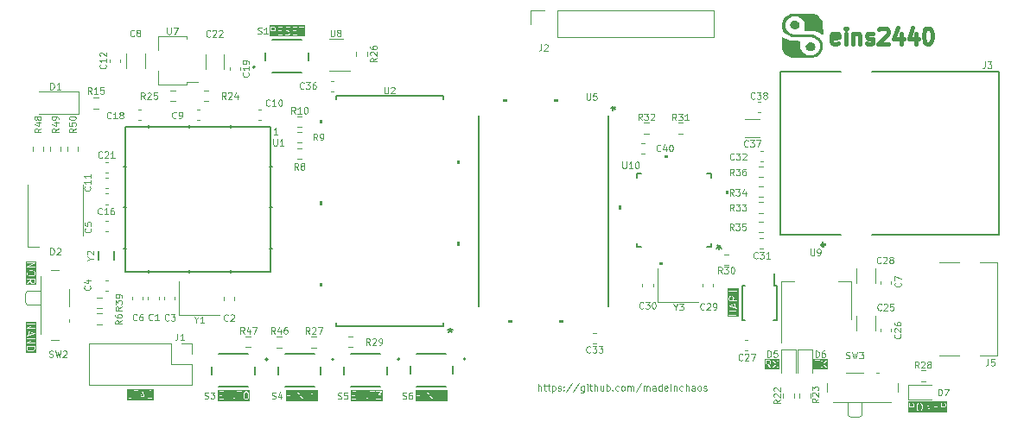
<source format=gbr>
%TF.GenerationSoftware,KiCad,Pcbnew,7.0.7*%
%TF.CreationDate,2024-03-25T22:36:03+08:00*%
%TF.ProjectId,eins2440,65696e73-3234-4343-902e-6b696361645f,rev?*%
%TF.SameCoordinates,Original*%
%TF.FileFunction,Legend,Top*%
%TF.FilePolarity,Positive*%
%FSLAX46Y46*%
G04 Gerber Fmt 4.6, Leading zero omitted, Abs format (unit mm)*
G04 Created by KiCad (PCBNEW 7.0.7) date 2024-03-25 22:36:03*
%MOMM*%
%LPD*%
G01*
G04 APERTURE LIST*
%ADD10C,0.076200*%
%ADD11C,0.381000*%
%ADD12C,0.101600*%
%ADD13C,0.150000*%
%ADD14C,0.127000*%
%ADD15C,0.300000*%
%ADD16C,0.120000*%
%ADD17C,0.200000*%
%ADD18C,0.152400*%
G04 APERTURE END LIST*
D10*
G36*
X113246411Y-115996968D02*
G01*
X112989276Y-115996968D01*
X113117843Y-115611265D01*
X113246411Y-115996968D01*
G37*
G36*
X114208230Y-116399739D02*
G01*
X111592031Y-116399739D01*
X111592031Y-116252782D01*
X111700888Y-116252782D01*
X111712047Y-116279723D01*
X111738988Y-116290882D01*
X111811559Y-116290882D01*
X111817352Y-116288482D01*
X111823607Y-116288927D01*
X111932464Y-116252642D01*
X111939163Y-116246831D01*
X111947357Y-116243438D01*
X112019929Y-116170866D01*
X112023322Y-116162672D01*
X112029133Y-116155973D01*
X112065418Y-116047116D01*
X112064973Y-116040861D01*
X112067373Y-116035068D01*
X112067373Y-115490782D01*
X112245173Y-115490782D01*
X112256332Y-115517723D01*
X112283273Y-115528882D01*
X112462887Y-115528882D01*
X112462887Y-116252782D01*
X112474046Y-116279723D01*
X112500987Y-116290882D01*
X112527928Y-116279723D01*
X112539087Y-116252782D01*
X112539087Y-116240734D01*
X112827699Y-116240734D01*
X112829766Y-116269821D01*
X112851796Y-116288927D01*
X112880883Y-116286860D01*
X112899989Y-116264830D01*
X112963876Y-116073168D01*
X113271811Y-116073168D01*
X113335699Y-116264831D01*
X113354805Y-116286860D01*
X113383892Y-116288927D01*
X113405922Y-116269821D01*
X113407989Y-116240734D01*
X113303148Y-115926211D01*
X113551458Y-115926211D01*
X113553306Y-115930674D01*
X113552596Y-115935452D01*
X113588882Y-116080595D01*
X113591459Y-116084073D01*
X113591766Y-116088393D01*
X113628052Y-116160964D01*
X113632789Y-116165072D01*
X113635189Y-116170866D01*
X113707760Y-116243438D01*
X113715954Y-116246832D01*
X113722653Y-116252642D01*
X113831510Y-116288927D01*
X113837764Y-116288482D01*
X113843558Y-116290882D01*
X113916130Y-116290882D01*
X113921923Y-116288482D01*
X113928178Y-116288927D01*
X114037035Y-116252642D01*
X114043734Y-116246831D01*
X114051928Y-116243438D01*
X114088214Y-116207152D01*
X114099373Y-116180211D01*
X114099373Y-116180210D01*
X114099373Y-115926211D01*
X114088214Y-115899270D01*
X114061273Y-115888111D01*
X113916130Y-115888111D01*
X113889189Y-115899270D01*
X113878030Y-115926211D01*
X113889189Y-115953152D01*
X113916130Y-115964311D01*
X114023173Y-115964311D01*
X114023173Y-116164429D01*
X114004405Y-116183196D01*
X113909947Y-116214682D01*
X113849741Y-116214682D01*
X113755281Y-116183196D01*
X113693443Y-116121356D01*
X113661790Y-116058052D01*
X113627658Y-115921521D01*
X113627658Y-115822043D01*
X113661790Y-115685512D01*
X113693442Y-115622208D01*
X113755282Y-115560368D01*
X113849741Y-115528882D01*
X113943421Y-115528882D01*
X114007948Y-115561146D01*
X114037035Y-115563213D01*
X114059065Y-115544107D01*
X114061132Y-115515020D01*
X114042026Y-115492990D01*
X113969455Y-115456704D01*
X113960608Y-115456075D01*
X113952416Y-115452682D01*
X113843558Y-115452682D01*
X113837764Y-115455081D01*
X113831509Y-115454637D01*
X113722653Y-115490923D01*
X113715953Y-115496733D01*
X113707760Y-115500127D01*
X113635189Y-115572698D01*
X113632789Y-115578491D01*
X113628052Y-115582600D01*
X113591766Y-115655172D01*
X113591459Y-115659491D01*
X113588882Y-115662970D01*
X113552596Y-115808113D01*
X113553306Y-115812890D01*
X113551458Y-115817354D01*
X113551458Y-115926211D01*
X113303148Y-115926211D01*
X113153989Y-115478734D01*
X113152123Y-115476583D01*
X113151922Y-115473743D01*
X113142796Y-115465829D01*
X113134883Y-115456704D01*
X113132042Y-115456502D01*
X113129892Y-115454637D01*
X113117843Y-115455493D01*
X113105796Y-115454637D01*
X113103645Y-115456502D01*
X113100805Y-115456704D01*
X113092889Y-115465830D01*
X113083766Y-115473743D01*
X113083564Y-115476582D01*
X113081699Y-115478733D01*
X112827699Y-116240734D01*
X112539087Y-116240734D01*
X112539087Y-115528882D01*
X112718702Y-115528882D01*
X112745643Y-115517723D01*
X112756802Y-115490782D01*
X112745643Y-115463841D01*
X112718702Y-115452682D01*
X112283273Y-115452682D01*
X112256332Y-115463841D01*
X112245173Y-115490782D01*
X112067373Y-115490782D01*
X112056214Y-115463841D01*
X112029273Y-115452682D01*
X112002332Y-115463841D01*
X111991173Y-115490782D01*
X111991173Y-116028885D01*
X111959687Y-116123343D01*
X111899834Y-116183196D01*
X111805376Y-116214682D01*
X111738988Y-116214682D01*
X111712047Y-116225841D01*
X111700888Y-116252782D01*
X111592031Y-116252782D01*
X111592031Y-115343825D01*
X114208230Y-115343825D01*
X114208230Y-116399739D01*
G37*
G36*
X136658802Y-116479739D02*
G01*
X133534602Y-116479739D01*
X133534602Y-116332782D01*
X133643459Y-116332782D01*
X133654618Y-116359723D01*
X133681559Y-116370882D01*
X134044416Y-116370882D01*
X134071357Y-116359723D01*
X134082516Y-116332782D01*
X134332888Y-116332782D01*
X134344047Y-116359723D01*
X134370988Y-116370882D01*
X134397929Y-116359723D01*
X134409088Y-116332782D01*
X134695745Y-116332782D01*
X134706904Y-116359723D01*
X134733845Y-116370882D01*
X134760786Y-116359723D01*
X134771945Y-116332782D01*
X134771945Y-115714249D01*
X135136194Y-116351685D01*
X135140330Y-116354888D01*
X135142333Y-116359723D01*
X135151447Y-116363498D01*
X135159249Y-116369540D01*
X135164440Y-116368879D01*
X135169274Y-116370882D01*
X135178389Y-116367106D01*
X135188177Y-116365862D01*
X135191380Y-116361725D01*
X135196215Y-116359723D01*
X135199990Y-116350608D01*
X135206032Y-116342807D01*
X135205371Y-116337615D01*
X135207374Y-116332782D01*
X135207374Y-115570782D01*
X135385174Y-115570782D01*
X135396333Y-115597723D01*
X135423274Y-115608882D01*
X135602888Y-115608882D01*
X135602888Y-116332782D01*
X135614047Y-116359723D01*
X135640988Y-116370882D01*
X135667929Y-116359723D01*
X135679088Y-116332782D01*
X135679088Y-116260210D01*
X136002031Y-116260210D01*
X136013190Y-116287151D01*
X136049475Y-116323437D01*
X136055268Y-116325836D01*
X136059378Y-116330575D01*
X136131950Y-116366860D01*
X136140795Y-116367488D01*
X136148988Y-116370882D01*
X136366702Y-116370882D01*
X136374894Y-116367488D01*
X136383740Y-116366860D01*
X136456313Y-116330575D01*
X136460422Y-116325836D01*
X136466215Y-116323437D01*
X136502500Y-116287152D01*
X136504899Y-116281358D01*
X136509637Y-116277250D01*
X136545923Y-116204678D01*
X136546551Y-116195831D01*
X136549945Y-116187639D01*
X136549945Y-116006211D01*
X136546551Y-115998018D01*
X136545923Y-115989172D01*
X136509637Y-115916600D01*
X136504899Y-115912491D01*
X136502500Y-115906698D01*
X136466215Y-115870413D01*
X136460421Y-115868013D01*
X136456313Y-115863276D01*
X136383741Y-115826990D01*
X136374894Y-115826361D01*
X136366702Y-115822968D01*
X136341808Y-115822968D01*
X136540518Y-115595871D01*
X136544813Y-115583171D01*
X136549945Y-115570782D01*
X136549426Y-115569530D01*
X136549861Y-115568247D01*
X136543916Y-115556226D01*
X136538786Y-115543841D01*
X136537534Y-115543322D01*
X136536934Y-115542109D01*
X136524232Y-115537813D01*
X136511845Y-115532682D01*
X136040131Y-115532682D01*
X136013190Y-115543841D01*
X136002031Y-115570782D01*
X136013190Y-115597723D01*
X136040131Y-115608882D01*
X136427882Y-115608882D01*
X136229172Y-115835979D01*
X136224876Y-115848680D01*
X136219745Y-115861068D01*
X136220263Y-115862318D01*
X136219829Y-115863602D01*
X136225772Y-115875619D01*
X136230904Y-115888009D01*
X136232155Y-115888527D01*
X136232756Y-115889741D01*
X136245457Y-115894036D01*
X136257845Y-115899168D01*
X136357707Y-115899168D01*
X136416705Y-115928667D01*
X136444246Y-115956208D01*
X136473745Y-116015206D01*
X136473745Y-116178644D01*
X136444244Y-116237644D01*
X136416705Y-116265183D01*
X136357708Y-116294682D01*
X136157983Y-116294682D01*
X136098985Y-116265184D01*
X136067072Y-116233271D01*
X136040132Y-116222111D01*
X136013191Y-116233270D01*
X136002031Y-116260210D01*
X135679088Y-116260210D01*
X135679088Y-115608882D01*
X135858703Y-115608882D01*
X135885644Y-115597723D01*
X135896803Y-115570782D01*
X135885644Y-115543841D01*
X135858703Y-115532682D01*
X135423274Y-115532682D01*
X135396333Y-115543841D01*
X135385174Y-115570782D01*
X135207374Y-115570782D01*
X135196215Y-115543841D01*
X135169274Y-115532682D01*
X135142333Y-115543841D01*
X135131174Y-115570782D01*
X135131174Y-116189314D01*
X134766925Y-115551879D01*
X134762788Y-115548675D01*
X134760786Y-115543841D01*
X134751671Y-115540065D01*
X134743870Y-115534024D01*
X134738678Y-115534684D01*
X134733845Y-115532682D01*
X134724729Y-115536457D01*
X134714942Y-115537702D01*
X134711738Y-115541838D01*
X134706904Y-115543841D01*
X134703128Y-115552955D01*
X134697087Y-115560757D01*
X134697747Y-115565948D01*
X134695745Y-115570782D01*
X134695745Y-116332782D01*
X134409088Y-116332782D01*
X134409088Y-115570782D01*
X134397929Y-115543841D01*
X134370988Y-115532682D01*
X134344047Y-115543841D01*
X134332888Y-115570782D01*
X134332888Y-116332782D01*
X134082516Y-116332782D01*
X134071357Y-116305841D01*
X134044416Y-116294682D01*
X133719659Y-116294682D01*
X133719659Y-115971739D01*
X133935559Y-115971739D01*
X133962500Y-115960580D01*
X133973659Y-115933639D01*
X133962500Y-115906698D01*
X133935559Y-115895539D01*
X133719659Y-115895539D01*
X133719659Y-115608882D01*
X134044416Y-115608882D01*
X134071357Y-115597723D01*
X134082516Y-115570782D01*
X134071357Y-115543841D01*
X134044416Y-115532682D01*
X133681559Y-115532682D01*
X133654618Y-115543841D01*
X133643459Y-115570782D01*
X133643459Y-116332782D01*
X133534602Y-116332782D01*
X133534602Y-115423825D01*
X136658802Y-115423825D01*
X136658802Y-116479739D01*
G37*
G36*
X130278802Y-116499739D02*
G01*
X127154602Y-116499739D01*
X127154602Y-116352782D01*
X127263459Y-116352782D01*
X127274618Y-116379723D01*
X127301559Y-116390882D01*
X127664416Y-116390882D01*
X127691357Y-116379723D01*
X127702516Y-116352782D01*
X127952888Y-116352782D01*
X127964047Y-116379723D01*
X127990988Y-116390882D01*
X128017929Y-116379723D01*
X128029088Y-116352782D01*
X128315745Y-116352782D01*
X128326904Y-116379723D01*
X128353845Y-116390882D01*
X128380786Y-116379723D01*
X128391945Y-116352782D01*
X128391945Y-115734249D01*
X128756194Y-116371685D01*
X128760330Y-116374888D01*
X128762333Y-116379723D01*
X128771447Y-116383498D01*
X128779249Y-116389540D01*
X128784440Y-116388879D01*
X128789274Y-116390882D01*
X128798389Y-116387106D01*
X128808177Y-116385862D01*
X128811380Y-116381725D01*
X128816215Y-116379723D01*
X128819990Y-116370608D01*
X128826032Y-116362807D01*
X128825371Y-116357615D01*
X128827374Y-116352782D01*
X128827374Y-115590782D01*
X129005174Y-115590782D01*
X129016333Y-115617723D01*
X129043274Y-115628882D01*
X129222888Y-115628882D01*
X129222888Y-116352782D01*
X129234047Y-116379723D01*
X129260988Y-116390882D01*
X129287929Y-116379723D01*
X129299088Y-116352782D01*
X129658316Y-116352782D01*
X129669475Y-116379723D01*
X129696416Y-116390882D01*
X129914131Y-116390882D01*
X130131845Y-116390882D01*
X130158786Y-116379723D01*
X130169945Y-116352782D01*
X130158786Y-116325841D01*
X130131845Y-116314682D01*
X129952231Y-116314682D01*
X129952231Y-115590782D01*
X129950729Y-115587157D01*
X129951491Y-115583310D01*
X129945318Y-115574092D01*
X129941072Y-115563841D01*
X129937447Y-115562339D01*
X129935265Y-115559081D01*
X129924382Y-115556928D01*
X129914131Y-115552682D01*
X129910506Y-115554183D01*
X129906659Y-115553422D01*
X129897441Y-115559594D01*
X129887190Y-115563841D01*
X129885688Y-115567465D01*
X129882430Y-115569648D01*
X129811951Y-115675364D01*
X129746418Y-115740898D01*
X129679377Y-115774419D01*
X129660271Y-115796449D01*
X129662338Y-115825536D01*
X129684368Y-115844642D01*
X129713455Y-115842575D01*
X129786027Y-115806289D01*
X129790135Y-115801551D01*
X129795929Y-115799152D01*
X129868500Y-115726579D01*
X129870000Y-115722955D01*
X129873260Y-115720773D01*
X129876031Y-115716616D01*
X129876031Y-116314682D01*
X129696416Y-116314682D01*
X129669475Y-116325841D01*
X129658316Y-116352782D01*
X129299088Y-116352782D01*
X129299088Y-115628882D01*
X129478703Y-115628882D01*
X129505644Y-115617723D01*
X129516803Y-115590782D01*
X129505644Y-115563841D01*
X129478703Y-115552682D01*
X129043274Y-115552682D01*
X129016333Y-115563841D01*
X129005174Y-115590782D01*
X128827374Y-115590782D01*
X128816215Y-115563841D01*
X128789274Y-115552682D01*
X128762333Y-115563841D01*
X128751174Y-115590782D01*
X128751174Y-116209314D01*
X128386925Y-115571879D01*
X128382788Y-115568675D01*
X128380786Y-115563841D01*
X128371671Y-115560065D01*
X128363870Y-115554024D01*
X128358678Y-115554684D01*
X128353845Y-115552682D01*
X128344729Y-115556457D01*
X128334942Y-115557702D01*
X128331738Y-115561838D01*
X128326904Y-115563841D01*
X128323128Y-115572955D01*
X128317087Y-115580757D01*
X128317747Y-115585948D01*
X128315745Y-115590782D01*
X128315745Y-116352782D01*
X128029088Y-116352782D01*
X128029088Y-115590782D01*
X128017929Y-115563841D01*
X127990988Y-115552682D01*
X127964047Y-115563841D01*
X127952888Y-115590782D01*
X127952888Y-116352782D01*
X127702516Y-116352782D01*
X127691357Y-116325841D01*
X127664416Y-116314682D01*
X127339659Y-116314682D01*
X127339659Y-115991739D01*
X127555559Y-115991739D01*
X127582500Y-115980580D01*
X127593659Y-115953639D01*
X127582500Y-115926698D01*
X127555559Y-115915539D01*
X127339659Y-115915539D01*
X127339659Y-115628882D01*
X127664416Y-115628882D01*
X127691357Y-115617723D01*
X127702516Y-115590782D01*
X127691357Y-115563841D01*
X127664416Y-115552682D01*
X127301559Y-115552682D01*
X127274618Y-115563841D01*
X127263459Y-115590782D01*
X127263459Y-116352782D01*
X127154602Y-116352782D01*
X127154602Y-115443825D01*
X130278802Y-115443825D01*
X130278802Y-116499739D01*
G37*
G36*
X102551117Y-104819421D02*
G01*
X102521618Y-104878418D01*
X102494075Y-104905961D01*
X102435079Y-104935460D01*
X102344212Y-104935460D01*
X102285214Y-104905961D01*
X102257673Y-104878420D01*
X102228174Y-104819421D01*
X102228174Y-104576231D01*
X102551117Y-104576231D01*
X102551117Y-104819421D01*
G37*
G36*
X102460880Y-103774247D02*
G01*
X102521618Y-103834985D01*
X102551117Y-103893983D01*
X102551117Y-104021135D01*
X102521618Y-104080133D01*
X102460881Y-104140870D01*
X102330529Y-104173459D01*
X102085906Y-104173459D01*
X101955552Y-104140871D01*
X101894816Y-104080133D01*
X101865317Y-104021135D01*
X101865317Y-103893983D01*
X101894816Y-103834985D01*
X101955552Y-103774247D01*
X102085906Y-103741659D01*
X102330528Y-103741659D01*
X102460880Y-103774247D01*
G37*
G36*
X102736174Y-105120517D02*
G01*
X101680260Y-105120517D01*
X101680260Y-104538131D01*
X101789117Y-104538131D01*
X101800276Y-104565072D01*
X101827217Y-104576231D01*
X102151974Y-104576231D01*
X102151974Y-104699723D01*
X101805368Y-104942347D01*
X101789696Y-104966939D01*
X101796004Y-104995409D01*
X101820596Y-105011081D01*
X101849066Y-105004773D01*
X102151974Y-104792737D01*
X102151974Y-104828417D01*
X102155367Y-104836609D01*
X102155996Y-104845456D01*
X102192282Y-104918027D01*
X102197020Y-104922136D01*
X102199419Y-104927928D01*
X102235704Y-104964214D01*
X102241496Y-104966613D01*
X102245606Y-104971352D01*
X102318178Y-105007638D01*
X102327024Y-105008266D01*
X102335217Y-105011660D01*
X102444074Y-105011660D01*
X102452266Y-105008266D01*
X102461113Y-105007638D01*
X102533684Y-104971352D01*
X102537792Y-104966614D01*
X102543586Y-104964215D01*
X102579872Y-104927929D01*
X102582271Y-104922135D01*
X102587009Y-104918027D01*
X102623295Y-104845456D01*
X102623923Y-104836609D01*
X102627317Y-104828417D01*
X102627317Y-104538131D01*
X102616158Y-104511190D01*
X102589217Y-104500031D01*
X101827217Y-104500031D01*
X101800276Y-104511190D01*
X101789117Y-104538131D01*
X101680260Y-104538131D01*
X101680260Y-104030131D01*
X101789117Y-104030131D01*
X101792510Y-104038323D01*
X101793139Y-104047170D01*
X101829425Y-104119741D01*
X101834162Y-104123849D01*
X101836562Y-104129643D01*
X101909133Y-104202215D01*
X101918602Y-104206137D01*
X101926834Y-104212236D01*
X102071977Y-104248522D01*
X102076755Y-104247810D01*
X102081217Y-104249659D01*
X102335217Y-104249659D01*
X102339680Y-104247810D01*
X102344457Y-104248521D01*
X102489601Y-104212236D01*
X102497834Y-104206136D01*
X102507301Y-104202215D01*
X102579872Y-104129642D01*
X102582271Y-104123849D01*
X102587009Y-104119741D01*
X102623295Y-104047170D01*
X102623923Y-104038323D01*
X102627317Y-104030131D01*
X102627317Y-103884988D01*
X102623923Y-103876795D01*
X102623295Y-103867949D01*
X102587009Y-103795378D01*
X102582271Y-103791269D01*
X102579872Y-103785477D01*
X102507301Y-103712904D01*
X102497833Y-103708982D01*
X102489601Y-103702883D01*
X102344458Y-103666597D01*
X102339680Y-103667307D01*
X102335217Y-103665459D01*
X102081217Y-103665459D01*
X102076753Y-103667307D01*
X102071976Y-103666597D01*
X101926833Y-103702883D01*
X101918602Y-103708981D01*
X101909133Y-103712904D01*
X101836562Y-103785476D01*
X101834162Y-103791269D01*
X101829425Y-103795378D01*
X101793139Y-103867949D01*
X101792510Y-103876795D01*
X101789117Y-103884988D01*
X101789117Y-104030131D01*
X101680260Y-104030131D01*
X101680260Y-103376988D01*
X101789117Y-103376988D01*
X101792892Y-103386103D01*
X101794137Y-103395891D01*
X101798273Y-103399094D01*
X101800276Y-103403929D01*
X101809390Y-103407704D01*
X101817192Y-103413746D01*
X101822383Y-103413085D01*
X101827217Y-103415088D01*
X102589217Y-103415088D01*
X102616158Y-103403929D01*
X102627317Y-103376988D01*
X102616158Y-103350047D01*
X102589217Y-103338888D01*
X101970685Y-103338888D01*
X102608120Y-102974639D01*
X102611323Y-102970502D01*
X102616158Y-102968500D01*
X102619933Y-102959385D01*
X102625975Y-102951584D01*
X102625314Y-102946392D01*
X102627317Y-102941559D01*
X102623541Y-102932443D01*
X102622297Y-102922656D01*
X102618160Y-102919452D01*
X102616158Y-102914618D01*
X102607043Y-102910842D01*
X102599242Y-102904801D01*
X102594050Y-102905461D01*
X102589217Y-102903459D01*
X101827217Y-102903459D01*
X101800276Y-102914618D01*
X101789117Y-102941559D01*
X101800276Y-102968500D01*
X101827217Y-102979659D01*
X102445749Y-102979659D01*
X101808314Y-103343908D01*
X101805110Y-103348044D01*
X101800276Y-103350047D01*
X101796500Y-103359161D01*
X101790459Y-103366963D01*
X101791119Y-103372154D01*
X101789117Y-103376988D01*
X101680260Y-103376988D01*
X101680260Y-102794602D01*
X102736174Y-102794602D01*
X102736174Y-105120517D01*
G37*
G36*
X102521116Y-111336519D02*
G01*
X102489630Y-111430978D01*
X102427791Y-111492817D01*
X102364486Y-111524470D01*
X102227956Y-111558603D01*
X102128477Y-111558603D01*
X101991946Y-111524470D01*
X101928643Y-111492818D01*
X101866803Y-111430978D01*
X101835317Y-111336519D01*
X101835317Y-111199374D01*
X102521117Y-111199374D01*
X102521116Y-111336519D01*
G37*
G36*
X102438733Y-109854988D02*
G01*
X102053031Y-109983555D01*
X102053031Y-109726420D01*
X102438733Y-109854988D01*
G37*
G36*
X102706174Y-111743660D02*
G01*
X101650260Y-111743660D01*
X101650260Y-111342703D01*
X101759117Y-111342703D01*
X101761516Y-111348496D01*
X101761072Y-111354751D01*
X101797358Y-111463608D01*
X101803168Y-111470307D01*
X101806562Y-111478501D01*
X101879133Y-111551072D01*
X101884926Y-111553471D01*
X101889035Y-111558209D01*
X101961606Y-111594495D01*
X101965925Y-111594801D01*
X101969404Y-111597379D01*
X102114547Y-111633665D01*
X102119324Y-111632954D01*
X102123788Y-111634803D01*
X102232645Y-111634803D01*
X102237108Y-111632954D01*
X102241886Y-111633665D01*
X102387029Y-111597379D01*
X102390507Y-111594801D01*
X102394827Y-111594495D01*
X102467399Y-111558209D01*
X102471507Y-111553471D01*
X102477301Y-111551072D01*
X102549872Y-111478501D01*
X102553265Y-111470307D01*
X102559076Y-111463608D01*
X102595362Y-111354752D01*
X102594917Y-111348496D01*
X102597317Y-111342703D01*
X102597317Y-111161274D01*
X102586158Y-111134333D01*
X102559217Y-111123174D01*
X101797217Y-111123174D01*
X101770276Y-111134333D01*
X101759117Y-111161274D01*
X101759117Y-111342703D01*
X101650260Y-111342703D01*
X101650260Y-110798417D01*
X101759117Y-110798417D01*
X101762892Y-110807532D01*
X101764137Y-110817320D01*
X101768273Y-110820523D01*
X101770276Y-110825358D01*
X101779390Y-110829133D01*
X101787192Y-110835175D01*
X101792383Y-110834514D01*
X101797217Y-110836517D01*
X102559217Y-110836517D01*
X102586158Y-110825358D01*
X102597317Y-110798417D01*
X102586158Y-110771476D01*
X102559217Y-110760317D01*
X101940685Y-110760317D01*
X102578120Y-110396068D01*
X102581323Y-110391931D01*
X102586158Y-110389929D01*
X102589933Y-110380814D01*
X102595975Y-110373013D01*
X102595314Y-110367821D01*
X102597317Y-110362988D01*
X102593541Y-110353872D01*
X102592297Y-110344085D01*
X102588160Y-110340881D01*
X102586158Y-110336047D01*
X102577043Y-110332271D01*
X102569242Y-110326230D01*
X102564050Y-110326890D01*
X102559217Y-110324888D01*
X101797217Y-110324888D01*
X101770276Y-110336047D01*
X101759117Y-110362988D01*
X101770276Y-110389929D01*
X101797217Y-110401088D01*
X102415749Y-110401088D01*
X101778314Y-110765337D01*
X101775110Y-110769473D01*
X101770276Y-110771476D01*
X101766500Y-110780590D01*
X101760459Y-110788392D01*
X101761119Y-110793583D01*
X101759117Y-110798417D01*
X101650260Y-110798417D01*
X101650260Y-110121036D01*
X101761072Y-110121036D01*
X101780178Y-110143066D01*
X101809265Y-110145133D01*
X102571266Y-109891133D01*
X102573416Y-109889267D01*
X102576256Y-109889066D01*
X102584168Y-109879942D01*
X102593295Y-109872027D01*
X102593496Y-109869186D01*
X102595362Y-109867036D01*
X102594505Y-109854988D01*
X102595362Y-109842940D01*
X102593496Y-109840789D01*
X102593295Y-109837949D01*
X102584168Y-109830033D01*
X102576256Y-109820910D01*
X102573416Y-109820708D01*
X102571266Y-109818843D01*
X101809265Y-109564843D01*
X101780178Y-109566910D01*
X101761072Y-109588940D01*
X101763139Y-109618027D01*
X101785169Y-109637133D01*
X101976831Y-109701020D01*
X101976831Y-110008955D01*
X101785169Y-110072843D01*
X101763139Y-110091949D01*
X101761072Y-110121036D01*
X101650260Y-110121036D01*
X101650260Y-109346988D01*
X101759117Y-109346988D01*
X101762892Y-109356103D01*
X101764137Y-109365891D01*
X101768273Y-109369094D01*
X101770276Y-109373929D01*
X101779390Y-109377704D01*
X101787192Y-109383746D01*
X101792383Y-109383085D01*
X101797217Y-109385088D01*
X102559217Y-109385088D01*
X102586158Y-109373929D01*
X102597317Y-109346988D01*
X102586158Y-109320047D01*
X102559217Y-109308888D01*
X101940685Y-109308888D01*
X102578120Y-108944639D01*
X102581323Y-108940502D01*
X102586158Y-108938500D01*
X102589933Y-108929385D01*
X102595975Y-108921584D01*
X102595314Y-108916392D01*
X102597317Y-108911559D01*
X102593541Y-108902443D01*
X102592297Y-108892656D01*
X102588160Y-108889452D01*
X102586158Y-108884618D01*
X102577043Y-108880842D01*
X102569242Y-108874801D01*
X102564050Y-108875461D01*
X102559217Y-108873459D01*
X101797217Y-108873459D01*
X101770276Y-108884618D01*
X101759117Y-108911559D01*
X101770276Y-108938500D01*
X101797217Y-108949659D01*
X102415749Y-108949659D01*
X101778314Y-109313908D01*
X101775110Y-109318044D01*
X101770276Y-109320047D01*
X101766500Y-109329161D01*
X101760459Y-109336963D01*
X101761119Y-109342154D01*
X101759117Y-109346988D01*
X101650260Y-109346988D01*
X101650260Y-108764602D01*
X102706174Y-108764602D01*
X102706174Y-111743660D01*
G37*
G36*
X143015088Y-116499739D02*
G01*
X139854602Y-116499739D01*
X139854602Y-116352782D01*
X139963459Y-116352782D01*
X139974618Y-116379723D01*
X140001559Y-116390882D01*
X140364416Y-116390882D01*
X140391357Y-116379723D01*
X140402516Y-116352782D01*
X140652888Y-116352782D01*
X140664047Y-116379723D01*
X140690988Y-116390882D01*
X140717929Y-116379723D01*
X140729088Y-116352782D01*
X141015745Y-116352782D01*
X141026904Y-116379723D01*
X141053845Y-116390882D01*
X141080786Y-116379723D01*
X141091945Y-116352782D01*
X141091945Y-115734249D01*
X141456194Y-116371685D01*
X141460330Y-116374888D01*
X141462333Y-116379723D01*
X141471447Y-116383498D01*
X141479249Y-116389540D01*
X141484440Y-116388879D01*
X141489274Y-116390882D01*
X141498389Y-116387106D01*
X141508177Y-116385862D01*
X141511380Y-116381725D01*
X141516215Y-116379723D01*
X141519990Y-116370608D01*
X141526032Y-116362807D01*
X141525371Y-116357615D01*
X141527374Y-116352782D01*
X141527374Y-115590782D01*
X141705174Y-115590782D01*
X141716333Y-115617723D01*
X141743274Y-115628882D01*
X141922888Y-115628882D01*
X141922888Y-116352782D01*
X141934047Y-116379723D01*
X141960988Y-116390882D01*
X141987929Y-116379723D01*
X141999088Y-116352782D01*
X141999088Y-116098782D01*
X142358316Y-116098782D01*
X142361709Y-116106974D01*
X142362338Y-116115821D01*
X142367075Y-116119929D01*
X142369475Y-116125723D01*
X142377668Y-116129116D01*
X142384368Y-116134927D01*
X142390622Y-116134482D01*
X142396416Y-116136882D01*
X142721174Y-116136882D01*
X142721174Y-116352782D01*
X142732333Y-116379723D01*
X142759274Y-116390882D01*
X142786215Y-116379723D01*
X142797374Y-116352782D01*
X142797374Y-116136882D01*
X142868131Y-116136882D01*
X142895072Y-116125723D01*
X142906231Y-116098782D01*
X142895072Y-116071841D01*
X142868131Y-116060682D01*
X142797374Y-116060682D01*
X142797374Y-115844782D01*
X142786215Y-115817841D01*
X142759274Y-115806682D01*
X142732333Y-115817841D01*
X142721174Y-115844782D01*
X142721174Y-116060682D01*
X142449277Y-116060682D01*
X142613990Y-115566545D01*
X142611923Y-115537458D01*
X142589893Y-115518352D01*
X142560806Y-115520419D01*
X142541700Y-115542449D01*
X142360271Y-116086734D01*
X142360715Y-116092988D01*
X142358316Y-116098782D01*
X141999088Y-116098782D01*
X141999088Y-115628882D01*
X142178703Y-115628882D01*
X142205644Y-115617723D01*
X142216803Y-115590782D01*
X142205644Y-115563841D01*
X142178703Y-115552682D01*
X141743274Y-115552682D01*
X141716333Y-115563841D01*
X141705174Y-115590782D01*
X141527374Y-115590782D01*
X141516215Y-115563841D01*
X141489274Y-115552682D01*
X141462333Y-115563841D01*
X141451174Y-115590782D01*
X141451174Y-116209314D01*
X141086925Y-115571879D01*
X141082788Y-115568675D01*
X141080786Y-115563841D01*
X141071671Y-115560065D01*
X141063870Y-115554024D01*
X141058678Y-115554684D01*
X141053845Y-115552682D01*
X141044729Y-115556457D01*
X141034942Y-115557702D01*
X141031738Y-115561838D01*
X141026904Y-115563841D01*
X141023128Y-115572955D01*
X141017087Y-115580757D01*
X141017747Y-115585948D01*
X141015745Y-115590782D01*
X141015745Y-116352782D01*
X140729088Y-116352782D01*
X140729088Y-115590782D01*
X140717929Y-115563841D01*
X140690988Y-115552682D01*
X140664047Y-115563841D01*
X140652888Y-115590782D01*
X140652888Y-116352782D01*
X140402516Y-116352782D01*
X140391357Y-116325841D01*
X140364416Y-116314682D01*
X140039659Y-116314682D01*
X140039659Y-115991739D01*
X140255559Y-115991739D01*
X140282500Y-115980580D01*
X140293659Y-115953639D01*
X140282500Y-115926698D01*
X140255559Y-115915539D01*
X140039659Y-115915539D01*
X140039659Y-115628882D01*
X140364416Y-115628882D01*
X140391357Y-115617723D01*
X140402516Y-115590782D01*
X140391357Y-115563841D01*
X140364416Y-115552682D01*
X140001559Y-115552682D01*
X139974618Y-115563841D01*
X139963459Y-115590782D01*
X139963459Y-116352782D01*
X139854602Y-116352782D01*
X139854602Y-115409495D01*
X143015088Y-115409495D01*
X143015088Y-116499739D01*
G37*
G36*
X188611846Y-116758380D02*
G01*
X188639389Y-116785923D01*
X188668888Y-116844920D01*
X188668888Y-116935786D01*
X188639389Y-116994785D01*
X188611848Y-117022325D01*
X188552850Y-117051825D01*
X188309659Y-117051825D01*
X188309659Y-116728882D01*
X188552850Y-116728882D01*
X188611846Y-116758380D01*
G37*
G36*
X189373847Y-116758381D02*
G01*
X189434585Y-116819117D01*
X189467173Y-116949470D01*
X189467173Y-117194093D01*
X189434585Y-117324445D01*
X189373846Y-117385184D01*
X189314850Y-117414682D01*
X189187697Y-117414682D01*
X189128699Y-117385183D01*
X189067961Y-117324445D01*
X189035373Y-117194092D01*
X189035373Y-116949471D01*
X189067961Y-116819118D01*
X189128699Y-116758380D01*
X189187697Y-116728882D01*
X189314850Y-116728882D01*
X189373847Y-116758381D01*
G37*
G36*
X191732418Y-116758380D02*
G01*
X191759961Y-116785923D01*
X191789460Y-116844920D01*
X191789460Y-116935787D01*
X191759960Y-116994785D01*
X191732420Y-117022325D01*
X191673422Y-117051825D01*
X191430231Y-117051825D01*
X191430231Y-116728882D01*
X191673422Y-116728882D01*
X191732418Y-116758380D01*
G37*
G36*
X191974517Y-117599739D02*
G01*
X188124602Y-117599739D01*
X188124602Y-117452782D01*
X188233459Y-117452782D01*
X188244618Y-117479723D01*
X188271559Y-117490882D01*
X188298500Y-117479723D01*
X188309659Y-117452782D01*
X188309659Y-117198782D01*
X188959173Y-117198782D01*
X188961021Y-117203245D01*
X188960311Y-117208023D01*
X188996597Y-117353166D01*
X189002696Y-117361398D01*
X189006618Y-117370866D01*
X189079190Y-117443438D01*
X189084983Y-117445837D01*
X189089092Y-117450575D01*
X189161664Y-117486860D01*
X189170509Y-117487488D01*
X189178702Y-117490882D01*
X189323845Y-117490882D01*
X189332037Y-117487488D01*
X189340884Y-117486860D01*
X189413455Y-117450575D01*
X189417563Y-117445837D01*
X189423357Y-117443438D01*
X189495929Y-117370866D01*
X189499850Y-117361397D01*
X189505950Y-117353165D01*
X189542236Y-117208022D01*
X189541524Y-117203243D01*
X189543373Y-117198782D01*
X189543373Y-116944782D01*
X189541524Y-116940320D01*
X189542236Y-116935542D01*
X189505950Y-116790399D01*
X189499851Y-116782167D01*
X189495929Y-116772698D01*
X189423357Y-116700127D01*
X189422102Y-116699607D01*
X189722210Y-116699607D01*
X189903638Y-117461607D01*
X189906978Y-117466222D01*
X189907729Y-117471872D01*
X189915210Y-117477598D01*
X189920734Y-117485231D01*
X189926360Y-117486132D01*
X189930885Y-117489596D01*
X189940224Y-117488355D01*
X189949527Y-117489846D01*
X189954142Y-117486505D01*
X189959792Y-117485755D01*
X189965518Y-117478273D01*
X189973150Y-117472751D01*
X189974051Y-117467124D01*
X189977516Y-117462599D01*
X190085844Y-117056366D01*
X190194174Y-117462599D01*
X190197638Y-117467124D01*
X190198540Y-117472750D01*
X190206170Y-117478272D01*
X190211898Y-117485755D01*
X190217547Y-117486505D01*
X190222163Y-117489846D01*
X190231466Y-117488354D01*
X190240805Y-117489595D01*
X190245329Y-117486132D01*
X190250956Y-117485230D01*
X190256478Y-117477598D01*
X190263961Y-117471872D01*
X190264711Y-117466222D01*
X190268052Y-117461607D01*
X190270153Y-117452782D01*
X190664602Y-117452782D01*
X190675761Y-117479723D01*
X190702702Y-117490882D01*
X191065559Y-117490882D01*
X191092500Y-117479723D01*
X191103659Y-117452782D01*
X191354031Y-117452782D01*
X191365190Y-117479723D01*
X191392131Y-117490882D01*
X191419072Y-117479723D01*
X191430231Y-117452782D01*
X191430231Y-117128025D01*
X191553723Y-117128025D01*
X191796347Y-117474631D01*
X191820938Y-117490302D01*
X191849409Y-117483994D01*
X191865080Y-117459403D01*
X191858772Y-117430933D01*
X191646737Y-117128025D01*
X191682417Y-117128025D01*
X191690609Y-117124631D01*
X191699456Y-117124003D01*
X191772027Y-117087717D01*
X191776136Y-117082978D01*
X191781928Y-117080580D01*
X191818214Y-117044295D01*
X191820613Y-117038502D01*
X191825352Y-117034393D01*
X191861638Y-116961821D01*
X191862266Y-116952974D01*
X191865660Y-116944782D01*
X191865660Y-116835925D01*
X191862266Y-116827732D01*
X191861638Y-116818886D01*
X191825352Y-116746315D01*
X191820614Y-116742206D01*
X191818215Y-116736413D01*
X191781929Y-116700127D01*
X191776135Y-116697727D01*
X191772027Y-116692990D01*
X191699456Y-116656704D01*
X191690609Y-116656075D01*
X191682417Y-116652682D01*
X191392131Y-116652682D01*
X191365190Y-116663841D01*
X191354031Y-116690782D01*
X191354031Y-117452782D01*
X191103659Y-117452782D01*
X191092500Y-117425841D01*
X191065559Y-117414682D01*
X190740802Y-117414682D01*
X190740802Y-117091739D01*
X190956702Y-117091739D01*
X190983643Y-117080580D01*
X190994802Y-117053639D01*
X190983643Y-117026698D01*
X190956702Y-117015539D01*
X190740802Y-117015539D01*
X190740802Y-116728882D01*
X191065559Y-116728882D01*
X191092500Y-116717723D01*
X191103659Y-116690782D01*
X191092500Y-116663841D01*
X191065559Y-116652682D01*
X190702702Y-116652682D01*
X190675761Y-116663841D01*
X190664602Y-116690782D01*
X190664602Y-117452782D01*
X190270153Y-117452782D01*
X190449481Y-116699607D01*
X190444865Y-116670814D01*
X190421242Y-116653718D01*
X190392449Y-116658334D01*
X190375353Y-116681957D01*
X190228896Y-117297071D01*
X190122659Y-116898680D01*
X190119502Y-116894555D01*
X190118818Y-116889407D01*
X190110954Y-116883388D01*
X190104935Y-116875524D01*
X190099785Y-116874839D01*
X190095662Y-116871684D01*
X190085847Y-116872987D01*
X190076028Y-116871683D01*
X190071903Y-116874840D01*
X190066755Y-116875524D01*
X190060735Y-116883387D01*
X190052872Y-116889407D01*
X190052187Y-116894555D01*
X190049031Y-116898680D01*
X189942793Y-117297070D01*
X189796338Y-116681957D01*
X189779242Y-116658334D01*
X189750449Y-116653718D01*
X189726826Y-116670814D01*
X189722210Y-116699607D01*
X189422102Y-116699607D01*
X189417563Y-116697727D01*
X189413455Y-116692990D01*
X189340884Y-116656704D01*
X189332037Y-116656075D01*
X189323845Y-116652682D01*
X189178702Y-116652682D01*
X189170509Y-116656075D01*
X189161663Y-116656704D01*
X189089092Y-116692990D01*
X189084983Y-116697727D01*
X189079191Y-116700127D01*
X189006618Y-116772698D01*
X189002696Y-116782165D01*
X188996597Y-116790398D01*
X188960311Y-116935541D01*
X188961021Y-116940318D01*
X188959173Y-116944782D01*
X188959173Y-117198782D01*
X188309659Y-117198782D01*
X188309659Y-117128025D01*
X188561845Y-117128025D01*
X188570037Y-117124631D01*
X188578884Y-117124003D01*
X188651455Y-117087717D01*
X188655564Y-117082978D01*
X188661356Y-117080580D01*
X188697642Y-117044295D01*
X188700041Y-117038502D01*
X188704780Y-117034393D01*
X188741066Y-116961821D01*
X188741694Y-116952974D01*
X188745088Y-116944782D01*
X188745088Y-116835925D01*
X188741694Y-116827732D01*
X188741066Y-116818886D01*
X188704780Y-116746315D01*
X188700042Y-116742206D01*
X188697643Y-116736413D01*
X188661357Y-116700127D01*
X188655563Y-116697727D01*
X188651455Y-116692990D01*
X188578884Y-116656704D01*
X188570037Y-116656075D01*
X188561845Y-116652682D01*
X188271559Y-116652682D01*
X188244618Y-116663841D01*
X188233459Y-116690782D01*
X188233459Y-117452782D01*
X188124602Y-117452782D01*
X188124602Y-116543825D01*
X191974517Y-116543825D01*
X191974517Y-117599739D01*
G37*
G36*
X126031846Y-79858380D02*
G01*
X126059389Y-79885923D01*
X126088888Y-79944920D01*
X126088888Y-80035787D01*
X126059389Y-80094785D01*
X126031848Y-80122325D01*
X125972850Y-80151825D01*
X125729659Y-80151825D01*
X125729659Y-79828882D01*
X125972850Y-79828882D01*
X126031846Y-79858380D01*
G37*
G36*
X129031660Y-80699739D02*
G01*
X125544602Y-80699739D01*
X125544602Y-80552782D01*
X125653459Y-80552782D01*
X125664618Y-80579723D01*
X125691559Y-80590882D01*
X125718500Y-80579723D01*
X125729659Y-80552782D01*
X125729659Y-80228025D01*
X125853151Y-80228025D01*
X126095775Y-80574631D01*
X126120366Y-80590302D01*
X126148837Y-80583994D01*
X126164508Y-80559403D01*
X126163041Y-80552782D01*
X126415459Y-80552782D01*
X126426618Y-80579723D01*
X126453559Y-80590882D01*
X126816416Y-80590882D01*
X126843357Y-80579723D01*
X126854516Y-80552782D01*
X126843357Y-80525841D01*
X126816416Y-80514682D01*
X126491659Y-80514682D01*
X126491659Y-80191739D01*
X126707559Y-80191739D01*
X126734500Y-80180580D01*
X126745659Y-80153639D01*
X126734500Y-80126698D01*
X126707559Y-80115539D01*
X126491659Y-80115539D01*
X126491659Y-80008497D01*
X127068602Y-80008497D01*
X127071995Y-80016689D01*
X127072624Y-80025536D01*
X127108910Y-80098107D01*
X127113647Y-80102215D01*
X127116047Y-80108009D01*
X127152333Y-80144295D01*
X127158126Y-80146694D01*
X127162235Y-80151432D01*
X127234807Y-80187717D01*
X127239125Y-80188023D01*
X127242604Y-80190601D01*
X127383686Y-80225871D01*
X127446992Y-80257524D01*
X127474530Y-80285063D01*
X127504031Y-80344063D01*
X127504031Y-80398644D01*
X127474530Y-80457644D01*
X127446991Y-80485183D01*
X127387994Y-80514682D01*
X127221743Y-80514682D01*
X127118750Y-80480352D01*
X127089663Y-80482419D01*
X127070557Y-80504449D01*
X127072624Y-80533536D01*
X127094654Y-80552642D01*
X127203512Y-80588927D01*
X127209766Y-80588482D01*
X127215560Y-80590882D01*
X127396988Y-80590882D01*
X127405180Y-80587488D01*
X127414026Y-80586860D01*
X127482185Y-80552782D01*
X127830602Y-80552782D01*
X127841761Y-80579723D01*
X127868702Y-80590882D01*
X128231559Y-80590882D01*
X128258500Y-80579723D01*
X128269659Y-80552782D01*
X128258500Y-80525841D01*
X128231559Y-80514682D01*
X127906802Y-80514682D01*
X127906802Y-80191739D01*
X128122702Y-80191739D01*
X128149643Y-80180580D01*
X128160802Y-80153639D01*
X128149643Y-80126698D01*
X128122702Y-80115539D01*
X127906802Y-80115539D01*
X127906802Y-79828882D01*
X128231559Y-79828882D01*
X128258500Y-79817723D01*
X128269659Y-79790782D01*
X128411174Y-79790782D01*
X128422333Y-79817723D01*
X128449274Y-79828882D01*
X128628888Y-79828882D01*
X128628888Y-80552782D01*
X128640047Y-80579723D01*
X128666988Y-80590882D01*
X128693929Y-80579723D01*
X128705088Y-80552782D01*
X128705088Y-79828882D01*
X128884703Y-79828882D01*
X128911644Y-79817723D01*
X128922803Y-79790782D01*
X128911644Y-79763841D01*
X128884703Y-79752682D01*
X128449274Y-79752682D01*
X128422333Y-79763841D01*
X128411174Y-79790782D01*
X128269659Y-79790782D01*
X128258500Y-79763841D01*
X128231559Y-79752682D01*
X127868702Y-79752682D01*
X127841761Y-79763841D01*
X127830602Y-79790782D01*
X127830602Y-80552781D01*
X127830602Y-80552782D01*
X127482185Y-80552782D01*
X127486599Y-80550575D01*
X127490708Y-80545836D01*
X127496501Y-80543437D01*
X127532786Y-80507152D01*
X127535185Y-80501358D01*
X127539923Y-80497250D01*
X127576209Y-80424678D01*
X127576837Y-80415831D01*
X127580231Y-80407639D01*
X127580231Y-80335068D01*
X127576837Y-80326875D01*
X127576209Y-80318029D01*
X127539923Y-80245458D01*
X127535185Y-80241349D01*
X127532786Y-80235556D01*
X127496501Y-80199271D01*
X127490708Y-80196871D01*
X127486599Y-80192133D01*
X127414027Y-80155847D01*
X127409707Y-80155540D01*
X127406229Y-80152963D01*
X127265145Y-80117691D01*
X127201842Y-80086040D01*
X127174300Y-80058498D01*
X127144802Y-79999501D01*
X127144802Y-79944920D01*
X127174300Y-79885923D01*
X127201843Y-79858380D01*
X127260840Y-79828882D01*
X127427091Y-79828882D01*
X127530082Y-79863213D01*
X127559169Y-79861146D01*
X127578275Y-79839116D01*
X127576209Y-79810029D01*
X127554179Y-79790923D01*
X127445322Y-79754637D01*
X127439067Y-79755081D01*
X127433274Y-79752682D01*
X127251845Y-79752682D01*
X127243652Y-79756075D01*
X127234806Y-79756704D01*
X127162235Y-79792990D01*
X127158126Y-79797727D01*
X127152333Y-79800127D01*
X127116047Y-79836413D01*
X127113647Y-79842206D01*
X127108910Y-79846315D01*
X127072624Y-79918886D01*
X127071995Y-79927732D01*
X127068602Y-79935925D01*
X127068602Y-80008497D01*
X126491659Y-80008497D01*
X126491659Y-79828882D01*
X126816416Y-79828882D01*
X126843357Y-79817723D01*
X126854516Y-79790782D01*
X126843357Y-79763841D01*
X126816416Y-79752682D01*
X126453559Y-79752682D01*
X126426618Y-79763841D01*
X126415459Y-79790782D01*
X126415459Y-80552782D01*
X126163041Y-80552782D01*
X126158200Y-80530933D01*
X125946165Y-80228025D01*
X125981845Y-80228025D01*
X125990037Y-80224631D01*
X125998884Y-80224003D01*
X126071455Y-80187717D01*
X126075564Y-80182978D01*
X126081356Y-80180580D01*
X126117642Y-80144295D01*
X126120041Y-80138502D01*
X126124780Y-80134393D01*
X126161066Y-80061821D01*
X126161694Y-80052974D01*
X126165088Y-80044782D01*
X126165088Y-79935925D01*
X126161694Y-79927732D01*
X126161066Y-79918886D01*
X126124780Y-79846315D01*
X126120042Y-79842206D01*
X126117643Y-79836413D01*
X126081357Y-79800127D01*
X126075563Y-79797727D01*
X126071455Y-79792990D01*
X125998884Y-79756704D01*
X125990037Y-79756075D01*
X125981845Y-79752682D01*
X125691559Y-79752682D01*
X125664618Y-79763841D01*
X125653459Y-79790782D01*
X125653459Y-80552782D01*
X125544602Y-80552782D01*
X125544602Y-79643825D01*
X129031660Y-79643825D01*
X129031660Y-80699739D01*
G37*
G36*
X171106968Y-107263578D02*
G01*
X170721265Y-107135011D01*
X171106968Y-107006443D01*
X171106968Y-107263578D01*
G37*
G36*
X170904786Y-106259181D02*
G01*
X170932324Y-106286720D01*
X170961825Y-106345720D01*
X170961825Y-106588911D01*
X170638882Y-106588911D01*
X170638882Y-106345720D01*
X170668380Y-106286723D01*
X170695923Y-106259180D01*
X170754920Y-106229682D01*
X170845787Y-106229682D01*
X170904786Y-106259181D01*
G37*
G36*
X171509739Y-108225397D02*
G01*
X170453825Y-108225397D01*
X170453825Y-108078440D01*
X170562682Y-108078440D01*
X170573841Y-108105381D01*
X170600782Y-108116540D01*
X171217639Y-108116540D01*
X171225831Y-108113146D01*
X171234678Y-108112518D01*
X171307250Y-108076232D01*
X171311359Y-108071493D01*
X171317151Y-108069095D01*
X171353437Y-108032810D01*
X171355836Y-108027016D01*
X171360575Y-108022907D01*
X171396860Y-107950335D01*
X171397488Y-107941489D01*
X171400882Y-107933297D01*
X171400882Y-107788154D01*
X171397488Y-107779961D01*
X171396860Y-107771116D01*
X171360575Y-107698544D01*
X171355837Y-107694435D01*
X171353438Y-107688642D01*
X171317152Y-107652356D01*
X171311358Y-107649956D01*
X171307250Y-107645219D01*
X171234678Y-107608933D01*
X171225831Y-107608304D01*
X171217639Y-107604911D01*
X170600782Y-107604911D01*
X170573841Y-107616070D01*
X170562682Y-107643011D01*
X170573841Y-107669952D01*
X170600782Y-107681111D01*
X171208644Y-107681111D01*
X171267642Y-107710610D01*
X171295183Y-107738151D01*
X171324682Y-107797148D01*
X171324682Y-107924302D01*
X171295184Y-107983299D01*
X171267644Y-108010839D01*
X171208644Y-108040340D01*
X170600782Y-108040340D01*
X170573841Y-108051499D01*
X170562682Y-108078440D01*
X170453825Y-108078440D01*
X170453825Y-107147059D01*
X170564637Y-107147059D01*
X170566502Y-107149209D01*
X170566704Y-107152050D01*
X170575829Y-107159963D01*
X170583743Y-107169089D01*
X170586583Y-107169290D01*
X170588734Y-107171156D01*
X171350734Y-107425156D01*
X171379821Y-107423089D01*
X171398927Y-107401059D01*
X171396860Y-107371972D01*
X171374831Y-107352866D01*
X171183168Y-107288978D01*
X171183168Y-106981043D01*
X171374831Y-106917156D01*
X171396860Y-106898050D01*
X171398927Y-106868963D01*
X171379821Y-106846933D01*
X171350734Y-106844866D01*
X170588734Y-107098866D01*
X170586583Y-107100731D01*
X170583743Y-107100933D01*
X170575829Y-107110058D01*
X170566704Y-107117972D01*
X170566502Y-107120812D01*
X170564637Y-107122963D01*
X170565493Y-107135011D01*
X170564637Y-107147059D01*
X170453825Y-107147059D01*
X170453825Y-106627011D01*
X170562682Y-106627011D01*
X170573841Y-106653952D01*
X170600782Y-106665111D01*
X170999925Y-106665111D01*
X171362782Y-106665111D01*
X171389723Y-106653952D01*
X171400882Y-106627011D01*
X171389723Y-106600070D01*
X171362782Y-106588911D01*
X171038025Y-106588911D01*
X171038025Y-106465419D01*
X171384631Y-106222795D01*
X171400302Y-106198204D01*
X171393994Y-106169733D01*
X171369403Y-106154062D01*
X171340933Y-106160370D01*
X171038025Y-106372404D01*
X171038025Y-106336725D01*
X171034631Y-106328532D01*
X171034003Y-106319686D01*
X170997717Y-106247115D01*
X170992979Y-106243006D01*
X170990580Y-106237213D01*
X170954295Y-106200928D01*
X170948502Y-106198528D01*
X170944393Y-106193790D01*
X170871821Y-106157504D01*
X170862974Y-106156875D01*
X170854782Y-106153482D01*
X170745925Y-106153482D01*
X170737732Y-106156875D01*
X170728886Y-106157504D01*
X170656315Y-106193790D01*
X170652206Y-106198527D01*
X170646413Y-106200927D01*
X170610127Y-106237213D01*
X170607727Y-106243006D01*
X170602990Y-106247115D01*
X170566704Y-106319686D01*
X170566075Y-106328532D01*
X170562682Y-106336725D01*
X170562682Y-106627010D01*
X170562682Y-106627011D01*
X170453825Y-106627011D01*
X170453825Y-105973868D01*
X170562682Y-105973868D01*
X170573841Y-106000809D01*
X170600782Y-106011968D01*
X170627723Y-106000809D01*
X170638882Y-105973868D01*
X170638882Y-105794254D01*
X171362782Y-105794254D01*
X171389723Y-105783095D01*
X171400882Y-105756154D01*
X171389723Y-105729213D01*
X171362782Y-105718054D01*
X170638882Y-105718054D01*
X170638882Y-105538440D01*
X170627723Y-105511499D01*
X170600782Y-105500340D01*
X170573841Y-105511499D01*
X170562682Y-105538440D01*
X170562682Y-105973868D01*
X170453825Y-105973868D01*
X170453825Y-105391483D01*
X171509739Y-105391483D01*
X171509739Y-108225397D01*
G37*
G36*
X174551846Y-112548380D02*
G01*
X174579389Y-112575923D01*
X174608888Y-112634920D01*
X174608888Y-112725786D01*
X174579389Y-112784784D01*
X174551848Y-112812325D01*
X174492850Y-112841825D01*
X174249659Y-112841825D01*
X174249659Y-112518882D01*
X174492850Y-112518882D01*
X174551846Y-112548380D01*
G37*
G36*
X175555205Y-113389739D02*
G01*
X174064602Y-113389739D01*
X174064602Y-113242782D01*
X174173459Y-113242782D01*
X174184618Y-113269723D01*
X174211559Y-113280882D01*
X174238500Y-113269723D01*
X174249659Y-113242782D01*
X174249659Y-112918025D01*
X174373151Y-112918025D01*
X174615775Y-113264631D01*
X174640366Y-113280302D01*
X174668837Y-113273994D01*
X174683966Y-113250254D01*
X174863628Y-113250254D01*
X174879854Y-113274483D01*
X174908460Y-113280142D01*
X174932689Y-113263916D01*
X175154988Y-112930467D01*
X175377287Y-113263916D01*
X175401516Y-113280142D01*
X175430122Y-113274483D01*
X175446348Y-113250254D01*
X175440689Y-113221648D01*
X175200778Y-112861782D01*
X175440689Y-112501916D01*
X175446348Y-112473310D01*
X175430122Y-112449081D01*
X175401516Y-112443422D01*
X175377287Y-112459648D01*
X175154988Y-112793096D01*
X174932689Y-112459648D01*
X174908460Y-112443422D01*
X174879854Y-112449081D01*
X174863628Y-112473310D01*
X174869287Y-112501916D01*
X175109197Y-112861782D01*
X174869287Y-113221648D01*
X174863628Y-113250254D01*
X174683966Y-113250254D01*
X174684508Y-113249403D01*
X174678200Y-113220933D01*
X174466165Y-112918025D01*
X174501845Y-112918025D01*
X174510037Y-112914631D01*
X174518884Y-112914003D01*
X174591455Y-112877717D01*
X174595564Y-112872978D01*
X174601356Y-112870580D01*
X174637642Y-112834295D01*
X174640041Y-112828502D01*
X174644780Y-112824393D01*
X174681066Y-112751821D01*
X174681694Y-112742974D01*
X174685088Y-112734782D01*
X174685088Y-112625925D01*
X174681694Y-112617732D01*
X174681066Y-112608886D01*
X174644780Y-112536315D01*
X174640042Y-112532206D01*
X174637643Y-112526413D01*
X174601357Y-112490127D01*
X174595563Y-112487727D01*
X174591455Y-112482990D01*
X174518884Y-112446704D01*
X174510037Y-112446075D01*
X174501845Y-112442682D01*
X174211559Y-112442682D01*
X174184618Y-112453841D01*
X174173459Y-112480782D01*
X174173459Y-113242782D01*
X174064602Y-113242782D01*
X174064602Y-112333825D01*
X175555205Y-112333825D01*
X175555205Y-113389739D01*
G37*
G36*
X180273776Y-113389739D02*
G01*
X178855745Y-113389739D01*
X178855745Y-112480782D01*
X178964602Y-112480782D01*
X178975761Y-112507723D01*
X179002702Y-112518882D01*
X179182316Y-112518882D01*
X179182316Y-113242782D01*
X179193475Y-113269723D01*
X179220416Y-113280882D01*
X179247357Y-113269723D01*
X179255421Y-113250254D01*
X179582199Y-113250254D01*
X179598425Y-113274483D01*
X179627031Y-113280142D01*
X179651260Y-113263916D01*
X179873558Y-112930467D01*
X180095858Y-113263916D01*
X180120087Y-113280142D01*
X180148693Y-113274483D01*
X180164919Y-113250254D01*
X180159260Y-113221648D01*
X179919349Y-112861782D01*
X180159260Y-112501916D01*
X180164919Y-112473310D01*
X180148693Y-112449081D01*
X180120087Y-112443422D01*
X180095858Y-112459648D01*
X179873558Y-112793096D01*
X179651260Y-112459648D01*
X179627031Y-112443422D01*
X179598425Y-112449081D01*
X179582199Y-112473310D01*
X179587858Y-112501916D01*
X179827768Y-112861782D01*
X179587858Y-113221648D01*
X179582199Y-113250254D01*
X179255421Y-113250254D01*
X179258516Y-113242782D01*
X179258516Y-112518882D01*
X179438131Y-112518882D01*
X179465072Y-112507723D01*
X179476231Y-112480782D01*
X179465072Y-112453841D01*
X179438131Y-112442682D01*
X179002702Y-112442682D01*
X178975761Y-112453841D01*
X178964602Y-112480782D01*
X178855745Y-112480782D01*
X178855745Y-112333825D01*
X180273776Y-112333825D01*
X180273776Y-113389739D01*
G37*
D11*
X181294085Y-81361108D02*
X181148942Y-81433679D01*
X181148942Y-81433679D02*
X180858657Y-81433679D01*
X180858657Y-81433679D02*
X180713514Y-81361108D01*
X180713514Y-81361108D02*
X180640942Y-81215965D01*
X180640942Y-81215965D02*
X180640942Y-80635393D01*
X180640942Y-80635393D02*
X180713514Y-80490250D01*
X180713514Y-80490250D02*
X180858657Y-80417679D01*
X180858657Y-80417679D02*
X181148942Y-80417679D01*
X181148942Y-80417679D02*
X181294085Y-80490250D01*
X181294085Y-80490250D02*
X181366657Y-80635393D01*
X181366657Y-80635393D02*
X181366657Y-80780536D01*
X181366657Y-80780536D02*
X180640942Y-80925679D01*
X182019800Y-81433679D02*
X182019800Y-80417679D01*
X182019800Y-79909679D02*
X181947228Y-79982250D01*
X181947228Y-79982250D02*
X182019800Y-80054822D01*
X182019800Y-80054822D02*
X182092371Y-79982250D01*
X182092371Y-79982250D02*
X182019800Y-79909679D01*
X182019800Y-79909679D02*
X182019800Y-80054822D01*
X182745514Y-80417679D02*
X182745514Y-81433679D01*
X182745514Y-80562822D02*
X182818085Y-80490250D01*
X182818085Y-80490250D02*
X182963228Y-80417679D01*
X182963228Y-80417679D02*
X183180942Y-80417679D01*
X183180942Y-80417679D02*
X183326085Y-80490250D01*
X183326085Y-80490250D02*
X183398657Y-80635393D01*
X183398657Y-80635393D02*
X183398657Y-81433679D01*
X184051799Y-81361108D02*
X184196942Y-81433679D01*
X184196942Y-81433679D02*
X184487228Y-81433679D01*
X184487228Y-81433679D02*
X184632371Y-81361108D01*
X184632371Y-81361108D02*
X184704942Y-81215965D01*
X184704942Y-81215965D02*
X184704942Y-81143393D01*
X184704942Y-81143393D02*
X184632371Y-80998250D01*
X184632371Y-80998250D02*
X184487228Y-80925679D01*
X184487228Y-80925679D02*
X184269514Y-80925679D01*
X184269514Y-80925679D02*
X184124371Y-80853108D01*
X184124371Y-80853108D02*
X184051799Y-80707965D01*
X184051799Y-80707965D02*
X184051799Y-80635393D01*
X184051799Y-80635393D02*
X184124371Y-80490250D01*
X184124371Y-80490250D02*
X184269514Y-80417679D01*
X184269514Y-80417679D02*
X184487228Y-80417679D01*
X184487228Y-80417679D02*
X184632371Y-80490250D01*
X185285513Y-80054822D02*
X185358085Y-79982250D01*
X185358085Y-79982250D02*
X185503228Y-79909679D01*
X185503228Y-79909679D02*
X185866085Y-79909679D01*
X185866085Y-79909679D02*
X186011228Y-79982250D01*
X186011228Y-79982250D02*
X186083799Y-80054822D01*
X186083799Y-80054822D02*
X186156370Y-80199965D01*
X186156370Y-80199965D02*
X186156370Y-80345108D01*
X186156370Y-80345108D02*
X186083799Y-80562822D01*
X186083799Y-80562822D02*
X185212942Y-81433679D01*
X185212942Y-81433679D02*
X186156370Y-81433679D01*
X187462657Y-80417679D02*
X187462657Y-81433679D01*
X187099799Y-79837108D02*
X186736942Y-80925679D01*
X186736942Y-80925679D02*
X187680371Y-80925679D01*
X188914086Y-80417679D02*
X188914086Y-81433679D01*
X188551228Y-79837108D02*
X188188371Y-80925679D01*
X188188371Y-80925679D02*
X189131800Y-80925679D01*
X190002657Y-79909679D02*
X190147800Y-79909679D01*
X190147800Y-79909679D02*
X190292943Y-79982250D01*
X190292943Y-79982250D02*
X190365515Y-80054822D01*
X190365515Y-80054822D02*
X190438086Y-80199965D01*
X190438086Y-80199965D02*
X190510657Y-80490250D01*
X190510657Y-80490250D02*
X190510657Y-80853108D01*
X190510657Y-80853108D02*
X190438086Y-81143393D01*
X190438086Y-81143393D02*
X190365515Y-81288536D01*
X190365515Y-81288536D02*
X190292943Y-81361108D01*
X190292943Y-81361108D02*
X190147800Y-81433679D01*
X190147800Y-81433679D02*
X190002657Y-81433679D01*
X190002657Y-81433679D02*
X189857515Y-81361108D01*
X189857515Y-81361108D02*
X189784943Y-81288536D01*
X189784943Y-81288536D02*
X189712372Y-81143393D01*
X189712372Y-81143393D02*
X189639800Y-80853108D01*
X189639800Y-80853108D02*
X189639800Y-80490250D01*
X189639800Y-80490250D02*
X189712372Y-80199965D01*
X189712372Y-80199965D02*
X189784943Y-80054822D01*
X189784943Y-80054822D02*
X189857515Y-79982250D01*
X189857515Y-79982250D02*
X190002657Y-79909679D01*
D12*
X151904080Y-115473895D02*
X151904080Y-114813495D01*
X152187108Y-115473895D02*
X152187108Y-115127971D01*
X152187108Y-115127971D02*
X152155661Y-115065076D01*
X152155661Y-115065076D02*
X152092765Y-115033628D01*
X152092765Y-115033628D02*
X151998422Y-115033628D01*
X151998422Y-115033628D02*
X151935527Y-115065076D01*
X151935527Y-115065076D02*
X151904080Y-115096524D01*
X152407242Y-115033628D02*
X152658823Y-115033628D01*
X152501585Y-114813495D02*
X152501585Y-115379552D01*
X152501585Y-115379552D02*
X152533032Y-115442448D01*
X152533032Y-115442448D02*
X152595927Y-115473895D01*
X152595927Y-115473895D02*
X152658823Y-115473895D01*
X152784613Y-115033628D02*
X153036194Y-115033628D01*
X152878956Y-114813495D02*
X152878956Y-115379552D01*
X152878956Y-115379552D02*
X152910403Y-115442448D01*
X152910403Y-115442448D02*
X152973298Y-115473895D01*
X152973298Y-115473895D02*
X153036194Y-115473895D01*
X153256327Y-115033628D02*
X153256327Y-115694028D01*
X153256327Y-115065076D02*
X153319222Y-115033628D01*
X153319222Y-115033628D02*
X153445012Y-115033628D01*
X153445012Y-115033628D02*
X153507908Y-115065076D01*
X153507908Y-115065076D02*
X153539355Y-115096524D01*
X153539355Y-115096524D02*
X153570803Y-115159419D01*
X153570803Y-115159419D02*
X153570803Y-115348105D01*
X153570803Y-115348105D02*
X153539355Y-115411000D01*
X153539355Y-115411000D02*
X153507908Y-115442448D01*
X153507908Y-115442448D02*
X153445012Y-115473895D01*
X153445012Y-115473895D02*
X153319222Y-115473895D01*
X153319222Y-115473895D02*
X153256327Y-115442448D01*
X153822384Y-115442448D02*
X153885279Y-115473895D01*
X153885279Y-115473895D02*
X154011070Y-115473895D01*
X154011070Y-115473895D02*
X154073965Y-115442448D01*
X154073965Y-115442448D02*
X154105413Y-115379552D01*
X154105413Y-115379552D02*
X154105413Y-115348105D01*
X154105413Y-115348105D02*
X154073965Y-115285209D01*
X154073965Y-115285209D02*
X154011070Y-115253762D01*
X154011070Y-115253762D02*
X153916727Y-115253762D01*
X153916727Y-115253762D02*
X153853832Y-115222314D01*
X153853832Y-115222314D02*
X153822384Y-115159419D01*
X153822384Y-115159419D02*
X153822384Y-115127971D01*
X153822384Y-115127971D02*
X153853832Y-115065076D01*
X153853832Y-115065076D02*
X153916727Y-115033628D01*
X153916727Y-115033628D02*
X154011070Y-115033628D01*
X154011070Y-115033628D02*
X154073965Y-115065076D01*
X154388442Y-115411000D02*
X154419889Y-115442448D01*
X154419889Y-115442448D02*
X154388442Y-115473895D01*
X154388442Y-115473895D02*
X154356994Y-115442448D01*
X154356994Y-115442448D02*
X154388442Y-115411000D01*
X154388442Y-115411000D02*
X154388442Y-115473895D01*
X154388442Y-115065076D02*
X154419889Y-115096524D01*
X154419889Y-115096524D02*
X154388442Y-115127971D01*
X154388442Y-115127971D02*
X154356994Y-115096524D01*
X154356994Y-115096524D02*
X154388442Y-115065076D01*
X154388442Y-115065076D02*
X154388442Y-115127971D01*
X155174632Y-114782048D02*
X154608575Y-115631133D01*
X155866480Y-114782048D02*
X155300423Y-115631133D01*
X156369642Y-115033628D02*
X156369642Y-115568238D01*
X156369642Y-115568238D02*
X156338195Y-115631133D01*
X156338195Y-115631133D02*
X156306747Y-115662581D01*
X156306747Y-115662581D02*
X156243852Y-115694028D01*
X156243852Y-115694028D02*
X156149509Y-115694028D01*
X156149509Y-115694028D02*
X156086614Y-115662581D01*
X156369642Y-115442448D02*
X156306747Y-115473895D01*
X156306747Y-115473895D02*
X156180956Y-115473895D01*
X156180956Y-115473895D02*
X156118061Y-115442448D01*
X156118061Y-115442448D02*
X156086614Y-115411000D01*
X156086614Y-115411000D02*
X156055166Y-115348105D01*
X156055166Y-115348105D02*
X156055166Y-115159419D01*
X156055166Y-115159419D02*
X156086614Y-115096524D01*
X156086614Y-115096524D02*
X156118061Y-115065076D01*
X156118061Y-115065076D02*
X156180956Y-115033628D01*
X156180956Y-115033628D02*
X156306747Y-115033628D01*
X156306747Y-115033628D02*
X156369642Y-115065076D01*
X156684119Y-115473895D02*
X156684119Y-115033628D01*
X156684119Y-114813495D02*
X156652671Y-114844943D01*
X156652671Y-114844943D02*
X156684119Y-114876390D01*
X156684119Y-114876390D02*
X156715566Y-114844943D01*
X156715566Y-114844943D02*
X156684119Y-114813495D01*
X156684119Y-114813495D02*
X156684119Y-114876390D01*
X156904252Y-115033628D02*
X157155833Y-115033628D01*
X156998595Y-114813495D02*
X156998595Y-115379552D01*
X156998595Y-115379552D02*
X157030042Y-115442448D01*
X157030042Y-115442448D02*
X157092937Y-115473895D01*
X157092937Y-115473895D02*
X157155833Y-115473895D01*
X157375966Y-115473895D02*
X157375966Y-114813495D01*
X157658994Y-115473895D02*
X157658994Y-115127971D01*
X157658994Y-115127971D02*
X157627547Y-115065076D01*
X157627547Y-115065076D02*
X157564651Y-115033628D01*
X157564651Y-115033628D02*
X157470308Y-115033628D01*
X157470308Y-115033628D02*
X157407413Y-115065076D01*
X157407413Y-115065076D02*
X157375966Y-115096524D01*
X158256499Y-115033628D02*
X158256499Y-115473895D01*
X157973471Y-115033628D02*
X157973471Y-115379552D01*
X157973471Y-115379552D02*
X158004918Y-115442448D01*
X158004918Y-115442448D02*
X158067813Y-115473895D01*
X158067813Y-115473895D02*
X158162156Y-115473895D01*
X158162156Y-115473895D02*
X158225052Y-115442448D01*
X158225052Y-115442448D02*
X158256499Y-115411000D01*
X158570976Y-115473895D02*
X158570976Y-114813495D01*
X158570976Y-115065076D02*
X158633871Y-115033628D01*
X158633871Y-115033628D02*
X158759661Y-115033628D01*
X158759661Y-115033628D02*
X158822557Y-115065076D01*
X158822557Y-115065076D02*
X158854004Y-115096524D01*
X158854004Y-115096524D02*
X158885452Y-115159419D01*
X158885452Y-115159419D02*
X158885452Y-115348105D01*
X158885452Y-115348105D02*
X158854004Y-115411000D01*
X158854004Y-115411000D02*
X158822557Y-115442448D01*
X158822557Y-115442448D02*
X158759661Y-115473895D01*
X158759661Y-115473895D02*
X158633871Y-115473895D01*
X158633871Y-115473895D02*
X158570976Y-115442448D01*
X159168481Y-115411000D02*
X159199928Y-115442448D01*
X159199928Y-115442448D02*
X159168481Y-115473895D01*
X159168481Y-115473895D02*
X159137033Y-115442448D01*
X159137033Y-115442448D02*
X159168481Y-115411000D01*
X159168481Y-115411000D02*
X159168481Y-115473895D01*
X159765985Y-115442448D02*
X159703090Y-115473895D01*
X159703090Y-115473895D02*
X159577299Y-115473895D01*
X159577299Y-115473895D02*
X159514404Y-115442448D01*
X159514404Y-115442448D02*
X159482957Y-115411000D01*
X159482957Y-115411000D02*
X159451509Y-115348105D01*
X159451509Y-115348105D02*
X159451509Y-115159419D01*
X159451509Y-115159419D02*
X159482957Y-115096524D01*
X159482957Y-115096524D02*
X159514404Y-115065076D01*
X159514404Y-115065076D02*
X159577299Y-115033628D01*
X159577299Y-115033628D02*
X159703090Y-115033628D01*
X159703090Y-115033628D02*
X159765985Y-115065076D01*
X160143356Y-115473895D02*
X160080461Y-115442448D01*
X160080461Y-115442448D02*
X160049014Y-115411000D01*
X160049014Y-115411000D02*
X160017566Y-115348105D01*
X160017566Y-115348105D02*
X160017566Y-115159419D01*
X160017566Y-115159419D02*
X160049014Y-115096524D01*
X160049014Y-115096524D02*
X160080461Y-115065076D01*
X160080461Y-115065076D02*
X160143356Y-115033628D01*
X160143356Y-115033628D02*
X160237699Y-115033628D01*
X160237699Y-115033628D02*
X160300595Y-115065076D01*
X160300595Y-115065076D02*
X160332042Y-115096524D01*
X160332042Y-115096524D02*
X160363490Y-115159419D01*
X160363490Y-115159419D02*
X160363490Y-115348105D01*
X160363490Y-115348105D02*
X160332042Y-115411000D01*
X160332042Y-115411000D02*
X160300595Y-115442448D01*
X160300595Y-115442448D02*
X160237699Y-115473895D01*
X160237699Y-115473895D02*
X160143356Y-115473895D01*
X160646519Y-115473895D02*
X160646519Y-115033628D01*
X160646519Y-115096524D02*
X160677966Y-115065076D01*
X160677966Y-115065076D02*
X160740861Y-115033628D01*
X160740861Y-115033628D02*
X160835204Y-115033628D01*
X160835204Y-115033628D02*
X160898100Y-115065076D01*
X160898100Y-115065076D02*
X160929547Y-115127971D01*
X160929547Y-115127971D02*
X160929547Y-115473895D01*
X160929547Y-115127971D02*
X160960995Y-115065076D01*
X160960995Y-115065076D02*
X161023890Y-115033628D01*
X161023890Y-115033628D02*
X161118233Y-115033628D01*
X161118233Y-115033628D02*
X161181128Y-115065076D01*
X161181128Y-115065076D02*
X161212576Y-115127971D01*
X161212576Y-115127971D02*
X161212576Y-115473895D01*
X161998766Y-114782048D02*
X161432709Y-115631133D01*
X162218900Y-115473895D02*
X162218900Y-115033628D01*
X162218900Y-115096524D02*
X162250347Y-115065076D01*
X162250347Y-115065076D02*
X162313242Y-115033628D01*
X162313242Y-115033628D02*
X162407585Y-115033628D01*
X162407585Y-115033628D02*
X162470481Y-115065076D01*
X162470481Y-115065076D02*
X162501928Y-115127971D01*
X162501928Y-115127971D02*
X162501928Y-115473895D01*
X162501928Y-115127971D02*
X162533376Y-115065076D01*
X162533376Y-115065076D02*
X162596271Y-115033628D01*
X162596271Y-115033628D02*
X162690614Y-115033628D01*
X162690614Y-115033628D02*
X162753509Y-115065076D01*
X162753509Y-115065076D02*
X162784957Y-115127971D01*
X162784957Y-115127971D02*
X162784957Y-115473895D01*
X163382461Y-115473895D02*
X163382461Y-115127971D01*
X163382461Y-115127971D02*
X163351014Y-115065076D01*
X163351014Y-115065076D02*
X163288118Y-115033628D01*
X163288118Y-115033628D02*
X163162328Y-115033628D01*
X163162328Y-115033628D02*
X163099433Y-115065076D01*
X163382461Y-115442448D02*
X163319566Y-115473895D01*
X163319566Y-115473895D02*
X163162328Y-115473895D01*
X163162328Y-115473895D02*
X163099433Y-115442448D01*
X163099433Y-115442448D02*
X163067985Y-115379552D01*
X163067985Y-115379552D02*
X163067985Y-115316657D01*
X163067985Y-115316657D02*
X163099433Y-115253762D01*
X163099433Y-115253762D02*
X163162328Y-115222314D01*
X163162328Y-115222314D02*
X163319566Y-115222314D01*
X163319566Y-115222314D02*
X163382461Y-115190867D01*
X163979966Y-115473895D02*
X163979966Y-114813495D01*
X163979966Y-115442448D02*
X163917071Y-115473895D01*
X163917071Y-115473895D02*
X163791280Y-115473895D01*
X163791280Y-115473895D02*
X163728385Y-115442448D01*
X163728385Y-115442448D02*
X163696938Y-115411000D01*
X163696938Y-115411000D02*
X163665490Y-115348105D01*
X163665490Y-115348105D02*
X163665490Y-115159419D01*
X163665490Y-115159419D02*
X163696938Y-115096524D01*
X163696938Y-115096524D02*
X163728385Y-115065076D01*
X163728385Y-115065076D02*
X163791280Y-115033628D01*
X163791280Y-115033628D02*
X163917071Y-115033628D01*
X163917071Y-115033628D02*
X163979966Y-115065076D01*
X164546024Y-115442448D02*
X164483128Y-115473895D01*
X164483128Y-115473895D02*
X164357338Y-115473895D01*
X164357338Y-115473895D02*
X164294443Y-115442448D01*
X164294443Y-115442448D02*
X164262995Y-115379552D01*
X164262995Y-115379552D02*
X164262995Y-115127971D01*
X164262995Y-115127971D02*
X164294443Y-115065076D01*
X164294443Y-115065076D02*
X164357338Y-115033628D01*
X164357338Y-115033628D02*
X164483128Y-115033628D01*
X164483128Y-115033628D02*
X164546024Y-115065076D01*
X164546024Y-115065076D02*
X164577471Y-115127971D01*
X164577471Y-115127971D02*
X164577471Y-115190867D01*
X164577471Y-115190867D02*
X164262995Y-115253762D01*
X164860500Y-115473895D02*
X164860500Y-115033628D01*
X164860500Y-114813495D02*
X164829052Y-114844943D01*
X164829052Y-114844943D02*
X164860500Y-114876390D01*
X164860500Y-114876390D02*
X164891947Y-114844943D01*
X164891947Y-114844943D02*
X164860500Y-114813495D01*
X164860500Y-114813495D02*
X164860500Y-114876390D01*
X165174976Y-115033628D02*
X165174976Y-115473895D01*
X165174976Y-115096524D02*
X165206423Y-115065076D01*
X165206423Y-115065076D02*
X165269318Y-115033628D01*
X165269318Y-115033628D02*
X165363661Y-115033628D01*
X165363661Y-115033628D02*
X165426557Y-115065076D01*
X165426557Y-115065076D02*
X165458004Y-115127971D01*
X165458004Y-115127971D02*
X165458004Y-115473895D01*
X166055509Y-115442448D02*
X165992614Y-115473895D01*
X165992614Y-115473895D02*
X165866823Y-115473895D01*
X165866823Y-115473895D02*
X165803928Y-115442448D01*
X165803928Y-115442448D02*
X165772481Y-115411000D01*
X165772481Y-115411000D02*
X165741033Y-115348105D01*
X165741033Y-115348105D02*
X165741033Y-115159419D01*
X165741033Y-115159419D02*
X165772481Y-115096524D01*
X165772481Y-115096524D02*
X165803928Y-115065076D01*
X165803928Y-115065076D02*
X165866823Y-115033628D01*
X165866823Y-115033628D02*
X165992614Y-115033628D01*
X165992614Y-115033628D02*
X166055509Y-115065076D01*
X166338538Y-115473895D02*
X166338538Y-114813495D01*
X166621566Y-115473895D02*
X166621566Y-115127971D01*
X166621566Y-115127971D02*
X166590119Y-115065076D01*
X166590119Y-115065076D02*
X166527223Y-115033628D01*
X166527223Y-115033628D02*
X166432880Y-115033628D01*
X166432880Y-115033628D02*
X166369985Y-115065076D01*
X166369985Y-115065076D02*
X166338538Y-115096524D01*
X167219071Y-115473895D02*
X167219071Y-115127971D01*
X167219071Y-115127971D02*
X167187624Y-115065076D01*
X167187624Y-115065076D02*
X167124728Y-115033628D01*
X167124728Y-115033628D02*
X166998938Y-115033628D01*
X166998938Y-115033628D02*
X166936043Y-115065076D01*
X167219071Y-115442448D02*
X167156176Y-115473895D01*
X167156176Y-115473895D02*
X166998938Y-115473895D01*
X166998938Y-115473895D02*
X166936043Y-115442448D01*
X166936043Y-115442448D02*
X166904595Y-115379552D01*
X166904595Y-115379552D02*
X166904595Y-115316657D01*
X166904595Y-115316657D02*
X166936043Y-115253762D01*
X166936043Y-115253762D02*
X166998938Y-115222314D01*
X166998938Y-115222314D02*
X167156176Y-115222314D01*
X167156176Y-115222314D02*
X167219071Y-115190867D01*
X167627890Y-115473895D02*
X167564995Y-115442448D01*
X167564995Y-115442448D02*
X167533548Y-115411000D01*
X167533548Y-115411000D02*
X167502100Y-115348105D01*
X167502100Y-115348105D02*
X167502100Y-115159419D01*
X167502100Y-115159419D02*
X167533548Y-115096524D01*
X167533548Y-115096524D02*
X167564995Y-115065076D01*
X167564995Y-115065076D02*
X167627890Y-115033628D01*
X167627890Y-115033628D02*
X167722233Y-115033628D01*
X167722233Y-115033628D02*
X167785129Y-115065076D01*
X167785129Y-115065076D02*
X167816576Y-115096524D01*
X167816576Y-115096524D02*
X167848024Y-115159419D01*
X167848024Y-115159419D02*
X167848024Y-115348105D01*
X167848024Y-115348105D02*
X167816576Y-115411000D01*
X167816576Y-115411000D02*
X167785129Y-115442448D01*
X167785129Y-115442448D02*
X167722233Y-115473895D01*
X167722233Y-115473895D02*
X167627890Y-115473895D01*
X168099605Y-115442448D02*
X168162500Y-115473895D01*
X168162500Y-115473895D02*
X168288291Y-115473895D01*
X168288291Y-115473895D02*
X168351186Y-115442448D01*
X168351186Y-115442448D02*
X168382634Y-115379552D01*
X168382634Y-115379552D02*
X168382634Y-115348105D01*
X168382634Y-115348105D02*
X168351186Y-115285209D01*
X168351186Y-115285209D02*
X168288291Y-115253762D01*
X168288291Y-115253762D02*
X168193948Y-115253762D01*
X168193948Y-115253762D02*
X168131053Y-115222314D01*
X168131053Y-115222314D02*
X168099605Y-115159419D01*
X168099605Y-115159419D02*
X168099605Y-115127971D01*
X168099605Y-115127971D02*
X168131053Y-115065076D01*
X168131053Y-115065076D02*
X168193948Y-115033628D01*
X168193948Y-115033628D02*
X168288291Y-115033628D01*
X168288291Y-115033628D02*
X168351186Y-115065076D01*
D10*
G36*
X123370418Y-115638381D02*
G01*
X123397960Y-115665922D01*
X123429611Y-115729225D01*
X123463745Y-115865757D01*
X123463745Y-116037807D01*
X123429611Y-116174338D01*
X123397961Y-116237641D01*
X123370418Y-116265184D01*
X123311422Y-116294682D01*
X123256840Y-116294682D01*
X123197842Y-116265183D01*
X123170301Y-116237642D01*
X123138648Y-116174337D01*
X123104516Y-116037807D01*
X123104516Y-115865757D01*
X123138648Y-115729226D01*
X123170300Y-115665923D01*
X123197843Y-115638380D01*
X123256840Y-115608882D01*
X123311421Y-115608882D01*
X123370418Y-115638381D01*
G37*
G36*
X123648802Y-116479739D02*
G01*
X120524602Y-116479739D01*
X120524602Y-116332782D01*
X120633459Y-116332782D01*
X120644618Y-116359723D01*
X120671559Y-116370882D01*
X121034416Y-116370882D01*
X121061357Y-116359723D01*
X121072516Y-116332782D01*
X121322888Y-116332782D01*
X121334047Y-116359723D01*
X121360988Y-116370882D01*
X121387929Y-116359723D01*
X121399088Y-116332782D01*
X121685745Y-116332782D01*
X121696904Y-116359723D01*
X121723845Y-116370882D01*
X121750786Y-116359723D01*
X121761945Y-116332782D01*
X121761945Y-115714249D01*
X122126194Y-116351685D01*
X122130330Y-116354888D01*
X122132333Y-116359723D01*
X122141447Y-116363498D01*
X122149249Y-116369540D01*
X122154440Y-116368879D01*
X122159274Y-116370882D01*
X122168389Y-116367106D01*
X122178177Y-116365862D01*
X122181380Y-116361725D01*
X122186215Y-116359723D01*
X122189990Y-116350608D01*
X122196032Y-116342807D01*
X122195371Y-116337615D01*
X122197374Y-116332782D01*
X122197374Y-115570782D01*
X122375174Y-115570782D01*
X122386333Y-115597723D01*
X122413274Y-115608882D01*
X122592888Y-115608882D01*
X122592888Y-116332782D01*
X122604047Y-116359723D01*
X122630988Y-116370882D01*
X122657929Y-116359723D01*
X122669088Y-116332782D01*
X122669088Y-116042497D01*
X123028316Y-116042497D01*
X123030164Y-116046960D01*
X123029454Y-116051738D01*
X123065740Y-116196880D01*
X123068317Y-116200358D01*
X123068624Y-116204678D01*
X123104910Y-116277250D01*
X123109647Y-116281358D01*
X123112047Y-116287152D01*
X123148333Y-116323438D01*
X123154126Y-116325837D01*
X123158235Y-116330575D01*
X123230807Y-116366860D01*
X123239652Y-116367488D01*
X123247845Y-116370882D01*
X123320416Y-116370882D01*
X123328608Y-116367488D01*
X123337454Y-116366860D01*
X123410027Y-116330575D01*
X123414135Y-116325837D01*
X123419929Y-116323438D01*
X123456215Y-116287152D01*
X123458615Y-116281357D01*
X123463352Y-116277249D01*
X123499637Y-116204677D01*
X123499943Y-116200358D01*
X123502521Y-116196880D01*
X123538807Y-116051738D01*
X123538096Y-116046960D01*
X123539945Y-116042497D01*
X123539945Y-115861068D01*
X123538096Y-115856604D01*
X123538807Y-115851827D01*
X123502521Y-115706684D01*
X123499943Y-115703205D01*
X123499637Y-115698887D01*
X123463352Y-115626315D01*
X123458614Y-115622206D01*
X123456215Y-115616413D01*
X123419929Y-115580127D01*
X123414135Y-115577727D01*
X123410027Y-115572990D01*
X123337455Y-115536704D01*
X123328608Y-115536075D01*
X123320416Y-115532682D01*
X123247845Y-115532682D01*
X123239652Y-115536075D01*
X123230806Y-115536704D01*
X123158235Y-115572990D01*
X123154126Y-115577727D01*
X123148333Y-115580127D01*
X123112047Y-115616413D01*
X123109647Y-115622206D01*
X123104910Y-115626315D01*
X123068624Y-115698886D01*
X123068317Y-115703205D01*
X123065740Y-115706684D01*
X123029454Y-115851827D01*
X123030164Y-115856604D01*
X123028316Y-115861068D01*
X123028316Y-116042497D01*
X122669088Y-116042497D01*
X122669088Y-115608882D01*
X122848703Y-115608882D01*
X122875644Y-115597723D01*
X122886803Y-115570782D01*
X122875644Y-115543841D01*
X122848703Y-115532682D01*
X122413274Y-115532682D01*
X122386333Y-115543841D01*
X122375174Y-115570782D01*
X122197374Y-115570782D01*
X122186215Y-115543841D01*
X122159274Y-115532682D01*
X122132333Y-115543841D01*
X122121174Y-115570782D01*
X122121174Y-116189314D01*
X121756925Y-115551879D01*
X121752788Y-115548675D01*
X121750786Y-115543841D01*
X121741671Y-115540065D01*
X121733870Y-115534024D01*
X121728678Y-115534684D01*
X121723845Y-115532682D01*
X121714729Y-115536457D01*
X121704942Y-115537702D01*
X121701738Y-115541838D01*
X121696904Y-115543841D01*
X121693128Y-115552955D01*
X121687087Y-115560757D01*
X121687747Y-115565948D01*
X121685745Y-115570782D01*
X121685745Y-116332782D01*
X121399088Y-116332782D01*
X121399088Y-115570782D01*
X121387929Y-115543841D01*
X121360988Y-115532682D01*
X121334047Y-115543841D01*
X121322888Y-115570782D01*
X121322888Y-116332782D01*
X121072516Y-116332782D01*
X121061357Y-116305841D01*
X121034416Y-116294682D01*
X120709659Y-116294682D01*
X120709659Y-115971739D01*
X120925559Y-115971739D01*
X120952500Y-115960580D01*
X120963659Y-115933639D01*
X120952500Y-115906698D01*
X120925559Y-115895539D01*
X120709659Y-115895539D01*
X120709659Y-115608882D01*
X121034416Y-115608882D01*
X121061357Y-115597723D01*
X121072516Y-115570782D01*
X121061357Y-115543841D01*
X121034416Y-115532682D01*
X120671559Y-115532682D01*
X120644618Y-115543841D01*
X120633459Y-115570782D01*
X120633459Y-116332782D01*
X120524602Y-116332782D01*
X120524602Y-115423825D01*
X123648802Y-115423825D01*
X123648802Y-116479739D01*
G37*
X195658333Y-83194800D02*
X195658333Y-83648371D01*
X195658333Y-83648371D02*
X195628094Y-83739085D01*
X195628094Y-83739085D02*
X195567618Y-83799562D01*
X195567618Y-83799562D02*
X195476904Y-83829800D01*
X195476904Y-83829800D02*
X195416428Y-83829800D01*
X195900238Y-83194800D02*
X196293333Y-83194800D01*
X196293333Y-83194800D02*
X196081666Y-83436704D01*
X196081666Y-83436704D02*
X196172381Y-83436704D01*
X196172381Y-83436704D02*
X196232857Y-83466942D01*
X196232857Y-83466942D02*
X196263095Y-83497181D01*
X196263095Y-83497181D02*
X196293333Y-83557657D01*
X196293333Y-83557657D02*
X196293333Y-83708847D01*
X196293333Y-83708847D02*
X196263095Y-83769323D01*
X196263095Y-83769323D02*
X196232857Y-83799562D01*
X196232857Y-83799562D02*
X196172381Y-83829800D01*
X196172381Y-83829800D02*
X195990952Y-83829800D01*
X195990952Y-83829800D02*
X195930476Y-83799562D01*
X195930476Y-83799562D02*
X195900238Y-83769323D01*
X104101309Y-102119800D02*
X104101309Y-101484800D01*
X104101309Y-101484800D02*
X104252499Y-101484800D01*
X104252499Y-101484800D02*
X104343214Y-101515038D01*
X104343214Y-101515038D02*
X104403690Y-101575514D01*
X104403690Y-101575514D02*
X104433928Y-101635990D01*
X104433928Y-101635990D02*
X104464166Y-101756942D01*
X104464166Y-101756942D02*
X104464166Y-101847657D01*
X104464166Y-101847657D02*
X104433928Y-101968609D01*
X104433928Y-101968609D02*
X104403690Y-102029085D01*
X104403690Y-102029085D02*
X104343214Y-102089562D01*
X104343214Y-102089562D02*
X104252499Y-102119800D01*
X104252499Y-102119800D02*
X104101309Y-102119800D01*
X104706071Y-101545276D02*
X104736309Y-101515038D01*
X104736309Y-101515038D02*
X104796785Y-101484800D01*
X104796785Y-101484800D02*
X104947976Y-101484800D01*
X104947976Y-101484800D02*
X105008452Y-101515038D01*
X105008452Y-101515038D02*
X105038690Y-101545276D01*
X105038690Y-101545276D02*
X105068928Y-101605752D01*
X105068928Y-101605752D02*
X105068928Y-101666228D01*
X105068928Y-101666228D02*
X105038690Y-101756942D01*
X105038690Y-101756942D02*
X104675833Y-102119800D01*
X104675833Y-102119800D02*
X105068928Y-102119800D01*
X123081785Y-109879800D02*
X122870118Y-109577419D01*
X122718928Y-109879800D02*
X122718928Y-109244800D01*
X122718928Y-109244800D02*
X122960833Y-109244800D01*
X122960833Y-109244800D02*
X123021309Y-109275038D01*
X123021309Y-109275038D02*
X123051547Y-109305276D01*
X123051547Y-109305276D02*
X123081785Y-109365752D01*
X123081785Y-109365752D02*
X123081785Y-109456466D01*
X123081785Y-109456466D02*
X123051547Y-109516942D01*
X123051547Y-109516942D02*
X123021309Y-109547181D01*
X123021309Y-109547181D02*
X122960833Y-109577419D01*
X122960833Y-109577419D02*
X122718928Y-109577419D01*
X123626071Y-109456466D02*
X123626071Y-109879800D01*
X123474880Y-109214562D02*
X123323690Y-109668133D01*
X123323690Y-109668133D02*
X123716785Y-109668133D01*
X123898214Y-109244800D02*
X124321547Y-109244800D01*
X124321547Y-109244800D02*
X124049404Y-109879800D01*
X171041785Y-94349800D02*
X170830118Y-94047419D01*
X170678928Y-94349800D02*
X170678928Y-93714800D01*
X170678928Y-93714800D02*
X170920833Y-93714800D01*
X170920833Y-93714800D02*
X170981309Y-93745038D01*
X170981309Y-93745038D02*
X171011547Y-93775276D01*
X171011547Y-93775276D02*
X171041785Y-93835752D01*
X171041785Y-93835752D02*
X171041785Y-93926466D01*
X171041785Y-93926466D02*
X171011547Y-93986942D01*
X171011547Y-93986942D02*
X170981309Y-94017181D01*
X170981309Y-94017181D02*
X170920833Y-94047419D01*
X170920833Y-94047419D02*
X170678928Y-94047419D01*
X171253452Y-93714800D02*
X171646547Y-93714800D01*
X171646547Y-93714800D02*
X171434880Y-93956704D01*
X171434880Y-93956704D02*
X171525595Y-93956704D01*
X171525595Y-93956704D02*
X171586071Y-93986942D01*
X171586071Y-93986942D02*
X171616309Y-94017181D01*
X171616309Y-94017181D02*
X171646547Y-94077657D01*
X171646547Y-94077657D02*
X171646547Y-94228847D01*
X171646547Y-94228847D02*
X171616309Y-94289323D01*
X171616309Y-94289323D02*
X171586071Y-94319562D01*
X171586071Y-94319562D02*
X171525595Y-94349800D01*
X171525595Y-94349800D02*
X171344166Y-94349800D01*
X171344166Y-94349800D02*
X171283690Y-94319562D01*
X171283690Y-94319562D02*
X171253452Y-94289323D01*
X172190833Y-93714800D02*
X172069880Y-93714800D01*
X172069880Y-93714800D02*
X172009404Y-93745038D01*
X172009404Y-93745038D02*
X171979166Y-93775276D01*
X171979166Y-93775276D02*
X171918690Y-93865990D01*
X171918690Y-93865990D02*
X171888452Y-93986942D01*
X171888452Y-93986942D02*
X171888452Y-94228847D01*
X171888452Y-94228847D02*
X171918690Y-94289323D01*
X171918690Y-94289323D02*
X171948928Y-94319562D01*
X171948928Y-94319562D02*
X172009404Y-94349800D01*
X172009404Y-94349800D02*
X172130357Y-94349800D01*
X172130357Y-94349800D02*
X172190833Y-94319562D01*
X172190833Y-94319562D02*
X172221071Y-94289323D01*
X172221071Y-94289323D02*
X172251309Y-94228847D01*
X172251309Y-94228847D02*
X172251309Y-94077657D01*
X172251309Y-94077657D02*
X172221071Y-94017181D01*
X172221071Y-94017181D02*
X172190833Y-93986942D01*
X172190833Y-93986942D02*
X172130357Y-93956704D01*
X172130357Y-93956704D02*
X172009404Y-93956704D01*
X172009404Y-93956704D02*
X171948928Y-93986942D01*
X171948928Y-93986942D02*
X171918690Y-94017181D01*
X171918690Y-94017181D02*
X171888452Y-94077657D01*
X112289166Y-80649323D02*
X112258928Y-80679562D01*
X112258928Y-80679562D02*
X112168214Y-80709800D01*
X112168214Y-80709800D02*
X112107738Y-80709800D01*
X112107738Y-80709800D02*
X112017023Y-80679562D01*
X112017023Y-80679562D02*
X111956547Y-80619085D01*
X111956547Y-80619085D02*
X111926309Y-80558609D01*
X111926309Y-80558609D02*
X111896071Y-80437657D01*
X111896071Y-80437657D02*
X111896071Y-80346942D01*
X111896071Y-80346942D02*
X111926309Y-80225990D01*
X111926309Y-80225990D02*
X111956547Y-80165514D01*
X111956547Y-80165514D02*
X112017023Y-80105038D01*
X112017023Y-80105038D02*
X112107738Y-80074800D01*
X112107738Y-80074800D02*
X112168214Y-80074800D01*
X112168214Y-80074800D02*
X112258928Y-80105038D01*
X112258928Y-80105038D02*
X112289166Y-80135276D01*
X112652023Y-80346942D02*
X112591547Y-80316704D01*
X112591547Y-80316704D02*
X112561309Y-80286466D01*
X112561309Y-80286466D02*
X112531071Y-80225990D01*
X112531071Y-80225990D02*
X112531071Y-80195752D01*
X112531071Y-80195752D02*
X112561309Y-80135276D01*
X112561309Y-80135276D02*
X112591547Y-80105038D01*
X112591547Y-80105038D02*
X112652023Y-80074800D01*
X112652023Y-80074800D02*
X112772976Y-80074800D01*
X112772976Y-80074800D02*
X112833452Y-80105038D01*
X112833452Y-80105038D02*
X112863690Y-80135276D01*
X112863690Y-80135276D02*
X112893928Y-80195752D01*
X112893928Y-80195752D02*
X112893928Y-80225990D01*
X112893928Y-80225990D02*
X112863690Y-80286466D01*
X112863690Y-80286466D02*
X112833452Y-80316704D01*
X112833452Y-80316704D02*
X112772976Y-80346942D01*
X112772976Y-80346942D02*
X112652023Y-80346942D01*
X112652023Y-80346942D02*
X112591547Y-80377181D01*
X112591547Y-80377181D02*
X112561309Y-80407419D01*
X112561309Y-80407419D02*
X112531071Y-80467895D01*
X112531071Y-80467895D02*
X112531071Y-80588847D01*
X112531071Y-80588847D02*
X112561309Y-80649323D01*
X112561309Y-80649323D02*
X112591547Y-80679562D01*
X112591547Y-80679562D02*
X112652023Y-80709800D01*
X112652023Y-80709800D02*
X112772976Y-80709800D01*
X112772976Y-80709800D02*
X112833452Y-80679562D01*
X112833452Y-80679562D02*
X112863690Y-80649323D01*
X112863690Y-80649323D02*
X112893928Y-80588847D01*
X112893928Y-80588847D02*
X112893928Y-80467895D01*
X112893928Y-80467895D02*
X112863690Y-80407419D01*
X112863690Y-80407419D02*
X112833452Y-80377181D01*
X112833452Y-80377181D02*
X112772976Y-80346942D01*
X107959323Y-95458214D02*
X107989562Y-95488452D01*
X107989562Y-95488452D02*
X108019800Y-95579166D01*
X108019800Y-95579166D02*
X108019800Y-95639642D01*
X108019800Y-95639642D02*
X107989562Y-95730357D01*
X107989562Y-95730357D02*
X107929085Y-95790833D01*
X107929085Y-95790833D02*
X107868609Y-95821071D01*
X107868609Y-95821071D02*
X107747657Y-95851309D01*
X107747657Y-95851309D02*
X107656942Y-95851309D01*
X107656942Y-95851309D02*
X107535990Y-95821071D01*
X107535990Y-95821071D02*
X107475514Y-95790833D01*
X107475514Y-95790833D02*
X107415038Y-95730357D01*
X107415038Y-95730357D02*
X107384800Y-95639642D01*
X107384800Y-95639642D02*
X107384800Y-95579166D01*
X107384800Y-95579166D02*
X107415038Y-95488452D01*
X107415038Y-95488452D02*
X107445276Y-95458214D01*
X108019800Y-94853452D02*
X108019800Y-95216309D01*
X108019800Y-95034881D02*
X107384800Y-95034881D01*
X107384800Y-95034881D02*
X107475514Y-95095357D01*
X107475514Y-95095357D02*
X107535990Y-95155833D01*
X107535990Y-95155833D02*
X107566228Y-95216309D01*
X108019800Y-94248690D02*
X108019800Y-94611547D01*
X108019800Y-94430119D02*
X107384800Y-94430119D01*
X107384800Y-94430119D02*
X107475514Y-94490595D01*
X107475514Y-94490595D02*
X107535990Y-94551071D01*
X107535990Y-94551071D02*
X107566228Y-94611547D01*
X103169800Y-89758214D02*
X102867419Y-89969881D01*
X103169800Y-90121071D02*
X102534800Y-90121071D01*
X102534800Y-90121071D02*
X102534800Y-89879166D01*
X102534800Y-89879166D02*
X102565038Y-89818690D01*
X102565038Y-89818690D02*
X102595276Y-89788452D01*
X102595276Y-89788452D02*
X102655752Y-89758214D01*
X102655752Y-89758214D02*
X102746466Y-89758214D01*
X102746466Y-89758214D02*
X102806942Y-89788452D01*
X102806942Y-89788452D02*
X102837181Y-89818690D01*
X102837181Y-89818690D02*
X102867419Y-89879166D01*
X102867419Y-89879166D02*
X102867419Y-90121071D01*
X102746466Y-89213928D02*
X103169800Y-89213928D01*
X102504562Y-89365119D02*
X102958133Y-89516309D01*
X102958133Y-89516309D02*
X102958133Y-89123214D01*
X102806942Y-88790595D02*
X102776704Y-88851071D01*
X102776704Y-88851071D02*
X102746466Y-88881309D01*
X102746466Y-88881309D02*
X102685990Y-88911547D01*
X102685990Y-88911547D02*
X102655752Y-88911547D01*
X102655752Y-88911547D02*
X102595276Y-88881309D01*
X102595276Y-88881309D02*
X102565038Y-88851071D01*
X102565038Y-88851071D02*
X102534800Y-88790595D01*
X102534800Y-88790595D02*
X102534800Y-88669642D01*
X102534800Y-88669642D02*
X102565038Y-88609166D01*
X102565038Y-88609166D02*
X102595276Y-88578928D01*
X102595276Y-88578928D02*
X102655752Y-88548690D01*
X102655752Y-88548690D02*
X102685990Y-88548690D01*
X102685990Y-88548690D02*
X102746466Y-88578928D01*
X102746466Y-88578928D02*
X102776704Y-88609166D01*
X102776704Y-88609166D02*
X102806942Y-88669642D01*
X102806942Y-88669642D02*
X102806942Y-88790595D01*
X102806942Y-88790595D02*
X102837181Y-88851071D01*
X102837181Y-88851071D02*
X102867419Y-88881309D01*
X102867419Y-88881309D02*
X102927895Y-88911547D01*
X102927895Y-88911547D02*
X103048847Y-88911547D01*
X103048847Y-88911547D02*
X103109323Y-88881309D01*
X103109323Y-88881309D02*
X103139562Y-88851071D01*
X103139562Y-88851071D02*
X103169800Y-88790595D01*
X103169800Y-88790595D02*
X103169800Y-88669642D01*
X103169800Y-88669642D02*
X103139562Y-88609166D01*
X103139562Y-88609166D02*
X103109323Y-88578928D01*
X103109323Y-88578928D02*
X103048847Y-88548690D01*
X103048847Y-88548690D02*
X102927895Y-88548690D01*
X102927895Y-88548690D02*
X102867419Y-88578928D01*
X102867419Y-88578928D02*
X102837181Y-88609166D01*
X102837181Y-88609166D02*
X102806942Y-88669642D01*
X108009323Y-99555833D02*
X108039562Y-99586071D01*
X108039562Y-99586071D02*
X108069800Y-99676785D01*
X108069800Y-99676785D02*
X108069800Y-99737261D01*
X108069800Y-99737261D02*
X108039562Y-99827976D01*
X108039562Y-99827976D02*
X107979085Y-99888452D01*
X107979085Y-99888452D02*
X107918609Y-99918690D01*
X107918609Y-99918690D02*
X107797657Y-99948928D01*
X107797657Y-99948928D02*
X107706942Y-99948928D01*
X107706942Y-99948928D02*
X107585990Y-99918690D01*
X107585990Y-99918690D02*
X107525514Y-99888452D01*
X107525514Y-99888452D02*
X107465038Y-99827976D01*
X107465038Y-99827976D02*
X107434800Y-99737261D01*
X107434800Y-99737261D02*
X107434800Y-99676785D01*
X107434800Y-99676785D02*
X107465038Y-99586071D01*
X107465038Y-99586071D02*
X107495276Y-99555833D01*
X107434800Y-98981309D02*
X107434800Y-99283690D01*
X107434800Y-99283690D02*
X107737181Y-99313928D01*
X107737181Y-99313928D02*
X107706942Y-99283690D01*
X107706942Y-99283690D02*
X107676704Y-99223214D01*
X107676704Y-99223214D02*
X107676704Y-99072023D01*
X107676704Y-99072023D02*
X107706942Y-99011547D01*
X107706942Y-99011547D02*
X107737181Y-98981309D01*
X107737181Y-98981309D02*
X107797657Y-98951071D01*
X107797657Y-98951071D02*
X107948847Y-98951071D01*
X107948847Y-98951071D02*
X108009323Y-98981309D01*
X108009323Y-98981309D02*
X108039562Y-99011547D01*
X108039562Y-99011547D02*
X108069800Y-99072023D01*
X108069800Y-99072023D02*
X108069800Y-99223214D01*
X108069800Y-99223214D02*
X108039562Y-99283690D01*
X108039562Y-99283690D02*
X108009323Y-99313928D01*
X173381785Y-102459323D02*
X173351547Y-102489562D01*
X173351547Y-102489562D02*
X173260833Y-102519800D01*
X173260833Y-102519800D02*
X173200357Y-102519800D01*
X173200357Y-102519800D02*
X173109642Y-102489562D01*
X173109642Y-102489562D02*
X173049166Y-102429085D01*
X173049166Y-102429085D02*
X173018928Y-102368609D01*
X173018928Y-102368609D02*
X172988690Y-102247657D01*
X172988690Y-102247657D02*
X172988690Y-102156942D01*
X172988690Y-102156942D02*
X173018928Y-102035990D01*
X173018928Y-102035990D02*
X173049166Y-101975514D01*
X173049166Y-101975514D02*
X173109642Y-101915038D01*
X173109642Y-101915038D02*
X173200357Y-101884800D01*
X173200357Y-101884800D02*
X173260833Y-101884800D01*
X173260833Y-101884800D02*
X173351547Y-101915038D01*
X173351547Y-101915038D02*
X173381785Y-101945276D01*
X173593452Y-101884800D02*
X173986547Y-101884800D01*
X173986547Y-101884800D02*
X173774880Y-102126704D01*
X173774880Y-102126704D02*
X173865595Y-102126704D01*
X173865595Y-102126704D02*
X173926071Y-102156942D01*
X173926071Y-102156942D02*
X173956309Y-102187181D01*
X173956309Y-102187181D02*
X173986547Y-102247657D01*
X173986547Y-102247657D02*
X173986547Y-102398847D01*
X173986547Y-102398847D02*
X173956309Y-102459323D01*
X173956309Y-102459323D02*
X173926071Y-102489562D01*
X173926071Y-102489562D02*
X173865595Y-102519800D01*
X173865595Y-102519800D02*
X173684166Y-102519800D01*
X173684166Y-102519800D02*
X173623690Y-102489562D01*
X173623690Y-102489562D02*
X173593452Y-102459323D01*
X174591309Y-102519800D02*
X174228452Y-102519800D01*
X174409880Y-102519800D02*
X174409880Y-101884800D01*
X174409880Y-101884800D02*
X174349404Y-101975514D01*
X174349404Y-101975514D02*
X174288928Y-102035990D01*
X174288928Y-102035990D02*
X174228452Y-102066228D01*
X128071785Y-88289800D02*
X127860118Y-87987419D01*
X127708928Y-88289800D02*
X127708928Y-87654800D01*
X127708928Y-87654800D02*
X127950833Y-87654800D01*
X127950833Y-87654800D02*
X128011309Y-87685038D01*
X128011309Y-87685038D02*
X128041547Y-87715276D01*
X128041547Y-87715276D02*
X128071785Y-87775752D01*
X128071785Y-87775752D02*
X128071785Y-87866466D01*
X128071785Y-87866466D02*
X128041547Y-87926942D01*
X128041547Y-87926942D02*
X128011309Y-87957181D01*
X128011309Y-87957181D02*
X127950833Y-87987419D01*
X127950833Y-87987419D02*
X127708928Y-87987419D01*
X128676547Y-88289800D02*
X128313690Y-88289800D01*
X128495118Y-88289800D02*
X128495118Y-87654800D01*
X128495118Y-87654800D02*
X128434642Y-87745514D01*
X128434642Y-87745514D02*
X128374166Y-87805990D01*
X128374166Y-87805990D02*
X128313690Y-87836228D01*
X129069642Y-87654800D02*
X129130119Y-87654800D01*
X129130119Y-87654800D02*
X129190595Y-87685038D01*
X129190595Y-87685038D02*
X129220833Y-87715276D01*
X129220833Y-87715276D02*
X129251071Y-87775752D01*
X129251071Y-87775752D02*
X129281309Y-87896704D01*
X129281309Y-87896704D02*
X129281309Y-88047895D01*
X129281309Y-88047895D02*
X129251071Y-88168847D01*
X129251071Y-88168847D02*
X129220833Y-88229323D01*
X129220833Y-88229323D02*
X129190595Y-88259562D01*
X129190595Y-88259562D02*
X129130119Y-88289800D01*
X129130119Y-88289800D02*
X129069642Y-88289800D01*
X129069642Y-88289800D02*
X129009166Y-88259562D01*
X129009166Y-88259562D02*
X128978928Y-88229323D01*
X128978928Y-88229323D02*
X128948690Y-88168847D01*
X128948690Y-88168847D02*
X128918452Y-88047895D01*
X128918452Y-88047895D02*
X128918452Y-87896704D01*
X128918452Y-87896704D02*
X128948690Y-87775752D01*
X128948690Y-87775752D02*
X128978928Y-87715276D01*
X128978928Y-87715276D02*
X129009166Y-87685038D01*
X129009166Y-87685038D02*
X129069642Y-87654800D01*
X131546190Y-80079800D02*
X131546190Y-80593847D01*
X131546190Y-80593847D02*
X131576428Y-80654323D01*
X131576428Y-80654323D02*
X131606666Y-80684562D01*
X131606666Y-80684562D02*
X131667142Y-80714800D01*
X131667142Y-80714800D02*
X131788095Y-80714800D01*
X131788095Y-80714800D02*
X131848571Y-80684562D01*
X131848571Y-80684562D02*
X131878809Y-80654323D01*
X131878809Y-80654323D02*
X131909047Y-80593847D01*
X131909047Y-80593847D02*
X131909047Y-80079800D01*
X132302142Y-80351942D02*
X132241666Y-80321704D01*
X132241666Y-80321704D02*
X132211428Y-80291466D01*
X132211428Y-80291466D02*
X132181190Y-80230990D01*
X132181190Y-80230990D02*
X132181190Y-80200752D01*
X132181190Y-80200752D02*
X132211428Y-80140276D01*
X132211428Y-80140276D02*
X132241666Y-80110038D01*
X132241666Y-80110038D02*
X132302142Y-80079800D01*
X132302142Y-80079800D02*
X132423095Y-80079800D01*
X132423095Y-80079800D02*
X132483571Y-80110038D01*
X132483571Y-80110038D02*
X132513809Y-80140276D01*
X132513809Y-80140276D02*
X132544047Y-80200752D01*
X132544047Y-80200752D02*
X132544047Y-80230990D01*
X132544047Y-80230990D02*
X132513809Y-80291466D01*
X132513809Y-80291466D02*
X132483571Y-80321704D01*
X132483571Y-80321704D02*
X132423095Y-80351942D01*
X132423095Y-80351942D02*
X132302142Y-80351942D01*
X132302142Y-80351942D02*
X132241666Y-80382181D01*
X132241666Y-80382181D02*
X132211428Y-80412419D01*
X132211428Y-80412419D02*
X132181190Y-80472895D01*
X132181190Y-80472895D02*
X132181190Y-80593847D01*
X132181190Y-80593847D02*
X132211428Y-80654323D01*
X132211428Y-80654323D02*
X132241666Y-80684562D01*
X132241666Y-80684562D02*
X132302142Y-80714800D01*
X132302142Y-80714800D02*
X132423095Y-80714800D01*
X132423095Y-80714800D02*
X132483571Y-80684562D01*
X132483571Y-80684562D02*
X132513809Y-80654323D01*
X132513809Y-80654323D02*
X132544047Y-80593847D01*
X132544047Y-80593847D02*
X132544047Y-80472895D01*
X132544047Y-80472895D02*
X132513809Y-80412419D01*
X132513809Y-80412419D02*
X132483571Y-80382181D01*
X132483571Y-80382181D02*
X132423095Y-80351942D01*
X189151785Y-113259800D02*
X188940118Y-112957419D01*
X188788928Y-113259800D02*
X188788928Y-112624800D01*
X188788928Y-112624800D02*
X189030833Y-112624800D01*
X189030833Y-112624800D02*
X189091309Y-112655038D01*
X189091309Y-112655038D02*
X189121547Y-112685276D01*
X189121547Y-112685276D02*
X189151785Y-112745752D01*
X189151785Y-112745752D02*
X189151785Y-112836466D01*
X189151785Y-112836466D02*
X189121547Y-112896942D01*
X189121547Y-112896942D02*
X189091309Y-112927181D01*
X189091309Y-112927181D02*
X189030833Y-112957419D01*
X189030833Y-112957419D02*
X188788928Y-112957419D01*
X189393690Y-112685276D02*
X189423928Y-112655038D01*
X189423928Y-112655038D02*
X189484404Y-112624800D01*
X189484404Y-112624800D02*
X189635595Y-112624800D01*
X189635595Y-112624800D02*
X189696071Y-112655038D01*
X189696071Y-112655038D02*
X189726309Y-112685276D01*
X189726309Y-112685276D02*
X189756547Y-112745752D01*
X189756547Y-112745752D02*
X189756547Y-112806228D01*
X189756547Y-112806228D02*
X189726309Y-112896942D01*
X189726309Y-112896942D02*
X189363452Y-113259800D01*
X189363452Y-113259800D02*
X189756547Y-113259800D01*
X190119404Y-112896942D02*
X190058928Y-112866704D01*
X190058928Y-112866704D02*
X190028690Y-112836466D01*
X190028690Y-112836466D02*
X189998452Y-112775990D01*
X189998452Y-112775990D02*
X189998452Y-112745752D01*
X189998452Y-112745752D02*
X190028690Y-112685276D01*
X190028690Y-112685276D02*
X190058928Y-112655038D01*
X190058928Y-112655038D02*
X190119404Y-112624800D01*
X190119404Y-112624800D02*
X190240357Y-112624800D01*
X190240357Y-112624800D02*
X190300833Y-112655038D01*
X190300833Y-112655038D02*
X190331071Y-112685276D01*
X190331071Y-112685276D02*
X190361309Y-112745752D01*
X190361309Y-112745752D02*
X190361309Y-112775990D01*
X190361309Y-112775990D02*
X190331071Y-112836466D01*
X190331071Y-112836466D02*
X190300833Y-112866704D01*
X190300833Y-112866704D02*
X190240357Y-112896942D01*
X190240357Y-112896942D02*
X190119404Y-112896942D01*
X190119404Y-112896942D02*
X190058928Y-112927181D01*
X190058928Y-112927181D02*
X190028690Y-112957419D01*
X190028690Y-112957419D02*
X189998452Y-113017895D01*
X189998452Y-113017895D02*
X189998452Y-113138847D01*
X189998452Y-113138847D02*
X190028690Y-113199323D01*
X190028690Y-113199323D02*
X190058928Y-113229562D01*
X190058928Y-113229562D02*
X190119404Y-113259800D01*
X190119404Y-113259800D02*
X190240357Y-113259800D01*
X190240357Y-113259800D02*
X190300833Y-113229562D01*
X190300833Y-113229562D02*
X190331071Y-113199323D01*
X190331071Y-113199323D02*
X190361309Y-113138847D01*
X190361309Y-113138847D02*
X190361309Y-113017895D01*
X190361309Y-113017895D02*
X190331071Y-112957419D01*
X190331071Y-112957419D02*
X190300833Y-112927181D01*
X190300833Y-112927181D02*
X190240357Y-112896942D01*
X165401785Y-88959800D02*
X165190118Y-88657419D01*
X165038928Y-88959800D02*
X165038928Y-88324800D01*
X165038928Y-88324800D02*
X165280833Y-88324800D01*
X165280833Y-88324800D02*
X165341309Y-88355038D01*
X165341309Y-88355038D02*
X165371547Y-88385276D01*
X165371547Y-88385276D02*
X165401785Y-88445752D01*
X165401785Y-88445752D02*
X165401785Y-88536466D01*
X165401785Y-88536466D02*
X165371547Y-88596942D01*
X165371547Y-88596942D02*
X165341309Y-88627181D01*
X165341309Y-88627181D02*
X165280833Y-88657419D01*
X165280833Y-88657419D02*
X165038928Y-88657419D01*
X165613452Y-88324800D02*
X166006547Y-88324800D01*
X166006547Y-88324800D02*
X165794880Y-88566704D01*
X165794880Y-88566704D02*
X165885595Y-88566704D01*
X165885595Y-88566704D02*
X165946071Y-88596942D01*
X165946071Y-88596942D02*
X165976309Y-88627181D01*
X165976309Y-88627181D02*
X166006547Y-88687657D01*
X166006547Y-88687657D02*
X166006547Y-88838847D01*
X166006547Y-88838847D02*
X165976309Y-88899323D01*
X165976309Y-88899323D02*
X165946071Y-88929562D01*
X165946071Y-88929562D02*
X165885595Y-88959800D01*
X165885595Y-88959800D02*
X165704166Y-88959800D01*
X165704166Y-88959800D02*
X165643690Y-88929562D01*
X165643690Y-88929562D02*
X165613452Y-88899323D01*
X166611309Y-88959800D02*
X166248452Y-88959800D01*
X166429880Y-88959800D02*
X166429880Y-88324800D01*
X166429880Y-88324800D02*
X166369404Y-88415514D01*
X166369404Y-88415514D02*
X166308928Y-88475990D01*
X166308928Y-88475990D02*
X166248452Y-88506228D01*
X125796190Y-116249562D02*
X125886904Y-116279800D01*
X125886904Y-116279800D02*
X126038095Y-116279800D01*
X126038095Y-116279800D02*
X126098571Y-116249562D01*
X126098571Y-116249562D02*
X126128809Y-116219323D01*
X126128809Y-116219323D02*
X126159047Y-116158847D01*
X126159047Y-116158847D02*
X126159047Y-116098371D01*
X126159047Y-116098371D02*
X126128809Y-116037895D01*
X126128809Y-116037895D02*
X126098571Y-116007657D01*
X126098571Y-116007657D02*
X126038095Y-115977419D01*
X126038095Y-115977419D02*
X125917142Y-115947181D01*
X125917142Y-115947181D02*
X125856666Y-115916942D01*
X125856666Y-115916942D02*
X125826428Y-115886704D01*
X125826428Y-115886704D02*
X125796190Y-115826228D01*
X125796190Y-115826228D02*
X125796190Y-115765752D01*
X125796190Y-115765752D02*
X125826428Y-115705276D01*
X125826428Y-115705276D02*
X125856666Y-115675038D01*
X125856666Y-115675038D02*
X125917142Y-115644800D01*
X125917142Y-115644800D02*
X126068333Y-115644800D01*
X126068333Y-115644800D02*
X126159047Y-115675038D01*
X126703333Y-115856466D02*
X126703333Y-116279800D01*
X126552142Y-115614562D02*
X126400952Y-116068133D01*
X126400952Y-116068133D02*
X126794047Y-116068133D01*
X111069800Y-108575833D02*
X110767419Y-108787500D01*
X111069800Y-108938690D02*
X110434800Y-108938690D01*
X110434800Y-108938690D02*
X110434800Y-108696785D01*
X110434800Y-108696785D02*
X110465038Y-108636309D01*
X110465038Y-108636309D02*
X110495276Y-108606071D01*
X110495276Y-108606071D02*
X110555752Y-108575833D01*
X110555752Y-108575833D02*
X110646466Y-108575833D01*
X110646466Y-108575833D02*
X110706942Y-108606071D01*
X110706942Y-108606071D02*
X110737181Y-108636309D01*
X110737181Y-108636309D02*
X110767419Y-108696785D01*
X110767419Y-108696785D02*
X110767419Y-108938690D01*
X110434800Y-108031547D02*
X110434800Y-108152500D01*
X110434800Y-108152500D02*
X110465038Y-108212976D01*
X110465038Y-108212976D02*
X110495276Y-108243214D01*
X110495276Y-108243214D02*
X110585990Y-108303690D01*
X110585990Y-108303690D02*
X110706942Y-108333928D01*
X110706942Y-108333928D02*
X110948847Y-108333928D01*
X110948847Y-108333928D02*
X111009323Y-108303690D01*
X111009323Y-108303690D02*
X111039562Y-108273452D01*
X111039562Y-108273452D02*
X111069800Y-108212976D01*
X111069800Y-108212976D02*
X111069800Y-108092023D01*
X111069800Y-108092023D02*
X111039562Y-108031547D01*
X111039562Y-108031547D02*
X111009323Y-108001309D01*
X111009323Y-108001309D02*
X110948847Y-107971071D01*
X110948847Y-107971071D02*
X110797657Y-107971071D01*
X110797657Y-107971071D02*
X110737181Y-108001309D01*
X110737181Y-108001309D02*
X110706942Y-108031547D01*
X110706942Y-108031547D02*
X110676704Y-108092023D01*
X110676704Y-108092023D02*
X110676704Y-108212976D01*
X110676704Y-108212976D02*
X110706942Y-108273452D01*
X110706942Y-108273452D02*
X110737181Y-108303690D01*
X110737181Y-108303690D02*
X110797657Y-108333928D01*
X118407618Y-108517419D02*
X118407618Y-108819800D01*
X118195952Y-108184800D02*
X118407618Y-108517419D01*
X118407618Y-108517419D02*
X118619285Y-108184800D01*
X119163571Y-108819800D02*
X118800714Y-108819800D01*
X118982142Y-108819800D02*
X118982142Y-108184800D01*
X118982142Y-108184800D02*
X118921666Y-108275514D01*
X118921666Y-108275514D02*
X118861190Y-108335990D01*
X118861190Y-108335990D02*
X118800714Y-108366228D01*
X107959323Y-105205833D02*
X107989562Y-105236071D01*
X107989562Y-105236071D02*
X108019800Y-105326785D01*
X108019800Y-105326785D02*
X108019800Y-105387261D01*
X108019800Y-105387261D02*
X107989562Y-105477976D01*
X107989562Y-105477976D02*
X107929085Y-105538452D01*
X107929085Y-105538452D02*
X107868609Y-105568690D01*
X107868609Y-105568690D02*
X107747657Y-105598928D01*
X107747657Y-105598928D02*
X107656942Y-105598928D01*
X107656942Y-105598928D02*
X107535990Y-105568690D01*
X107535990Y-105568690D02*
X107475514Y-105538452D01*
X107475514Y-105538452D02*
X107415038Y-105477976D01*
X107415038Y-105477976D02*
X107384800Y-105387261D01*
X107384800Y-105387261D02*
X107384800Y-105326785D01*
X107384800Y-105326785D02*
X107415038Y-105236071D01*
X107415038Y-105236071D02*
X107445276Y-105205833D01*
X107596466Y-104661547D02*
X108019800Y-104661547D01*
X107354562Y-104812738D02*
X107808133Y-104963928D01*
X107808133Y-104963928D02*
X107808133Y-104570833D01*
X109171785Y-92579323D02*
X109141547Y-92609562D01*
X109141547Y-92609562D02*
X109050833Y-92639800D01*
X109050833Y-92639800D02*
X108990357Y-92639800D01*
X108990357Y-92639800D02*
X108899642Y-92609562D01*
X108899642Y-92609562D02*
X108839166Y-92549085D01*
X108839166Y-92549085D02*
X108808928Y-92488609D01*
X108808928Y-92488609D02*
X108778690Y-92367657D01*
X108778690Y-92367657D02*
X108778690Y-92276942D01*
X108778690Y-92276942D02*
X108808928Y-92155990D01*
X108808928Y-92155990D02*
X108839166Y-92095514D01*
X108839166Y-92095514D02*
X108899642Y-92035038D01*
X108899642Y-92035038D02*
X108990357Y-92004800D01*
X108990357Y-92004800D02*
X109050833Y-92004800D01*
X109050833Y-92004800D02*
X109141547Y-92035038D01*
X109141547Y-92035038D02*
X109171785Y-92065276D01*
X109413690Y-92065276D02*
X109443928Y-92035038D01*
X109443928Y-92035038D02*
X109504404Y-92004800D01*
X109504404Y-92004800D02*
X109655595Y-92004800D01*
X109655595Y-92004800D02*
X109716071Y-92035038D01*
X109716071Y-92035038D02*
X109746309Y-92065276D01*
X109746309Y-92065276D02*
X109776547Y-92125752D01*
X109776547Y-92125752D02*
X109776547Y-92186228D01*
X109776547Y-92186228D02*
X109746309Y-92276942D01*
X109746309Y-92276942D02*
X109383452Y-92639800D01*
X109383452Y-92639800D02*
X109776547Y-92639800D01*
X110381309Y-92639800D02*
X110018452Y-92639800D01*
X110199880Y-92639800D02*
X110199880Y-92004800D01*
X110199880Y-92004800D02*
X110139404Y-92095514D01*
X110139404Y-92095514D02*
X110078928Y-92155990D01*
X110078928Y-92155990D02*
X110018452Y-92186228D01*
X110021785Y-88729323D02*
X109991547Y-88759562D01*
X109991547Y-88759562D02*
X109900833Y-88789800D01*
X109900833Y-88789800D02*
X109840357Y-88789800D01*
X109840357Y-88789800D02*
X109749642Y-88759562D01*
X109749642Y-88759562D02*
X109689166Y-88699085D01*
X109689166Y-88699085D02*
X109658928Y-88638609D01*
X109658928Y-88638609D02*
X109628690Y-88517657D01*
X109628690Y-88517657D02*
X109628690Y-88426942D01*
X109628690Y-88426942D02*
X109658928Y-88305990D01*
X109658928Y-88305990D02*
X109689166Y-88245514D01*
X109689166Y-88245514D02*
X109749642Y-88185038D01*
X109749642Y-88185038D02*
X109840357Y-88154800D01*
X109840357Y-88154800D02*
X109900833Y-88154800D01*
X109900833Y-88154800D02*
X109991547Y-88185038D01*
X109991547Y-88185038D02*
X110021785Y-88215276D01*
X110626547Y-88789800D02*
X110263690Y-88789800D01*
X110445118Y-88789800D02*
X110445118Y-88154800D01*
X110445118Y-88154800D02*
X110384642Y-88245514D01*
X110384642Y-88245514D02*
X110324166Y-88305990D01*
X110324166Y-88305990D02*
X110263690Y-88336228D01*
X110989404Y-88426942D02*
X110928928Y-88396704D01*
X110928928Y-88396704D02*
X110898690Y-88366466D01*
X110898690Y-88366466D02*
X110868452Y-88305990D01*
X110868452Y-88305990D02*
X110868452Y-88275752D01*
X110868452Y-88275752D02*
X110898690Y-88215276D01*
X110898690Y-88215276D02*
X110928928Y-88185038D01*
X110928928Y-88185038D02*
X110989404Y-88154800D01*
X110989404Y-88154800D02*
X111110357Y-88154800D01*
X111110357Y-88154800D02*
X111170833Y-88185038D01*
X111170833Y-88185038D02*
X111201071Y-88215276D01*
X111201071Y-88215276D02*
X111231309Y-88275752D01*
X111231309Y-88275752D02*
X111231309Y-88305990D01*
X111231309Y-88305990D02*
X111201071Y-88366466D01*
X111201071Y-88366466D02*
X111170833Y-88396704D01*
X111170833Y-88396704D02*
X111110357Y-88426942D01*
X111110357Y-88426942D02*
X110989404Y-88426942D01*
X110989404Y-88426942D02*
X110928928Y-88457181D01*
X110928928Y-88457181D02*
X110898690Y-88487419D01*
X110898690Y-88487419D02*
X110868452Y-88547895D01*
X110868452Y-88547895D02*
X110868452Y-88668847D01*
X110868452Y-88668847D02*
X110898690Y-88729323D01*
X110898690Y-88729323D02*
X110928928Y-88759562D01*
X110928928Y-88759562D02*
X110989404Y-88789800D01*
X110989404Y-88789800D02*
X111110357Y-88789800D01*
X111110357Y-88789800D02*
X111170833Y-88759562D01*
X111170833Y-88759562D02*
X111201071Y-88729323D01*
X111201071Y-88729323D02*
X111231309Y-88668847D01*
X111231309Y-88668847D02*
X111231309Y-88547895D01*
X111231309Y-88547895D02*
X111201071Y-88487419D01*
X111201071Y-88487419D02*
X111170833Y-88457181D01*
X111170833Y-88457181D02*
X111110357Y-88426942D01*
X115674166Y-108549323D02*
X115643928Y-108579562D01*
X115643928Y-108579562D02*
X115553214Y-108609800D01*
X115553214Y-108609800D02*
X115492738Y-108609800D01*
X115492738Y-108609800D02*
X115402023Y-108579562D01*
X115402023Y-108579562D02*
X115341547Y-108519085D01*
X115341547Y-108519085D02*
X115311309Y-108458609D01*
X115311309Y-108458609D02*
X115281071Y-108337657D01*
X115281071Y-108337657D02*
X115281071Y-108246942D01*
X115281071Y-108246942D02*
X115311309Y-108125990D01*
X115311309Y-108125990D02*
X115341547Y-108065514D01*
X115341547Y-108065514D02*
X115402023Y-108005038D01*
X115402023Y-108005038D02*
X115492738Y-107974800D01*
X115492738Y-107974800D02*
X115553214Y-107974800D01*
X115553214Y-107974800D02*
X115643928Y-108005038D01*
X115643928Y-108005038D02*
X115674166Y-108035276D01*
X115885833Y-107974800D02*
X116278928Y-107974800D01*
X116278928Y-107974800D02*
X116067261Y-108216704D01*
X116067261Y-108216704D02*
X116157976Y-108216704D01*
X116157976Y-108216704D02*
X116218452Y-108246942D01*
X116218452Y-108246942D02*
X116248690Y-108277181D01*
X116248690Y-108277181D02*
X116278928Y-108337657D01*
X116278928Y-108337657D02*
X116278928Y-108488847D01*
X116278928Y-108488847D02*
X116248690Y-108549323D01*
X116248690Y-108549323D02*
X116218452Y-108579562D01*
X116218452Y-108579562D02*
X116157976Y-108609800D01*
X116157976Y-108609800D02*
X115976547Y-108609800D01*
X115976547Y-108609800D02*
X115916071Y-108579562D01*
X115916071Y-108579562D02*
X115885833Y-108549323D01*
X171041785Y-97819800D02*
X170830118Y-97517419D01*
X170678928Y-97819800D02*
X170678928Y-97184800D01*
X170678928Y-97184800D02*
X170920833Y-97184800D01*
X170920833Y-97184800D02*
X170981309Y-97215038D01*
X170981309Y-97215038D02*
X171011547Y-97245276D01*
X171011547Y-97245276D02*
X171041785Y-97305752D01*
X171041785Y-97305752D02*
X171041785Y-97396466D01*
X171041785Y-97396466D02*
X171011547Y-97456942D01*
X171011547Y-97456942D02*
X170981309Y-97487181D01*
X170981309Y-97487181D02*
X170920833Y-97517419D01*
X170920833Y-97517419D02*
X170678928Y-97517419D01*
X171253452Y-97184800D02*
X171646547Y-97184800D01*
X171646547Y-97184800D02*
X171434880Y-97426704D01*
X171434880Y-97426704D02*
X171525595Y-97426704D01*
X171525595Y-97426704D02*
X171586071Y-97456942D01*
X171586071Y-97456942D02*
X171616309Y-97487181D01*
X171616309Y-97487181D02*
X171646547Y-97547657D01*
X171646547Y-97547657D02*
X171646547Y-97698847D01*
X171646547Y-97698847D02*
X171616309Y-97759323D01*
X171616309Y-97759323D02*
X171586071Y-97789562D01*
X171586071Y-97789562D02*
X171525595Y-97819800D01*
X171525595Y-97819800D02*
X171344166Y-97819800D01*
X171344166Y-97819800D02*
X171283690Y-97789562D01*
X171283690Y-97789562D02*
X171253452Y-97759323D01*
X171858214Y-97184800D02*
X172251309Y-97184800D01*
X172251309Y-97184800D02*
X172039642Y-97426704D01*
X172039642Y-97426704D02*
X172130357Y-97426704D01*
X172130357Y-97426704D02*
X172190833Y-97456942D01*
X172190833Y-97456942D02*
X172221071Y-97487181D01*
X172221071Y-97487181D02*
X172251309Y-97547657D01*
X172251309Y-97547657D02*
X172251309Y-97698847D01*
X172251309Y-97698847D02*
X172221071Y-97759323D01*
X172221071Y-97759323D02*
X172190833Y-97789562D01*
X172190833Y-97789562D02*
X172130357Y-97819800D01*
X172130357Y-97819800D02*
X171948928Y-97819800D01*
X171948928Y-97819800D02*
X171888452Y-97789562D01*
X171888452Y-97789562D02*
X171858214Y-97759323D01*
X109121785Y-98129323D02*
X109091547Y-98159562D01*
X109091547Y-98159562D02*
X109000833Y-98189800D01*
X109000833Y-98189800D02*
X108940357Y-98189800D01*
X108940357Y-98189800D02*
X108849642Y-98159562D01*
X108849642Y-98159562D02*
X108789166Y-98099085D01*
X108789166Y-98099085D02*
X108758928Y-98038609D01*
X108758928Y-98038609D02*
X108728690Y-97917657D01*
X108728690Y-97917657D02*
X108728690Y-97826942D01*
X108728690Y-97826942D02*
X108758928Y-97705990D01*
X108758928Y-97705990D02*
X108789166Y-97645514D01*
X108789166Y-97645514D02*
X108849642Y-97585038D01*
X108849642Y-97585038D02*
X108940357Y-97554800D01*
X108940357Y-97554800D02*
X109000833Y-97554800D01*
X109000833Y-97554800D02*
X109091547Y-97585038D01*
X109091547Y-97585038D02*
X109121785Y-97615276D01*
X109726547Y-98189800D02*
X109363690Y-98189800D01*
X109545118Y-98189800D02*
X109545118Y-97554800D01*
X109545118Y-97554800D02*
X109484642Y-97645514D01*
X109484642Y-97645514D02*
X109424166Y-97705990D01*
X109424166Y-97705990D02*
X109363690Y-97736228D01*
X110270833Y-97554800D02*
X110149880Y-97554800D01*
X110149880Y-97554800D02*
X110089404Y-97585038D01*
X110089404Y-97585038D02*
X110059166Y-97615276D01*
X110059166Y-97615276D02*
X109998690Y-97705990D01*
X109998690Y-97705990D02*
X109968452Y-97826942D01*
X109968452Y-97826942D02*
X109968452Y-98068847D01*
X109968452Y-98068847D02*
X109998690Y-98129323D01*
X109998690Y-98129323D02*
X110028928Y-98159562D01*
X110028928Y-98159562D02*
X110089404Y-98189800D01*
X110089404Y-98189800D02*
X110210357Y-98189800D01*
X110210357Y-98189800D02*
X110270833Y-98159562D01*
X110270833Y-98159562D02*
X110301071Y-98129323D01*
X110301071Y-98129323D02*
X110331309Y-98068847D01*
X110331309Y-98068847D02*
X110331309Y-97917657D01*
X110331309Y-97917657D02*
X110301071Y-97857181D01*
X110301071Y-97857181D02*
X110270833Y-97826942D01*
X110270833Y-97826942D02*
X110210357Y-97796704D01*
X110210357Y-97796704D02*
X110089404Y-97796704D01*
X110089404Y-97796704D02*
X110028928Y-97826942D01*
X110028928Y-97826942D02*
X109998690Y-97857181D01*
X109998690Y-97857181D02*
X109968452Y-97917657D01*
X104869800Y-89758214D02*
X104567419Y-89969881D01*
X104869800Y-90121071D02*
X104234800Y-90121071D01*
X104234800Y-90121071D02*
X104234800Y-89879166D01*
X104234800Y-89879166D02*
X104265038Y-89818690D01*
X104265038Y-89818690D02*
X104295276Y-89788452D01*
X104295276Y-89788452D02*
X104355752Y-89758214D01*
X104355752Y-89758214D02*
X104446466Y-89758214D01*
X104446466Y-89758214D02*
X104506942Y-89788452D01*
X104506942Y-89788452D02*
X104537181Y-89818690D01*
X104537181Y-89818690D02*
X104567419Y-89879166D01*
X104567419Y-89879166D02*
X104567419Y-90121071D01*
X104446466Y-89213928D02*
X104869800Y-89213928D01*
X104204562Y-89365119D02*
X104658133Y-89516309D01*
X104658133Y-89516309D02*
X104658133Y-89123214D01*
X104869800Y-88851071D02*
X104869800Y-88730119D01*
X104869800Y-88730119D02*
X104839562Y-88669642D01*
X104839562Y-88669642D02*
X104809323Y-88639404D01*
X104809323Y-88639404D02*
X104718609Y-88578928D01*
X104718609Y-88578928D02*
X104597657Y-88548690D01*
X104597657Y-88548690D02*
X104355752Y-88548690D01*
X104355752Y-88548690D02*
X104295276Y-88578928D01*
X104295276Y-88578928D02*
X104265038Y-88609166D01*
X104265038Y-88609166D02*
X104234800Y-88669642D01*
X104234800Y-88669642D02*
X104234800Y-88790595D01*
X104234800Y-88790595D02*
X104265038Y-88851071D01*
X104265038Y-88851071D02*
X104295276Y-88881309D01*
X104295276Y-88881309D02*
X104355752Y-88911547D01*
X104355752Y-88911547D02*
X104506942Y-88911547D01*
X104506942Y-88911547D02*
X104567419Y-88881309D01*
X104567419Y-88881309D02*
X104597657Y-88851071D01*
X104597657Y-88851071D02*
X104627895Y-88790595D01*
X104627895Y-88790595D02*
X104627895Y-88669642D01*
X104627895Y-88669642D02*
X104597657Y-88609166D01*
X104597657Y-88609166D02*
X104567419Y-88578928D01*
X104567419Y-88578928D02*
X104506942Y-88548690D01*
X123484323Y-84283214D02*
X123514562Y-84313452D01*
X123514562Y-84313452D02*
X123544800Y-84404166D01*
X123544800Y-84404166D02*
X123544800Y-84464642D01*
X123544800Y-84464642D02*
X123514562Y-84555357D01*
X123514562Y-84555357D02*
X123454085Y-84615833D01*
X123454085Y-84615833D02*
X123393609Y-84646071D01*
X123393609Y-84646071D02*
X123272657Y-84676309D01*
X123272657Y-84676309D02*
X123181942Y-84676309D01*
X123181942Y-84676309D02*
X123060990Y-84646071D01*
X123060990Y-84646071D02*
X123000514Y-84615833D01*
X123000514Y-84615833D02*
X122940038Y-84555357D01*
X122940038Y-84555357D02*
X122909800Y-84464642D01*
X122909800Y-84464642D02*
X122909800Y-84404166D01*
X122909800Y-84404166D02*
X122940038Y-84313452D01*
X122940038Y-84313452D02*
X122970276Y-84283214D01*
X123544800Y-83678452D02*
X123544800Y-84041309D01*
X123544800Y-83859881D02*
X122909800Y-83859881D01*
X122909800Y-83859881D02*
X123000514Y-83920357D01*
X123000514Y-83920357D02*
X123060990Y-83980833D01*
X123060990Y-83980833D02*
X123091228Y-84041309D01*
X123544800Y-83376071D02*
X123544800Y-83255119D01*
X123544800Y-83255119D02*
X123514562Y-83194642D01*
X123514562Y-83194642D02*
X123484323Y-83164404D01*
X123484323Y-83164404D02*
X123393609Y-83103928D01*
X123393609Y-83103928D02*
X123272657Y-83073690D01*
X123272657Y-83073690D02*
X123030752Y-83073690D01*
X123030752Y-83073690D02*
X122970276Y-83103928D01*
X122970276Y-83103928D02*
X122940038Y-83134166D01*
X122940038Y-83134166D02*
X122909800Y-83194642D01*
X122909800Y-83194642D02*
X122909800Y-83315595D01*
X122909800Y-83315595D02*
X122940038Y-83376071D01*
X122940038Y-83376071D02*
X122970276Y-83406309D01*
X122970276Y-83406309D02*
X123030752Y-83436547D01*
X123030752Y-83436547D02*
X123181942Y-83436547D01*
X123181942Y-83436547D02*
X123242419Y-83406309D01*
X123242419Y-83406309D02*
X123272657Y-83376071D01*
X123272657Y-83376071D02*
X123302895Y-83315595D01*
X123302895Y-83315595D02*
X123302895Y-83194642D01*
X123302895Y-83194642D02*
X123272657Y-83134166D01*
X123272657Y-83134166D02*
X123242419Y-83103928D01*
X123242419Y-83103928D02*
X123181942Y-83073690D01*
X128374166Y-93789800D02*
X128162499Y-93487419D01*
X128011309Y-93789800D02*
X128011309Y-93154800D01*
X128011309Y-93154800D02*
X128253214Y-93154800D01*
X128253214Y-93154800D02*
X128313690Y-93185038D01*
X128313690Y-93185038D02*
X128343928Y-93215276D01*
X128343928Y-93215276D02*
X128374166Y-93275752D01*
X128374166Y-93275752D02*
X128374166Y-93366466D01*
X128374166Y-93366466D02*
X128343928Y-93426942D01*
X128343928Y-93426942D02*
X128313690Y-93457181D01*
X128313690Y-93457181D02*
X128253214Y-93487419D01*
X128253214Y-93487419D02*
X128011309Y-93487419D01*
X128737023Y-93426942D02*
X128676547Y-93396704D01*
X128676547Y-93396704D02*
X128646309Y-93366466D01*
X128646309Y-93366466D02*
X128616071Y-93305990D01*
X128616071Y-93305990D02*
X128616071Y-93275752D01*
X128616071Y-93275752D02*
X128646309Y-93215276D01*
X128646309Y-93215276D02*
X128676547Y-93185038D01*
X128676547Y-93185038D02*
X128737023Y-93154800D01*
X128737023Y-93154800D02*
X128857976Y-93154800D01*
X128857976Y-93154800D02*
X128918452Y-93185038D01*
X128918452Y-93185038D02*
X128948690Y-93215276D01*
X128948690Y-93215276D02*
X128978928Y-93275752D01*
X128978928Y-93275752D02*
X128978928Y-93305990D01*
X128978928Y-93305990D02*
X128948690Y-93366466D01*
X128948690Y-93366466D02*
X128918452Y-93396704D01*
X128918452Y-93396704D02*
X128857976Y-93426942D01*
X128857976Y-93426942D02*
X128737023Y-93426942D01*
X128737023Y-93426942D02*
X128676547Y-93457181D01*
X128676547Y-93457181D02*
X128646309Y-93487419D01*
X128646309Y-93487419D02*
X128616071Y-93547895D01*
X128616071Y-93547895D02*
X128616071Y-93668847D01*
X128616071Y-93668847D02*
X128646309Y-93729323D01*
X128646309Y-93729323D02*
X128676547Y-93759562D01*
X128676547Y-93759562D02*
X128737023Y-93789800D01*
X128737023Y-93789800D02*
X128857976Y-93789800D01*
X128857976Y-93789800D02*
X128918452Y-93759562D01*
X128918452Y-93759562D02*
X128948690Y-93729323D01*
X128948690Y-93729323D02*
X128978928Y-93668847D01*
X128978928Y-93668847D02*
X128978928Y-93547895D01*
X128978928Y-93547895D02*
X128948690Y-93487419D01*
X128948690Y-93487419D02*
X128918452Y-93457181D01*
X128918452Y-93457181D02*
X128857976Y-93426942D01*
X132246190Y-116269562D02*
X132336904Y-116299800D01*
X132336904Y-116299800D02*
X132488095Y-116299800D01*
X132488095Y-116299800D02*
X132548571Y-116269562D01*
X132548571Y-116269562D02*
X132578809Y-116239323D01*
X132578809Y-116239323D02*
X132609047Y-116178847D01*
X132609047Y-116178847D02*
X132609047Y-116118371D01*
X132609047Y-116118371D02*
X132578809Y-116057895D01*
X132578809Y-116057895D02*
X132548571Y-116027657D01*
X132548571Y-116027657D02*
X132488095Y-115997419D01*
X132488095Y-115997419D02*
X132367142Y-115967181D01*
X132367142Y-115967181D02*
X132306666Y-115936942D01*
X132306666Y-115936942D02*
X132276428Y-115906704D01*
X132276428Y-115906704D02*
X132246190Y-115846228D01*
X132246190Y-115846228D02*
X132246190Y-115785752D01*
X132246190Y-115785752D02*
X132276428Y-115725276D01*
X132276428Y-115725276D02*
X132306666Y-115695038D01*
X132306666Y-115695038D02*
X132367142Y-115664800D01*
X132367142Y-115664800D02*
X132518333Y-115664800D01*
X132518333Y-115664800D02*
X132609047Y-115695038D01*
X133183571Y-115664800D02*
X132881190Y-115664800D01*
X132881190Y-115664800D02*
X132850952Y-115967181D01*
X132850952Y-115967181D02*
X132881190Y-115936942D01*
X132881190Y-115936942D02*
X132941666Y-115906704D01*
X132941666Y-115906704D02*
X133092857Y-115906704D01*
X133092857Y-115906704D02*
X133153333Y-115936942D01*
X133153333Y-115936942D02*
X133183571Y-115967181D01*
X133183571Y-115967181D02*
X133213809Y-116027657D01*
X133213809Y-116027657D02*
X133213809Y-116178847D01*
X133213809Y-116178847D02*
X133183571Y-116239323D01*
X133183571Y-116239323D02*
X133153333Y-116269562D01*
X133153333Y-116269562D02*
X133092857Y-116299800D01*
X133092857Y-116299800D02*
X132941666Y-116299800D01*
X132941666Y-116299800D02*
X132881190Y-116269562D01*
X132881190Y-116269562D02*
X132850952Y-116239323D01*
X121484166Y-108579323D02*
X121453928Y-108609562D01*
X121453928Y-108609562D02*
X121363214Y-108639800D01*
X121363214Y-108639800D02*
X121302738Y-108639800D01*
X121302738Y-108639800D02*
X121212023Y-108609562D01*
X121212023Y-108609562D02*
X121151547Y-108549085D01*
X121151547Y-108549085D02*
X121121309Y-108488609D01*
X121121309Y-108488609D02*
X121091071Y-108367657D01*
X121091071Y-108367657D02*
X121091071Y-108276942D01*
X121091071Y-108276942D02*
X121121309Y-108155990D01*
X121121309Y-108155990D02*
X121151547Y-108095514D01*
X121151547Y-108095514D02*
X121212023Y-108035038D01*
X121212023Y-108035038D02*
X121302738Y-108004800D01*
X121302738Y-108004800D02*
X121363214Y-108004800D01*
X121363214Y-108004800D02*
X121453928Y-108035038D01*
X121453928Y-108035038D02*
X121484166Y-108065276D01*
X121726071Y-108065276D02*
X121756309Y-108035038D01*
X121756309Y-108035038D02*
X121816785Y-108004800D01*
X121816785Y-108004800D02*
X121967976Y-108004800D01*
X121967976Y-108004800D02*
X122028452Y-108035038D01*
X122028452Y-108035038D02*
X122058690Y-108065276D01*
X122058690Y-108065276D02*
X122088928Y-108125752D01*
X122088928Y-108125752D02*
X122088928Y-108186228D01*
X122088928Y-108186228D02*
X122058690Y-108276942D01*
X122058690Y-108276942D02*
X121695833Y-108639800D01*
X121695833Y-108639800D02*
X122088928Y-108639800D01*
X185451785Y-102929323D02*
X185421547Y-102959562D01*
X185421547Y-102959562D02*
X185330833Y-102989800D01*
X185330833Y-102989800D02*
X185270357Y-102989800D01*
X185270357Y-102989800D02*
X185179642Y-102959562D01*
X185179642Y-102959562D02*
X185119166Y-102899085D01*
X185119166Y-102899085D02*
X185088928Y-102838609D01*
X185088928Y-102838609D02*
X185058690Y-102717657D01*
X185058690Y-102717657D02*
X185058690Y-102626942D01*
X185058690Y-102626942D02*
X185088928Y-102505990D01*
X185088928Y-102505990D02*
X185119166Y-102445514D01*
X185119166Y-102445514D02*
X185179642Y-102385038D01*
X185179642Y-102385038D02*
X185270357Y-102354800D01*
X185270357Y-102354800D02*
X185330833Y-102354800D01*
X185330833Y-102354800D02*
X185421547Y-102385038D01*
X185421547Y-102385038D02*
X185451785Y-102415276D01*
X185693690Y-102415276D02*
X185723928Y-102385038D01*
X185723928Y-102385038D02*
X185784404Y-102354800D01*
X185784404Y-102354800D02*
X185935595Y-102354800D01*
X185935595Y-102354800D02*
X185996071Y-102385038D01*
X185996071Y-102385038D02*
X186026309Y-102415276D01*
X186026309Y-102415276D02*
X186056547Y-102475752D01*
X186056547Y-102475752D02*
X186056547Y-102536228D01*
X186056547Y-102536228D02*
X186026309Y-102626942D01*
X186026309Y-102626942D02*
X185663452Y-102989800D01*
X185663452Y-102989800D02*
X186056547Y-102989800D01*
X186419404Y-102626942D02*
X186358928Y-102596704D01*
X186358928Y-102596704D02*
X186328690Y-102566466D01*
X186328690Y-102566466D02*
X186298452Y-102505990D01*
X186298452Y-102505990D02*
X186298452Y-102475752D01*
X186298452Y-102475752D02*
X186328690Y-102415276D01*
X186328690Y-102415276D02*
X186358928Y-102385038D01*
X186358928Y-102385038D02*
X186419404Y-102354800D01*
X186419404Y-102354800D02*
X186540357Y-102354800D01*
X186540357Y-102354800D02*
X186600833Y-102385038D01*
X186600833Y-102385038D02*
X186631071Y-102415276D01*
X186631071Y-102415276D02*
X186661309Y-102475752D01*
X186661309Y-102475752D02*
X186661309Y-102505990D01*
X186661309Y-102505990D02*
X186631071Y-102566466D01*
X186631071Y-102566466D02*
X186600833Y-102596704D01*
X186600833Y-102596704D02*
X186540357Y-102626942D01*
X186540357Y-102626942D02*
X186419404Y-102626942D01*
X186419404Y-102626942D02*
X186358928Y-102657181D01*
X186358928Y-102657181D02*
X186328690Y-102687419D01*
X186328690Y-102687419D02*
X186298452Y-102747895D01*
X186298452Y-102747895D02*
X186298452Y-102868847D01*
X186298452Y-102868847D02*
X186328690Y-102929323D01*
X186328690Y-102929323D02*
X186358928Y-102959562D01*
X186358928Y-102959562D02*
X186419404Y-102989800D01*
X186419404Y-102989800D02*
X186540357Y-102989800D01*
X186540357Y-102989800D02*
X186600833Y-102959562D01*
X186600833Y-102959562D02*
X186631071Y-102929323D01*
X186631071Y-102929323D02*
X186661309Y-102868847D01*
X186661309Y-102868847D02*
X186661309Y-102747895D01*
X186661309Y-102747895D02*
X186631071Y-102687419D01*
X186631071Y-102687419D02*
X186600833Y-102657181D01*
X186600833Y-102657181D02*
X186540357Y-102626942D01*
X156981785Y-111699323D02*
X156951547Y-111729562D01*
X156951547Y-111729562D02*
X156860833Y-111759800D01*
X156860833Y-111759800D02*
X156800357Y-111759800D01*
X156800357Y-111759800D02*
X156709642Y-111729562D01*
X156709642Y-111729562D02*
X156649166Y-111669085D01*
X156649166Y-111669085D02*
X156618928Y-111608609D01*
X156618928Y-111608609D02*
X156588690Y-111487657D01*
X156588690Y-111487657D02*
X156588690Y-111396942D01*
X156588690Y-111396942D02*
X156618928Y-111275990D01*
X156618928Y-111275990D02*
X156649166Y-111215514D01*
X156649166Y-111215514D02*
X156709642Y-111155038D01*
X156709642Y-111155038D02*
X156800357Y-111124800D01*
X156800357Y-111124800D02*
X156860833Y-111124800D01*
X156860833Y-111124800D02*
X156951547Y-111155038D01*
X156951547Y-111155038D02*
X156981785Y-111185276D01*
X157193452Y-111124800D02*
X157586547Y-111124800D01*
X157586547Y-111124800D02*
X157374880Y-111366704D01*
X157374880Y-111366704D02*
X157465595Y-111366704D01*
X157465595Y-111366704D02*
X157526071Y-111396942D01*
X157526071Y-111396942D02*
X157556309Y-111427181D01*
X157556309Y-111427181D02*
X157586547Y-111487657D01*
X157586547Y-111487657D02*
X157586547Y-111638847D01*
X157586547Y-111638847D02*
X157556309Y-111699323D01*
X157556309Y-111699323D02*
X157526071Y-111729562D01*
X157526071Y-111729562D02*
X157465595Y-111759800D01*
X157465595Y-111759800D02*
X157284166Y-111759800D01*
X157284166Y-111759800D02*
X157223690Y-111729562D01*
X157223690Y-111729562D02*
X157193452Y-111699323D01*
X157798214Y-111124800D02*
X158191309Y-111124800D01*
X158191309Y-111124800D02*
X157979642Y-111366704D01*
X157979642Y-111366704D02*
X158070357Y-111366704D01*
X158070357Y-111366704D02*
X158130833Y-111396942D01*
X158130833Y-111396942D02*
X158161071Y-111427181D01*
X158161071Y-111427181D02*
X158191309Y-111487657D01*
X158191309Y-111487657D02*
X158191309Y-111638847D01*
X158191309Y-111638847D02*
X158161071Y-111699323D01*
X158161071Y-111699323D02*
X158130833Y-111729562D01*
X158130833Y-111729562D02*
X158070357Y-111759800D01*
X158070357Y-111759800D02*
X157888928Y-111759800D01*
X157888928Y-111759800D02*
X157828452Y-111729562D01*
X157828452Y-111729562D02*
X157798214Y-111699323D01*
X112554166Y-108529323D02*
X112523928Y-108559562D01*
X112523928Y-108559562D02*
X112433214Y-108589800D01*
X112433214Y-108589800D02*
X112372738Y-108589800D01*
X112372738Y-108589800D02*
X112282023Y-108559562D01*
X112282023Y-108559562D02*
X112221547Y-108499085D01*
X112221547Y-108499085D02*
X112191309Y-108438609D01*
X112191309Y-108438609D02*
X112161071Y-108317657D01*
X112161071Y-108317657D02*
X112161071Y-108226942D01*
X112161071Y-108226942D02*
X112191309Y-108105990D01*
X112191309Y-108105990D02*
X112221547Y-108045514D01*
X112221547Y-108045514D02*
X112282023Y-107985038D01*
X112282023Y-107985038D02*
X112372738Y-107954800D01*
X112372738Y-107954800D02*
X112433214Y-107954800D01*
X112433214Y-107954800D02*
X112523928Y-107985038D01*
X112523928Y-107985038D02*
X112554166Y-108015276D01*
X113098452Y-107954800D02*
X112977499Y-107954800D01*
X112977499Y-107954800D02*
X112917023Y-107985038D01*
X112917023Y-107985038D02*
X112886785Y-108015276D01*
X112886785Y-108015276D02*
X112826309Y-108105990D01*
X112826309Y-108105990D02*
X112796071Y-108226942D01*
X112796071Y-108226942D02*
X112796071Y-108468847D01*
X112796071Y-108468847D02*
X112826309Y-108529323D01*
X112826309Y-108529323D02*
X112856547Y-108559562D01*
X112856547Y-108559562D02*
X112917023Y-108589800D01*
X112917023Y-108589800D02*
X113037976Y-108589800D01*
X113037976Y-108589800D02*
X113098452Y-108559562D01*
X113098452Y-108559562D02*
X113128690Y-108529323D01*
X113128690Y-108529323D02*
X113158928Y-108468847D01*
X113158928Y-108468847D02*
X113158928Y-108317657D01*
X113158928Y-108317657D02*
X113128690Y-108257181D01*
X113128690Y-108257181D02*
X113098452Y-108226942D01*
X113098452Y-108226942D02*
X113037976Y-108196704D01*
X113037976Y-108196704D02*
X112917023Y-108196704D01*
X112917023Y-108196704D02*
X112856547Y-108226942D01*
X112856547Y-108226942D02*
X112826309Y-108257181D01*
X112826309Y-108257181D02*
X112796071Y-108317657D01*
X178566190Y-101574800D02*
X178566190Y-102088847D01*
X178566190Y-102088847D02*
X178596428Y-102149323D01*
X178596428Y-102149323D02*
X178626666Y-102179562D01*
X178626666Y-102179562D02*
X178687142Y-102209800D01*
X178687142Y-102209800D02*
X178808095Y-102209800D01*
X178808095Y-102209800D02*
X178868571Y-102179562D01*
X178868571Y-102179562D02*
X178898809Y-102149323D01*
X178898809Y-102149323D02*
X178929047Y-102088847D01*
X178929047Y-102088847D02*
X178929047Y-101574800D01*
X179261666Y-102209800D02*
X179382618Y-102209800D01*
X179382618Y-102209800D02*
X179443095Y-102179562D01*
X179443095Y-102179562D02*
X179473333Y-102149323D01*
X179473333Y-102149323D02*
X179533809Y-102058609D01*
X179533809Y-102058609D02*
X179564047Y-101937657D01*
X179564047Y-101937657D02*
X179564047Y-101695752D01*
X179564047Y-101695752D02*
X179533809Y-101635276D01*
X179533809Y-101635276D02*
X179503571Y-101605038D01*
X179503571Y-101605038D02*
X179443095Y-101574800D01*
X179443095Y-101574800D02*
X179322142Y-101574800D01*
X179322142Y-101574800D02*
X179261666Y-101605038D01*
X179261666Y-101605038D02*
X179231428Y-101635276D01*
X179231428Y-101635276D02*
X179201190Y-101695752D01*
X179201190Y-101695752D02*
X179201190Y-101846942D01*
X179201190Y-101846942D02*
X179231428Y-101907419D01*
X179231428Y-101907419D02*
X179261666Y-101937657D01*
X179261666Y-101937657D02*
X179322142Y-101967895D01*
X179322142Y-101967895D02*
X179443095Y-101967895D01*
X179443095Y-101967895D02*
X179503571Y-101937657D01*
X179503571Y-101937657D02*
X179533809Y-101907419D01*
X179533809Y-101907419D02*
X179564047Y-101846942D01*
X179339800Y-116278214D02*
X179037419Y-116489881D01*
X179339800Y-116641071D02*
X178704800Y-116641071D01*
X178704800Y-116641071D02*
X178704800Y-116399166D01*
X178704800Y-116399166D02*
X178735038Y-116338690D01*
X178735038Y-116338690D02*
X178765276Y-116308452D01*
X178765276Y-116308452D02*
X178825752Y-116278214D01*
X178825752Y-116278214D02*
X178916466Y-116278214D01*
X178916466Y-116278214D02*
X178976942Y-116308452D01*
X178976942Y-116308452D02*
X179007181Y-116338690D01*
X179007181Y-116338690D02*
X179037419Y-116399166D01*
X179037419Y-116399166D02*
X179037419Y-116641071D01*
X178765276Y-116036309D02*
X178735038Y-116006071D01*
X178735038Y-116006071D02*
X178704800Y-115945595D01*
X178704800Y-115945595D02*
X178704800Y-115794404D01*
X178704800Y-115794404D02*
X178735038Y-115733928D01*
X178735038Y-115733928D02*
X178765276Y-115703690D01*
X178765276Y-115703690D02*
X178825752Y-115673452D01*
X178825752Y-115673452D02*
X178886228Y-115673452D01*
X178886228Y-115673452D02*
X178976942Y-115703690D01*
X178976942Y-115703690D02*
X179339800Y-116066547D01*
X179339800Y-116066547D02*
X179339800Y-115673452D01*
X178704800Y-115461785D02*
X178704800Y-115068690D01*
X178704800Y-115068690D02*
X178946704Y-115280357D01*
X178946704Y-115280357D02*
X178946704Y-115189642D01*
X178946704Y-115189642D02*
X178976942Y-115129166D01*
X178976942Y-115129166D02*
X179007181Y-115098928D01*
X179007181Y-115098928D02*
X179067657Y-115068690D01*
X179067657Y-115068690D02*
X179218847Y-115068690D01*
X179218847Y-115068690D02*
X179279323Y-115098928D01*
X179279323Y-115098928D02*
X179309562Y-115129166D01*
X179309562Y-115129166D02*
X179339800Y-115189642D01*
X179339800Y-115189642D02*
X179339800Y-115371071D01*
X179339800Y-115371071D02*
X179309562Y-115431547D01*
X179309562Y-115431547D02*
X179279323Y-115461785D01*
X171051785Y-92759323D02*
X171021547Y-92789562D01*
X171021547Y-92789562D02*
X170930833Y-92819800D01*
X170930833Y-92819800D02*
X170870357Y-92819800D01*
X170870357Y-92819800D02*
X170779642Y-92789562D01*
X170779642Y-92789562D02*
X170719166Y-92729085D01*
X170719166Y-92729085D02*
X170688928Y-92668609D01*
X170688928Y-92668609D02*
X170658690Y-92547657D01*
X170658690Y-92547657D02*
X170658690Y-92456942D01*
X170658690Y-92456942D02*
X170688928Y-92335990D01*
X170688928Y-92335990D02*
X170719166Y-92275514D01*
X170719166Y-92275514D02*
X170779642Y-92215038D01*
X170779642Y-92215038D02*
X170870357Y-92184800D01*
X170870357Y-92184800D02*
X170930833Y-92184800D01*
X170930833Y-92184800D02*
X171021547Y-92215038D01*
X171021547Y-92215038D02*
X171051785Y-92245276D01*
X171263452Y-92184800D02*
X171656547Y-92184800D01*
X171656547Y-92184800D02*
X171444880Y-92426704D01*
X171444880Y-92426704D02*
X171535595Y-92426704D01*
X171535595Y-92426704D02*
X171596071Y-92456942D01*
X171596071Y-92456942D02*
X171626309Y-92487181D01*
X171626309Y-92487181D02*
X171656547Y-92547657D01*
X171656547Y-92547657D02*
X171656547Y-92698847D01*
X171656547Y-92698847D02*
X171626309Y-92759323D01*
X171626309Y-92759323D02*
X171596071Y-92789562D01*
X171596071Y-92789562D02*
X171535595Y-92819800D01*
X171535595Y-92819800D02*
X171354166Y-92819800D01*
X171354166Y-92819800D02*
X171293690Y-92789562D01*
X171293690Y-92789562D02*
X171263452Y-92759323D01*
X171898452Y-92245276D02*
X171928690Y-92215038D01*
X171928690Y-92215038D02*
X171989166Y-92184800D01*
X171989166Y-92184800D02*
X172140357Y-92184800D01*
X172140357Y-92184800D02*
X172200833Y-92215038D01*
X172200833Y-92215038D02*
X172231071Y-92245276D01*
X172231071Y-92245276D02*
X172261309Y-92305752D01*
X172261309Y-92305752D02*
X172261309Y-92366228D01*
X172261309Y-92366228D02*
X172231071Y-92456942D01*
X172231071Y-92456942D02*
X171868214Y-92819800D01*
X171868214Y-92819800D02*
X172261309Y-92819800D01*
X128916785Y-85804323D02*
X128886547Y-85834562D01*
X128886547Y-85834562D02*
X128795833Y-85864800D01*
X128795833Y-85864800D02*
X128735357Y-85864800D01*
X128735357Y-85864800D02*
X128644642Y-85834562D01*
X128644642Y-85834562D02*
X128584166Y-85774085D01*
X128584166Y-85774085D02*
X128553928Y-85713609D01*
X128553928Y-85713609D02*
X128523690Y-85592657D01*
X128523690Y-85592657D02*
X128523690Y-85501942D01*
X128523690Y-85501942D02*
X128553928Y-85380990D01*
X128553928Y-85380990D02*
X128584166Y-85320514D01*
X128584166Y-85320514D02*
X128644642Y-85260038D01*
X128644642Y-85260038D02*
X128735357Y-85229800D01*
X128735357Y-85229800D02*
X128795833Y-85229800D01*
X128795833Y-85229800D02*
X128886547Y-85260038D01*
X128886547Y-85260038D02*
X128916785Y-85290276D01*
X129128452Y-85229800D02*
X129521547Y-85229800D01*
X129521547Y-85229800D02*
X129309880Y-85471704D01*
X129309880Y-85471704D02*
X129400595Y-85471704D01*
X129400595Y-85471704D02*
X129461071Y-85501942D01*
X129461071Y-85501942D02*
X129491309Y-85532181D01*
X129491309Y-85532181D02*
X129521547Y-85592657D01*
X129521547Y-85592657D02*
X129521547Y-85743847D01*
X129521547Y-85743847D02*
X129491309Y-85804323D01*
X129491309Y-85804323D02*
X129461071Y-85834562D01*
X129461071Y-85834562D02*
X129400595Y-85864800D01*
X129400595Y-85864800D02*
X129219166Y-85864800D01*
X129219166Y-85864800D02*
X129158690Y-85834562D01*
X129158690Y-85834562D02*
X129128452Y-85804323D01*
X130065833Y-85229800D02*
X129944880Y-85229800D01*
X129944880Y-85229800D02*
X129884404Y-85260038D01*
X129884404Y-85260038D02*
X129854166Y-85290276D01*
X129854166Y-85290276D02*
X129793690Y-85380990D01*
X129793690Y-85380990D02*
X129763452Y-85501942D01*
X129763452Y-85501942D02*
X129763452Y-85743847D01*
X129763452Y-85743847D02*
X129793690Y-85804323D01*
X129793690Y-85804323D02*
X129823928Y-85834562D01*
X129823928Y-85834562D02*
X129884404Y-85864800D01*
X129884404Y-85864800D02*
X130005357Y-85864800D01*
X130005357Y-85864800D02*
X130065833Y-85834562D01*
X130065833Y-85834562D02*
X130096071Y-85804323D01*
X130096071Y-85804323D02*
X130126309Y-85743847D01*
X130126309Y-85743847D02*
X130126309Y-85592657D01*
X130126309Y-85592657D02*
X130096071Y-85532181D01*
X130096071Y-85532181D02*
X130065833Y-85501942D01*
X130065833Y-85501942D02*
X130005357Y-85471704D01*
X130005357Y-85471704D02*
X129884404Y-85471704D01*
X129884404Y-85471704D02*
X129823928Y-85501942D01*
X129823928Y-85501942D02*
X129793690Y-85532181D01*
X129793690Y-85532181D02*
X129763452Y-85592657D01*
X185501785Y-107539323D02*
X185471547Y-107569562D01*
X185471547Y-107569562D02*
X185380833Y-107599800D01*
X185380833Y-107599800D02*
X185320357Y-107599800D01*
X185320357Y-107599800D02*
X185229642Y-107569562D01*
X185229642Y-107569562D02*
X185169166Y-107509085D01*
X185169166Y-107509085D02*
X185138928Y-107448609D01*
X185138928Y-107448609D02*
X185108690Y-107327657D01*
X185108690Y-107327657D02*
X185108690Y-107236942D01*
X185108690Y-107236942D02*
X185138928Y-107115990D01*
X185138928Y-107115990D02*
X185169166Y-107055514D01*
X185169166Y-107055514D02*
X185229642Y-106995038D01*
X185229642Y-106995038D02*
X185320357Y-106964800D01*
X185320357Y-106964800D02*
X185380833Y-106964800D01*
X185380833Y-106964800D02*
X185471547Y-106995038D01*
X185471547Y-106995038D02*
X185501785Y-107025276D01*
X185743690Y-107025276D02*
X185773928Y-106995038D01*
X185773928Y-106995038D02*
X185834404Y-106964800D01*
X185834404Y-106964800D02*
X185985595Y-106964800D01*
X185985595Y-106964800D02*
X186046071Y-106995038D01*
X186046071Y-106995038D02*
X186076309Y-107025276D01*
X186076309Y-107025276D02*
X186106547Y-107085752D01*
X186106547Y-107085752D02*
X186106547Y-107146228D01*
X186106547Y-107146228D02*
X186076309Y-107236942D01*
X186076309Y-107236942D02*
X185713452Y-107599800D01*
X185713452Y-107599800D02*
X186106547Y-107599800D01*
X186681071Y-106964800D02*
X186378690Y-106964800D01*
X186378690Y-106964800D02*
X186348452Y-107267181D01*
X186348452Y-107267181D02*
X186378690Y-107236942D01*
X186378690Y-107236942D02*
X186439166Y-107206704D01*
X186439166Y-107206704D02*
X186590357Y-107206704D01*
X186590357Y-107206704D02*
X186650833Y-107236942D01*
X186650833Y-107236942D02*
X186681071Y-107267181D01*
X186681071Y-107267181D02*
X186711309Y-107327657D01*
X186711309Y-107327657D02*
X186711309Y-107478847D01*
X186711309Y-107478847D02*
X186681071Y-107539323D01*
X186681071Y-107539323D02*
X186650833Y-107569562D01*
X186650833Y-107569562D02*
X186590357Y-107599800D01*
X186590357Y-107599800D02*
X186439166Y-107599800D01*
X186439166Y-107599800D02*
X186378690Y-107569562D01*
X186378690Y-107569562D02*
X186348452Y-107539323D01*
X130236016Y-90906099D02*
X130024349Y-90603718D01*
X129873159Y-90906099D02*
X129873159Y-90271099D01*
X129873159Y-90271099D02*
X130115064Y-90271099D01*
X130115064Y-90271099D02*
X130175540Y-90301337D01*
X130175540Y-90301337D02*
X130205778Y-90331575D01*
X130205778Y-90331575D02*
X130236016Y-90392051D01*
X130236016Y-90392051D02*
X130236016Y-90482765D01*
X130236016Y-90482765D02*
X130205778Y-90543241D01*
X130205778Y-90543241D02*
X130175540Y-90573480D01*
X130175540Y-90573480D02*
X130115064Y-90603718D01*
X130115064Y-90603718D02*
X129873159Y-90603718D01*
X130538397Y-90906099D02*
X130659349Y-90906099D01*
X130659349Y-90906099D02*
X130719826Y-90875861D01*
X130719826Y-90875861D02*
X130750064Y-90845622D01*
X130750064Y-90845622D02*
X130810540Y-90754908D01*
X130810540Y-90754908D02*
X130840778Y-90633956D01*
X130840778Y-90633956D02*
X130840778Y-90392051D01*
X130840778Y-90392051D02*
X130810540Y-90331575D01*
X130810540Y-90331575D02*
X130780302Y-90301337D01*
X130780302Y-90301337D02*
X130719826Y-90271099D01*
X130719826Y-90271099D02*
X130598873Y-90271099D01*
X130598873Y-90271099D02*
X130538397Y-90301337D01*
X130538397Y-90301337D02*
X130508159Y-90331575D01*
X130508159Y-90331575D02*
X130477921Y-90392051D01*
X130477921Y-90392051D02*
X130477921Y-90543241D01*
X130477921Y-90543241D02*
X130508159Y-90603718D01*
X130508159Y-90603718D02*
X130538397Y-90633956D01*
X130538397Y-90633956D02*
X130598873Y-90664194D01*
X130598873Y-90664194D02*
X130719826Y-90664194D01*
X130719826Y-90664194D02*
X130780302Y-90633956D01*
X130780302Y-90633956D02*
X130810540Y-90603718D01*
X130810540Y-90603718D02*
X130840778Y-90543241D01*
X114104166Y-108519323D02*
X114073928Y-108549562D01*
X114073928Y-108549562D02*
X113983214Y-108579800D01*
X113983214Y-108579800D02*
X113922738Y-108579800D01*
X113922738Y-108579800D02*
X113832023Y-108549562D01*
X113832023Y-108549562D02*
X113771547Y-108489085D01*
X113771547Y-108489085D02*
X113741309Y-108428609D01*
X113741309Y-108428609D02*
X113711071Y-108307657D01*
X113711071Y-108307657D02*
X113711071Y-108216942D01*
X113711071Y-108216942D02*
X113741309Y-108095990D01*
X113741309Y-108095990D02*
X113771547Y-108035514D01*
X113771547Y-108035514D02*
X113832023Y-107975038D01*
X113832023Y-107975038D02*
X113922738Y-107944800D01*
X113922738Y-107944800D02*
X113983214Y-107944800D01*
X113983214Y-107944800D02*
X114073928Y-107975038D01*
X114073928Y-107975038D02*
X114104166Y-108005276D01*
X114708928Y-108579800D02*
X114346071Y-108579800D01*
X114527499Y-108579800D02*
X114527499Y-107944800D01*
X114527499Y-107944800D02*
X114467023Y-108035514D01*
X114467023Y-108035514D02*
X114406547Y-108095990D01*
X114406547Y-108095990D02*
X114346071Y-108126228D01*
X171901785Y-112449323D02*
X171871547Y-112479562D01*
X171871547Y-112479562D02*
X171780833Y-112509800D01*
X171780833Y-112509800D02*
X171720357Y-112509800D01*
X171720357Y-112509800D02*
X171629642Y-112479562D01*
X171629642Y-112479562D02*
X171569166Y-112419085D01*
X171569166Y-112419085D02*
X171538928Y-112358609D01*
X171538928Y-112358609D02*
X171508690Y-112237657D01*
X171508690Y-112237657D02*
X171508690Y-112146942D01*
X171508690Y-112146942D02*
X171538928Y-112025990D01*
X171538928Y-112025990D02*
X171569166Y-111965514D01*
X171569166Y-111965514D02*
X171629642Y-111905038D01*
X171629642Y-111905038D02*
X171720357Y-111874800D01*
X171720357Y-111874800D02*
X171780833Y-111874800D01*
X171780833Y-111874800D02*
X171871547Y-111905038D01*
X171871547Y-111905038D02*
X171901785Y-111935276D01*
X172143690Y-111935276D02*
X172173928Y-111905038D01*
X172173928Y-111905038D02*
X172234404Y-111874800D01*
X172234404Y-111874800D02*
X172385595Y-111874800D01*
X172385595Y-111874800D02*
X172446071Y-111905038D01*
X172446071Y-111905038D02*
X172476309Y-111935276D01*
X172476309Y-111935276D02*
X172506547Y-111995752D01*
X172506547Y-111995752D02*
X172506547Y-112056228D01*
X172506547Y-112056228D02*
X172476309Y-112146942D01*
X172476309Y-112146942D02*
X172113452Y-112509800D01*
X172113452Y-112509800D02*
X172506547Y-112509800D01*
X172718214Y-111874800D02*
X173141547Y-111874800D01*
X173141547Y-111874800D02*
X172869404Y-112509800D01*
X136816190Y-85694800D02*
X136816190Y-86208847D01*
X136816190Y-86208847D02*
X136846428Y-86269323D01*
X136846428Y-86269323D02*
X136876666Y-86299562D01*
X136876666Y-86299562D02*
X136937142Y-86329800D01*
X136937142Y-86329800D02*
X137058095Y-86329800D01*
X137058095Y-86329800D02*
X137118571Y-86299562D01*
X137118571Y-86299562D02*
X137148809Y-86269323D01*
X137148809Y-86269323D02*
X137179047Y-86208847D01*
X137179047Y-86208847D02*
X137179047Y-85694800D01*
X137451190Y-85755276D02*
X137481428Y-85725038D01*
X137481428Y-85725038D02*
X137541904Y-85694800D01*
X137541904Y-85694800D02*
X137693095Y-85694800D01*
X137693095Y-85694800D02*
X137753571Y-85725038D01*
X137753571Y-85725038D02*
X137783809Y-85755276D01*
X137783809Y-85755276D02*
X137814047Y-85815752D01*
X137814047Y-85815752D02*
X137814047Y-85876228D01*
X137814047Y-85876228D02*
X137783809Y-85966942D01*
X137783809Y-85966942D02*
X137420952Y-86329800D01*
X137420952Y-86329800D02*
X137814047Y-86329800D01*
D13*
X143265050Y-109336818D02*
X143265050Y-109574913D01*
X143026955Y-109479675D02*
X143265050Y-109574913D01*
X143265050Y-109574913D02*
X143503145Y-109479675D01*
X143122193Y-109765389D02*
X143265050Y-109574913D01*
X143265050Y-109574913D02*
X143407907Y-109765389D01*
D10*
X160143809Y-93024800D02*
X160143809Y-93538847D01*
X160143809Y-93538847D02*
X160174047Y-93599323D01*
X160174047Y-93599323D02*
X160204285Y-93629562D01*
X160204285Y-93629562D02*
X160264761Y-93659800D01*
X160264761Y-93659800D02*
X160385714Y-93659800D01*
X160385714Y-93659800D02*
X160446190Y-93629562D01*
X160446190Y-93629562D02*
X160476428Y-93599323D01*
X160476428Y-93599323D02*
X160506666Y-93538847D01*
X160506666Y-93538847D02*
X160506666Y-93024800D01*
X161141666Y-93659800D02*
X160778809Y-93659800D01*
X160960237Y-93659800D02*
X160960237Y-93024800D01*
X160960237Y-93024800D02*
X160899761Y-93115514D01*
X160899761Y-93115514D02*
X160839285Y-93175990D01*
X160839285Y-93175990D02*
X160778809Y-93206228D01*
X161534761Y-93024800D02*
X161595238Y-93024800D01*
X161595238Y-93024800D02*
X161655714Y-93055038D01*
X161655714Y-93055038D02*
X161685952Y-93085276D01*
X161685952Y-93085276D02*
X161716190Y-93145752D01*
X161716190Y-93145752D02*
X161746428Y-93266704D01*
X161746428Y-93266704D02*
X161746428Y-93417895D01*
X161746428Y-93417895D02*
X161716190Y-93538847D01*
X161716190Y-93538847D02*
X161685952Y-93599323D01*
X161685952Y-93599323D02*
X161655714Y-93629562D01*
X161655714Y-93629562D02*
X161595238Y-93659800D01*
X161595238Y-93659800D02*
X161534761Y-93659800D01*
X161534761Y-93659800D02*
X161474285Y-93629562D01*
X161474285Y-93629562D02*
X161444047Y-93599323D01*
X161444047Y-93599323D02*
X161413809Y-93538847D01*
X161413809Y-93538847D02*
X161383571Y-93417895D01*
X161383571Y-93417895D02*
X161383571Y-93266704D01*
X161383571Y-93266704D02*
X161413809Y-93145752D01*
X161413809Y-93145752D02*
X161444047Y-93085276D01*
X161444047Y-93085276D02*
X161474285Y-93055038D01*
X161474285Y-93055038D02*
X161534761Y-93024800D01*
D13*
X169579999Y-101645180D02*
X169579999Y-101407085D01*
X169818094Y-101502323D02*
X169579999Y-101407085D01*
X169579999Y-101407085D02*
X169341904Y-101502323D01*
X169722856Y-101216609D02*
X169579999Y-101407085D01*
X169579999Y-101407085D02*
X169437142Y-101216609D01*
D10*
X129481785Y-109899800D02*
X129270118Y-109597419D01*
X129118928Y-109899800D02*
X129118928Y-109264800D01*
X129118928Y-109264800D02*
X129360833Y-109264800D01*
X129360833Y-109264800D02*
X129421309Y-109295038D01*
X129421309Y-109295038D02*
X129451547Y-109325276D01*
X129451547Y-109325276D02*
X129481785Y-109385752D01*
X129481785Y-109385752D02*
X129481785Y-109476466D01*
X129481785Y-109476466D02*
X129451547Y-109536942D01*
X129451547Y-109536942D02*
X129421309Y-109567181D01*
X129421309Y-109567181D02*
X129360833Y-109597419D01*
X129360833Y-109597419D02*
X129118928Y-109597419D01*
X129723690Y-109325276D02*
X129753928Y-109295038D01*
X129753928Y-109295038D02*
X129814404Y-109264800D01*
X129814404Y-109264800D02*
X129965595Y-109264800D01*
X129965595Y-109264800D02*
X130026071Y-109295038D01*
X130026071Y-109295038D02*
X130056309Y-109325276D01*
X130056309Y-109325276D02*
X130086547Y-109385752D01*
X130086547Y-109385752D02*
X130086547Y-109446228D01*
X130086547Y-109446228D02*
X130056309Y-109536942D01*
X130056309Y-109536942D02*
X129693452Y-109899800D01*
X129693452Y-109899800D02*
X130086547Y-109899800D01*
X130298214Y-109264800D02*
X130721547Y-109264800D01*
X130721547Y-109264800D02*
X130449404Y-109899800D01*
X116548333Y-109914800D02*
X116548333Y-110368371D01*
X116548333Y-110368371D02*
X116518094Y-110459085D01*
X116518094Y-110459085D02*
X116457618Y-110519562D01*
X116457618Y-110519562D02*
X116366904Y-110549800D01*
X116366904Y-110549800D02*
X116306428Y-110549800D01*
X117183333Y-110549800D02*
X116820476Y-110549800D01*
X117001904Y-110549800D02*
X117001904Y-109914800D01*
X117001904Y-109914800D02*
X116941428Y-110005514D01*
X116941428Y-110005514D02*
X116880952Y-110065990D01*
X116880952Y-110065990D02*
X116820476Y-110096228D01*
X163861785Y-91929323D02*
X163831547Y-91959562D01*
X163831547Y-91959562D02*
X163740833Y-91989800D01*
X163740833Y-91989800D02*
X163680357Y-91989800D01*
X163680357Y-91989800D02*
X163589642Y-91959562D01*
X163589642Y-91959562D02*
X163529166Y-91899085D01*
X163529166Y-91899085D02*
X163498928Y-91838609D01*
X163498928Y-91838609D02*
X163468690Y-91717657D01*
X163468690Y-91717657D02*
X163468690Y-91626942D01*
X163468690Y-91626942D02*
X163498928Y-91505990D01*
X163498928Y-91505990D02*
X163529166Y-91445514D01*
X163529166Y-91445514D02*
X163589642Y-91385038D01*
X163589642Y-91385038D02*
X163680357Y-91354800D01*
X163680357Y-91354800D02*
X163740833Y-91354800D01*
X163740833Y-91354800D02*
X163831547Y-91385038D01*
X163831547Y-91385038D02*
X163861785Y-91415276D01*
X164406071Y-91566466D02*
X164406071Y-91989800D01*
X164254880Y-91324562D02*
X164103690Y-91778133D01*
X164103690Y-91778133D02*
X164496785Y-91778133D01*
X164859642Y-91354800D02*
X164920119Y-91354800D01*
X164920119Y-91354800D02*
X164980595Y-91385038D01*
X164980595Y-91385038D02*
X165010833Y-91415276D01*
X165010833Y-91415276D02*
X165041071Y-91475752D01*
X165041071Y-91475752D02*
X165071309Y-91596704D01*
X165071309Y-91596704D02*
X165071309Y-91747895D01*
X165071309Y-91747895D02*
X165041071Y-91868847D01*
X165041071Y-91868847D02*
X165010833Y-91929323D01*
X165010833Y-91929323D02*
X164980595Y-91959562D01*
X164980595Y-91959562D02*
X164920119Y-91989800D01*
X164920119Y-91989800D02*
X164859642Y-91989800D01*
X164859642Y-91989800D02*
X164799166Y-91959562D01*
X164799166Y-91959562D02*
X164768928Y-91929323D01*
X164768928Y-91929323D02*
X164738690Y-91868847D01*
X164738690Y-91868847D02*
X164708452Y-91747895D01*
X164708452Y-91747895D02*
X164708452Y-91596704D01*
X164708452Y-91596704D02*
X164738690Y-91475752D01*
X164738690Y-91475752D02*
X164768928Y-91415276D01*
X164768928Y-91415276D02*
X164799166Y-91385038D01*
X164799166Y-91385038D02*
X164859642Y-91354800D01*
X195958333Y-112384800D02*
X195958333Y-112838371D01*
X195958333Y-112838371D02*
X195928094Y-112929085D01*
X195928094Y-112929085D02*
X195867618Y-112989562D01*
X195867618Y-112989562D02*
X195776904Y-113019800D01*
X195776904Y-113019800D02*
X195716428Y-113019800D01*
X196563095Y-112384800D02*
X196260714Y-112384800D01*
X196260714Y-112384800D02*
X196230476Y-112687181D01*
X196230476Y-112687181D02*
X196260714Y-112656942D01*
X196260714Y-112656942D02*
X196321190Y-112626704D01*
X196321190Y-112626704D02*
X196472381Y-112626704D01*
X196472381Y-112626704D02*
X196532857Y-112656942D01*
X196532857Y-112656942D02*
X196563095Y-112687181D01*
X196563095Y-112687181D02*
X196593333Y-112747657D01*
X196593333Y-112747657D02*
X196593333Y-112898847D01*
X196593333Y-112898847D02*
X196563095Y-112959323D01*
X196563095Y-112959323D02*
X196532857Y-112989562D01*
X196532857Y-112989562D02*
X196472381Y-113019800D01*
X196472381Y-113019800D02*
X196321190Y-113019800D01*
X196321190Y-113019800D02*
X196260714Y-112989562D01*
X196260714Y-112989562D02*
X196230476Y-112959323D01*
X173091785Y-86789323D02*
X173061547Y-86819562D01*
X173061547Y-86819562D02*
X172970833Y-86849800D01*
X172970833Y-86849800D02*
X172910357Y-86849800D01*
X172910357Y-86849800D02*
X172819642Y-86819562D01*
X172819642Y-86819562D02*
X172759166Y-86759085D01*
X172759166Y-86759085D02*
X172728928Y-86698609D01*
X172728928Y-86698609D02*
X172698690Y-86577657D01*
X172698690Y-86577657D02*
X172698690Y-86486942D01*
X172698690Y-86486942D02*
X172728928Y-86365990D01*
X172728928Y-86365990D02*
X172759166Y-86305514D01*
X172759166Y-86305514D02*
X172819642Y-86245038D01*
X172819642Y-86245038D02*
X172910357Y-86214800D01*
X172910357Y-86214800D02*
X172970833Y-86214800D01*
X172970833Y-86214800D02*
X173061547Y-86245038D01*
X173061547Y-86245038D02*
X173091785Y-86275276D01*
X173303452Y-86214800D02*
X173696547Y-86214800D01*
X173696547Y-86214800D02*
X173484880Y-86456704D01*
X173484880Y-86456704D02*
X173575595Y-86456704D01*
X173575595Y-86456704D02*
X173636071Y-86486942D01*
X173636071Y-86486942D02*
X173666309Y-86517181D01*
X173666309Y-86517181D02*
X173696547Y-86577657D01*
X173696547Y-86577657D02*
X173696547Y-86728847D01*
X173696547Y-86728847D02*
X173666309Y-86789323D01*
X173666309Y-86789323D02*
X173636071Y-86819562D01*
X173636071Y-86819562D02*
X173575595Y-86849800D01*
X173575595Y-86849800D02*
X173394166Y-86849800D01*
X173394166Y-86849800D02*
X173333690Y-86819562D01*
X173333690Y-86819562D02*
X173303452Y-86789323D01*
X174059404Y-86486942D02*
X173998928Y-86456704D01*
X173998928Y-86456704D02*
X173968690Y-86426466D01*
X173968690Y-86426466D02*
X173938452Y-86365990D01*
X173938452Y-86365990D02*
X173938452Y-86335752D01*
X173938452Y-86335752D02*
X173968690Y-86275276D01*
X173968690Y-86275276D02*
X173998928Y-86245038D01*
X173998928Y-86245038D02*
X174059404Y-86214800D01*
X174059404Y-86214800D02*
X174180357Y-86214800D01*
X174180357Y-86214800D02*
X174240833Y-86245038D01*
X174240833Y-86245038D02*
X174271071Y-86275276D01*
X174271071Y-86275276D02*
X174301309Y-86335752D01*
X174301309Y-86335752D02*
X174301309Y-86365990D01*
X174301309Y-86365990D02*
X174271071Y-86426466D01*
X174271071Y-86426466D02*
X174240833Y-86456704D01*
X174240833Y-86456704D02*
X174180357Y-86486942D01*
X174180357Y-86486942D02*
X174059404Y-86486942D01*
X174059404Y-86486942D02*
X173998928Y-86517181D01*
X173998928Y-86517181D02*
X173968690Y-86547419D01*
X173968690Y-86547419D02*
X173938452Y-86607895D01*
X173938452Y-86607895D02*
X173938452Y-86728847D01*
X173938452Y-86728847D02*
X173968690Y-86789323D01*
X173968690Y-86789323D02*
X173998928Y-86819562D01*
X173998928Y-86819562D02*
X174059404Y-86849800D01*
X174059404Y-86849800D02*
X174180357Y-86849800D01*
X174180357Y-86849800D02*
X174240833Y-86819562D01*
X174240833Y-86819562D02*
X174271071Y-86789323D01*
X174271071Y-86789323D02*
X174301309Y-86728847D01*
X174301309Y-86728847D02*
X174301309Y-86607895D01*
X174301309Y-86607895D02*
X174271071Y-86547419D01*
X174271071Y-86547419D02*
X174240833Y-86517181D01*
X174240833Y-86517181D02*
X174180357Y-86486942D01*
X107997419Y-102532381D02*
X108299800Y-102532381D01*
X107664800Y-102744047D02*
X107997419Y-102532381D01*
X107997419Y-102532381D02*
X107664800Y-102320714D01*
X107725276Y-102139285D02*
X107695038Y-102109047D01*
X107695038Y-102109047D02*
X107664800Y-102048571D01*
X107664800Y-102048571D02*
X107664800Y-101897380D01*
X107664800Y-101897380D02*
X107695038Y-101836904D01*
X107695038Y-101836904D02*
X107725276Y-101806666D01*
X107725276Y-101806666D02*
X107785752Y-101776428D01*
X107785752Y-101776428D02*
X107846228Y-101776428D01*
X107846228Y-101776428D02*
X107936942Y-101806666D01*
X107936942Y-101806666D02*
X108299800Y-102169523D01*
X108299800Y-102169523D02*
X108299800Y-101776428D01*
X125581785Y-87479323D02*
X125551547Y-87509562D01*
X125551547Y-87509562D02*
X125460833Y-87539800D01*
X125460833Y-87539800D02*
X125400357Y-87539800D01*
X125400357Y-87539800D02*
X125309642Y-87509562D01*
X125309642Y-87509562D02*
X125249166Y-87449085D01*
X125249166Y-87449085D02*
X125218928Y-87388609D01*
X125218928Y-87388609D02*
X125188690Y-87267657D01*
X125188690Y-87267657D02*
X125188690Y-87176942D01*
X125188690Y-87176942D02*
X125218928Y-87055990D01*
X125218928Y-87055990D02*
X125249166Y-86995514D01*
X125249166Y-86995514D02*
X125309642Y-86935038D01*
X125309642Y-86935038D02*
X125400357Y-86904800D01*
X125400357Y-86904800D02*
X125460833Y-86904800D01*
X125460833Y-86904800D02*
X125551547Y-86935038D01*
X125551547Y-86935038D02*
X125581785Y-86965276D01*
X126186547Y-87539800D02*
X125823690Y-87539800D01*
X126005118Y-87539800D02*
X126005118Y-86904800D01*
X126005118Y-86904800D02*
X125944642Y-86995514D01*
X125944642Y-86995514D02*
X125884166Y-87055990D01*
X125884166Y-87055990D02*
X125823690Y-87086228D01*
X126579642Y-86904800D02*
X126640119Y-86904800D01*
X126640119Y-86904800D02*
X126700595Y-86935038D01*
X126700595Y-86935038D02*
X126730833Y-86965276D01*
X126730833Y-86965276D02*
X126761071Y-87025752D01*
X126761071Y-87025752D02*
X126791309Y-87146704D01*
X126791309Y-87146704D02*
X126791309Y-87297895D01*
X126791309Y-87297895D02*
X126761071Y-87418847D01*
X126761071Y-87418847D02*
X126730833Y-87479323D01*
X126730833Y-87479323D02*
X126700595Y-87509562D01*
X126700595Y-87509562D02*
X126640119Y-87539800D01*
X126640119Y-87539800D02*
X126579642Y-87539800D01*
X126579642Y-87539800D02*
X126519166Y-87509562D01*
X126519166Y-87509562D02*
X126488928Y-87479323D01*
X126488928Y-87479323D02*
X126458690Y-87418847D01*
X126458690Y-87418847D02*
X126428452Y-87297895D01*
X126428452Y-87297895D02*
X126428452Y-87146704D01*
X126428452Y-87146704D02*
X126458690Y-87025752D01*
X126458690Y-87025752D02*
X126488928Y-86965276D01*
X126488928Y-86965276D02*
X126519166Y-86935038D01*
X126519166Y-86935038D02*
X126579642Y-86904800D01*
X108136785Y-86359800D02*
X107925118Y-86057419D01*
X107773928Y-86359800D02*
X107773928Y-85724800D01*
X107773928Y-85724800D02*
X108015833Y-85724800D01*
X108015833Y-85724800D02*
X108076309Y-85755038D01*
X108076309Y-85755038D02*
X108106547Y-85785276D01*
X108106547Y-85785276D02*
X108136785Y-85845752D01*
X108136785Y-85845752D02*
X108136785Y-85936466D01*
X108136785Y-85936466D02*
X108106547Y-85996942D01*
X108106547Y-85996942D02*
X108076309Y-86027181D01*
X108076309Y-86027181D02*
X108015833Y-86057419D01*
X108015833Y-86057419D02*
X107773928Y-86057419D01*
X108741547Y-86359800D02*
X108378690Y-86359800D01*
X108560118Y-86359800D02*
X108560118Y-85724800D01*
X108560118Y-85724800D02*
X108499642Y-85815514D01*
X108499642Y-85815514D02*
X108439166Y-85875990D01*
X108439166Y-85875990D02*
X108378690Y-85906228D01*
X109316071Y-85724800D02*
X109013690Y-85724800D01*
X109013690Y-85724800D02*
X108983452Y-86027181D01*
X108983452Y-86027181D02*
X109013690Y-85996942D01*
X109013690Y-85996942D02*
X109074166Y-85966704D01*
X109074166Y-85966704D02*
X109225357Y-85966704D01*
X109225357Y-85966704D02*
X109285833Y-85996942D01*
X109285833Y-85996942D02*
X109316071Y-86027181D01*
X109316071Y-86027181D02*
X109346309Y-86087657D01*
X109346309Y-86087657D02*
X109346309Y-86238847D01*
X109346309Y-86238847D02*
X109316071Y-86299323D01*
X109316071Y-86299323D02*
X109285833Y-86329562D01*
X109285833Y-86329562D02*
X109225357Y-86359800D01*
X109225357Y-86359800D02*
X109074166Y-86359800D01*
X109074166Y-86359800D02*
X109013690Y-86329562D01*
X109013690Y-86329562D02*
X108983452Y-86299323D01*
X126101785Y-109889800D02*
X125890118Y-109587419D01*
X125738928Y-109889800D02*
X125738928Y-109254800D01*
X125738928Y-109254800D02*
X125980833Y-109254800D01*
X125980833Y-109254800D02*
X126041309Y-109285038D01*
X126041309Y-109285038D02*
X126071547Y-109315276D01*
X126071547Y-109315276D02*
X126101785Y-109375752D01*
X126101785Y-109375752D02*
X126101785Y-109466466D01*
X126101785Y-109466466D02*
X126071547Y-109526942D01*
X126071547Y-109526942D02*
X126041309Y-109557181D01*
X126041309Y-109557181D02*
X125980833Y-109587419D01*
X125980833Y-109587419D02*
X125738928Y-109587419D01*
X126646071Y-109466466D02*
X126646071Y-109889800D01*
X126494880Y-109224562D02*
X126343690Y-109678133D01*
X126343690Y-109678133D02*
X126736785Y-109678133D01*
X127250833Y-109254800D02*
X127129880Y-109254800D01*
X127129880Y-109254800D02*
X127069404Y-109285038D01*
X127069404Y-109285038D02*
X127039166Y-109315276D01*
X127039166Y-109315276D02*
X126978690Y-109405990D01*
X126978690Y-109405990D02*
X126948452Y-109526942D01*
X126948452Y-109526942D02*
X126948452Y-109768847D01*
X126948452Y-109768847D02*
X126978690Y-109829323D01*
X126978690Y-109829323D02*
X127008928Y-109859562D01*
X127008928Y-109859562D02*
X127069404Y-109889800D01*
X127069404Y-109889800D02*
X127190357Y-109889800D01*
X127190357Y-109889800D02*
X127250833Y-109859562D01*
X127250833Y-109859562D02*
X127281071Y-109829323D01*
X127281071Y-109829323D02*
X127311309Y-109768847D01*
X127311309Y-109768847D02*
X127311309Y-109617657D01*
X127311309Y-109617657D02*
X127281071Y-109557181D01*
X127281071Y-109557181D02*
X127250833Y-109526942D01*
X127250833Y-109526942D02*
X127190357Y-109496704D01*
X127190357Y-109496704D02*
X127069404Y-109496704D01*
X127069404Y-109496704D02*
X127008928Y-109526942D01*
X127008928Y-109526942D02*
X126978690Y-109557181D01*
X126978690Y-109557181D02*
X126948452Y-109617657D01*
X171031785Y-96349800D02*
X170820118Y-96047419D01*
X170668928Y-96349800D02*
X170668928Y-95714800D01*
X170668928Y-95714800D02*
X170910833Y-95714800D01*
X170910833Y-95714800D02*
X170971309Y-95745038D01*
X170971309Y-95745038D02*
X171001547Y-95775276D01*
X171001547Y-95775276D02*
X171031785Y-95835752D01*
X171031785Y-95835752D02*
X171031785Y-95926466D01*
X171031785Y-95926466D02*
X171001547Y-95986942D01*
X171001547Y-95986942D02*
X170971309Y-96017181D01*
X170971309Y-96017181D02*
X170910833Y-96047419D01*
X170910833Y-96047419D02*
X170668928Y-96047419D01*
X171243452Y-95714800D02*
X171636547Y-95714800D01*
X171636547Y-95714800D02*
X171424880Y-95956704D01*
X171424880Y-95956704D02*
X171515595Y-95956704D01*
X171515595Y-95956704D02*
X171576071Y-95986942D01*
X171576071Y-95986942D02*
X171606309Y-96017181D01*
X171606309Y-96017181D02*
X171636547Y-96077657D01*
X171636547Y-96077657D02*
X171636547Y-96228847D01*
X171636547Y-96228847D02*
X171606309Y-96289323D01*
X171606309Y-96289323D02*
X171576071Y-96319562D01*
X171576071Y-96319562D02*
X171515595Y-96349800D01*
X171515595Y-96349800D02*
X171334166Y-96349800D01*
X171334166Y-96349800D02*
X171273690Y-96319562D01*
X171273690Y-96319562D02*
X171243452Y-96289323D01*
X172180833Y-95926466D02*
X172180833Y-96349800D01*
X172029642Y-95684562D02*
X171878452Y-96138133D01*
X171878452Y-96138133D02*
X172271547Y-96138133D01*
X119196190Y-116249562D02*
X119286904Y-116279800D01*
X119286904Y-116279800D02*
X119438095Y-116279800D01*
X119438095Y-116279800D02*
X119498571Y-116249562D01*
X119498571Y-116249562D02*
X119528809Y-116219323D01*
X119528809Y-116219323D02*
X119559047Y-116158847D01*
X119559047Y-116158847D02*
X119559047Y-116098371D01*
X119559047Y-116098371D02*
X119528809Y-116037895D01*
X119528809Y-116037895D02*
X119498571Y-116007657D01*
X119498571Y-116007657D02*
X119438095Y-115977419D01*
X119438095Y-115977419D02*
X119317142Y-115947181D01*
X119317142Y-115947181D02*
X119256666Y-115916942D01*
X119256666Y-115916942D02*
X119226428Y-115886704D01*
X119226428Y-115886704D02*
X119196190Y-115826228D01*
X119196190Y-115826228D02*
X119196190Y-115765752D01*
X119196190Y-115765752D02*
X119226428Y-115705276D01*
X119226428Y-115705276D02*
X119256666Y-115675038D01*
X119256666Y-115675038D02*
X119317142Y-115644800D01*
X119317142Y-115644800D02*
X119468333Y-115644800D01*
X119468333Y-115644800D02*
X119559047Y-115675038D01*
X119770714Y-115644800D02*
X120163809Y-115644800D01*
X120163809Y-115644800D02*
X119952142Y-115886704D01*
X119952142Y-115886704D02*
X120042857Y-115886704D01*
X120042857Y-115886704D02*
X120103333Y-115916942D01*
X120103333Y-115916942D02*
X120133571Y-115947181D01*
X120133571Y-115947181D02*
X120163809Y-116007657D01*
X120163809Y-116007657D02*
X120163809Y-116158847D01*
X120163809Y-116158847D02*
X120133571Y-116219323D01*
X120133571Y-116219323D02*
X120103333Y-116249562D01*
X120103333Y-116249562D02*
X120042857Y-116279800D01*
X120042857Y-116279800D02*
X119861428Y-116279800D01*
X119861428Y-116279800D02*
X119800952Y-116249562D01*
X119800952Y-116249562D02*
X119770714Y-116219323D01*
X182043333Y-112289562D02*
X182134047Y-112319800D01*
X182134047Y-112319800D02*
X182285238Y-112319800D01*
X182285238Y-112319800D02*
X182345714Y-112289562D01*
X182345714Y-112289562D02*
X182375952Y-112259323D01*
X182375952Y-112259323D02*
X182406190Y-112198847D01*
X182406190Y-112198847D02*
X182406190Y-112138371D01*
X182406190Y-112138371D02*
X182375952Y-112077895D01*
X182375952Y-112077895D02*
X182345714Y-112047657D01*
X182345714Y-112047657D02*
X182285238Y-112017419D01*
X182285238Y-112017419D02*
X182164285Y-111987181D01*
X182164285Y-111987181D02*
X182103809Y-111956942D01*
X182103809Y-111956942D02*
X182073571Y-111926704D01*
X182073571Y-111926704D02*
X182043333Y-111866228D01*
X182043333Y-111866228D02*
X182043333Y-111805752D01*
X182043333Y-111805752D02*
X182073571Y-111745276D01*
X182073571Y-111745276D02*
X182103809Y-111715038D01*
X182103809Y-111715038D02*
X182164285Y-111684800D01*
X182164285Y-111684800D02*
X182315476Y-111684800D01*
X182315476Y-111684800D02*
X182406190Y-111715038D01*
X182617857Y-111684800D02*
X182769047Y-112319800D01*
X182769047Y-112319800D02*
X182890000Y-111866228D01*
X182890000Y-111866228D02*
X183010952Y-112319800D01*
X183010952Y-112319800D02*
X183162143Y-111684800D01*
X183343571Y-111684800D02*
X183736666Y-111684800D01*
X183736666Y-111684800D02*
X183524999Y-111926704D01*
X183524999Y-111926704D02*
X183615714Y-111926704D01*
X183615714Y-111926704D02*
X183676190Y-111956942D01*
X183676190Y-111956942D02*
X183706428Y-111987181D01*
X183706428Y-111987181D02*
X183736666Y-112047657D01*
X183736666Y-112047657D02*
X183736666Y-112198847D01*
X183736666Y-112198847D02*
X183706428Y-112259323D01*
X183706428Y-112259323D02*
X183676190Y-112289562D01*
X183676190Y-112289562D02*
X183615714Y-112319800D01*
X183615714Y-112319800D02*
X183434285Y-112319800D01*
X183434285Y-112319800D02*
X183373809Y-112289562D01*
X183373809Y-112289562D02*
X183343571Y-112259323D01*
X174341309Y-112179800D02*
X174341309Y-111544800D01*
X174341309Y-111544800D02*
X174492499Y-111544800D01*
X174492499Y-111544800D02*
X174583214Y-111575038D01*
X174583214Y-111575038D02*
X174643690Y-111635514D01*
X174643690Y-111635514D02*
X174673928Y-111695990D01*
X174673928Y-111695990D02*
X174704166Y-111816942D01*
X174704166Y-111816942D02*
X174704166Y-111907657D01*
X174704166Y-111907657D02*
X174673928Y-112028609D01*
X174673928Y-112028609D02*
X174643690Y-112089085D01*
X174643690Y-112089085D02*
X174583214Y-112149562D01*
X174583214Y-112149562D02*
X174492499Y-112179800D01*
X174492499Y-112179800D02*
X174341309Y-112179800D01*
X175278690Y-111544800D02*
X174976309Y-111544800D01*
X174976309Y-111544800D02*
X174946071Y-111847181D01*
X174946071Y-111847181D02*
X174976309Y-111816942D01*
X174976309Y-111816942D02*
X175036785Y-111786704D01*
X175036785Y-111786704D02*
X175187976Y-111786704D01*
X175187976Y-111786704D02*
X175248452Y-111816942D01*
X175248452Y-111816942D02*
X175278690Y-111847181D01*
X175278690Y-111847181D02*
X175308928Y-111907657D01*
X175308928Y-111907657D02*
X175308928Y-112058847D01*
X175308928Y-112058847D02*
X175278690Y-112119323D01*
X175278690Y-112119323D02*
X175248452Y-112149562D01*
X175248452Y-112149562D02*
X175187976Y-112179800D01*
X175187976Y-112179800D02*
X175036785Y-112179800D01*
X175036785Y-112179800D02*
X174976309Y-112149562D01*
X174976309Y-112149562D02*
X174946071Y-112119323D01*
X179041309Y-112199800D02*
X179041309Y-111564800D01*
X179041309Y-111564800D02*
X179192499Y-111564800D01*
X179192499Y-111564800D02*
X179283214Y-111595038D01*
X179283214Y-111595038D02*
X179343690Y-111655514D01*
X179343690Y-111655514D02*
X179373928Y-111715990D01*
X179373928Y-111715990D02*
X179404166Y-111836942D01*
X179404166Y-111836942D02*
X179404166Y-111927657D01*
X179404166Y-111927657D02*
X179373928Y-112048609D01*
X179373928Y-112048609D02*
X179343690Y-112109085D01*
X179343690Y-112109085D02*
X179283214Y-112169562D01*
X179283214Y-112169562D02*
X179192499Y-112199800D01*
X179192499Y-112199800D02*
X179041309Y-112199800D01*
X179948452Y-111564800D02*
X179827499Y-111564800D01*
X179827499Y-111564800D02*
X179767023Y-111595038D01*
X179767023Y-111595038D02*
X179736785Y-111625276D01*
X179736785Y-111625276D02*
X179676309Y-111715990D01*
X179676309Y-111715990D02*
X179646071Y-111836942D01*
X179646071Y-111836942D02*
X179646071Y-112078847D01*
X179646071Y-112078847D02*
X179676309Y-112139323D01*
X179676309Y-112139323D02*
X179706547Y-112169562D01*
X179706547Y-112169562D02*
X179767023Y-112199800D01*
X179767023Y-112199800D02*
X179887976Y-112199800D01*
X179887976Y-112199800D02*
X179948452Y-112169562D01*
X179948452Y-112169562D02*
X179978690Y-112139323D01*
X179978690Y-112139323D02*
X180008928Y-112078847D01*
X180008928Y-112078847D02*
X180008928Y-111927657D01*
X180008928Y-111927657D02*
X179978690Y-111867181D01*
X179978690Y-111867181D02*
X179948452Y-111836942D01*
X179948452Y-111836942D02*
X179887976Y-111806704D01*
X179887976Y-111806704D02*
X179767023Y-111806704D01*
X179767023Y-111806704D02*
X179706547Y-111836942D01*
X179706547Y-111836942D02*
X179676309Y-111867181D01*
X179676309Y-111867181D02*
X179646071Y-111927657D01*
X135401785Y-110989800D02*
X135190118Y-110687419D01*
X135038928Y-110989800D02*
X135038928Y-110354800D01*
X135038928Y-110354800D02*
X135280833Y-110354800D01*
X135280833Y-110354800D02*
X135341309Y-110385038D01*
X135341309Y-110385038D02*
X135371547Y-110415276D01*
X135371547Y-110415276D02*
X135401785Y-110475752D01*
X135401785Y-110475752D02*
X135401785Y-110566466D01*
X135401785Y-110566466D02*
X135371547Y-110626942D01*
X135371547Y-110626942D02*
X135341309Y-110657181D01*
X135341309Y-110657181D02*
X135280833Y-110687419D01*
X135280833Y-110687419D02*
X135038928Y-110687419D01*
X135643690Y-110415276D02*
X135673928Y-110385038D01*
X135673928Y-110385038D02*
X135734404Y-110354800D01*
X135734404Y-110354800D02*
X135885595Y-110354800D01*
X135885595Y-110354800D02*
X135946071Y-110385038D01*
X135946071Y-110385038D02*
X135976309Y-110415276D01*
X135976309Y-110415276D02*
X136006547Y-110475752D01*
X136006547Y-110475752D02*
X136006547Y-110536228D01*
X136006547Y-110536228D02*
X135976309Y-110626942D01*
X135976309Y-110626942D02*
X135613452Y-110989800D01*
X135613452Y-110989800D02*
X136006547Y-110989800D01*
X136308928Y-110989800D02*
X136429880Y-110989800D01*
X136429880Y-110989800D02*
X136490357Y-110959562D01*
X136490357Y-110959562D02*
X136520595Y-110929323D01*
X136520595Y-110929323D02*
X136581071Y-110838609D01*
X136581071Y-110838609D02*
X136611309Y-110717657D01*
X136611309Y-110717657D02*
X136611309Y-110475752D01*
X136611309Y-110475752D02*
X136581071Y-110415276D01*
X136581071Y-110415276D02*
X136550833Y-110385038D01*
X136550833Y-110385038D02*
X136490357Y-110354800D01*
X136490357Y-110354800D02*
X136369404Y-110354800D01*
X136369404Y-110354800D02*
X136308928Y-110385038D01*
X136308928Y-110385038D02*
X136278690Y-110415276D01*
X136278690Y-110415276D02*
X136248452Y-110475752D01*
X136248452Y-110475752D02*
X136248452Y-110626942D01*
X136248452Y-110626942D02*
X136278690Y-110687419D01*
X136278690Y-110687419D02*
X136308928Y-110717657D01*
X136308928Y-110717657D02*
X136369404Y-110747895D01*
X136369404Y-110747895D02*
X136490357Y-110747895D01*
X136490357Y-110747895D02*
X136550833Y-110717657D01*
X136550833Y-110717657D02*
X136581071Y-110687419D01*
X136581071Y-110687419D02*
X136611309Y-110626942D01*
X172431785Y-91479323D02*
X172401547Y-91509562D01*
X172401547Y-91509562D02*
X172310833Y-91539800D01*
X172310833Y-91539800D02*
X172250357Y-91539800D01*
X172250357Y-91539800D02*
X172159642Y-91509562D01*
X172159642Y-91509562D02*
X172099166Y-91449085D01*
X172099166Y-91449085D02*
X172068928Y-91388609D01*
X172068928Y-91388609D02*
X172038690Y-91267657D01*
X172038690Y-91267657D02*
X172038690Y-91176942D01*
X172038690Y-91176942D02*
X172068928Y-91055990D01*
X172068928Y-91055990D02*
X172099166Y-90995514D01*
X172099166Y-90995514D02*
X172159642Y-90935038D01*
X172159642Y-90935038D02*
X172250357Y-90904800D01*
X172250357Y-90904800D02*
X172310833Y-90904800D01*
X172310833Y-90904800D02*
X172401547Y-90935038D01*
X172401547Y-90935038D02*
X172431785Y-90965276D01*
X172643452Y-90904800D02*
X173036547Y-90904800D01*
X173036547Y-90904800D02*
X172824880Y-91146704D01*
X172824880Y-91146704D02*
X172915595Y-91146704D01*
X172915595Y-91146704D02*
X172976071Y-91176942D01*
X172976071Y-91176942D02*
X173006309Y-91207181D01*
X173006309Y-91207181D02*
X173036547Y-91267657D01*
X173036547Y-91267657D02*
X173036547Y-91418847D01*
X173036547Y-91418847D02*
X173006309Y-91479323D01*
X173006309Y-91479323D02*
X172976071Y-91509562D01*
X172976071Y-91509562D02*
X172915595Y-91539800D01*
X172915595Y-91539800D02*
X172734166Y-91539800D01*
X172734166Y-91539800D02*
X172673690Y-91509562D01*
X172673690Y-91509562D02*
X172643452Y-91479323D01*
X173248214Y-90904800D02*
X173671547Y-90904800D01*
X173671547Y-90904800D02*
X173399404Y-91539800D01*
X116399166Y-88704323D02*
X116368928Y-88734562D01*
X116368928Y-88734562D02*
X116278214Y-88764800D01*
X116278214Y-88764800D02*
X116217738Y-88764800D01*
X116217738Y-88764800D02*
X116127023Y-88734562D01*
X116127023Y-88734562D02*
X116066547Y-88674085D01*
X116066547Y-88674085D02*
X116036309Y-88613609D01*
X116036309Y-88613609D02*
X116006071Y-88492657D01*
X116006071Y-88492657D02*
X116006071Y-88401942D01*
X116006071Y-88401942D02*
X116036309Y-88280990D01*
X116036309Y-88280990D02*
X116066547Y-88220514D01*
X116066547Y-88220514D02*
X116127023Y-88160038D01*
X116127023Y-88160038D02*
X116217738Y-88129800D01*
X116217738Y-88129800D02*
X116278214Y-88129800D01*
X116278214Y-88129800D02*
X116368928Y-88160038D01*
X116368928Y-88160038D02*
X116399166Y-88190276D01*
X116701547Y-88764800D02*
X116822499Y-88764800D01*
X116822499Y-88764800D02*
X116882976Y-88734562D01*
X116882976Y-88734562D02*
X116913214Y-88704323D01*
X116913214Y-88704323D02*
X116973690Y-88613609D01*
X116973690Y-88613609D02*
X117003928Y-88492657D01*
X117003928Y-88492657D02*
X117003928Y-88250752D01*
X117003928Y-88250752D02*
X116973690Y-88190276D01*
X116973690Y-88190276D02*
X116943452Y-88160038D01*
X116943452Y-88160038D02*
X116882976Y-88129800D01*
X116882976Y-88129800D02*
X116762023Y-88129800D01*
X116762023Y-88129800D02*
X116701547Y-88160038D01*
X116701547Y-88160038D02*
X116671309Y-88190276D01*
X116671309Y-88190276D02*
X116641071Y-88250752D01*
X116641071Y-88250752D02*
X116641071Y-88401942D01*
X116641071Y-88401942D02*
X116671309Y-88462419D01*
X116671309Y-88462419D02*
X116701547Y-88492657D01*
X116701547Y-88492657D02*
X116762023Y-88522895D01*
X116762023Y-88522895D02*
X116882976Y-88522895D01*
X116882976Y-88522895D02*
X116943452Y-88492657D01*
X116943452Y-88492657D02*
X116973690Y-88462419D01*
X116973690Y-88462419D02*
X117003928Y-88401942D01*
X136054800Y-82838214D02*
X135752419Y-83049881D01*
X136054800Y-83201071D02*
X135419800Y-83201071D01*
X135419800Y-83201071D02*
X135419800Y-82959166D01*
X135419800Y-82959166D02*
X135450038Y-82898690D01*
X135450038Y-82898690D02*
X135480276Y-82868452D01*
X135480276Y-82868452D02*
X135540752Y-82838214D01*
X135540752Y-82838214D02*
X135631466Y-82838214D01*
X135631466Y-82838214D02*
X135691942Y-82868452D01*
X135691942Y-82868452D02*
X135722181Y-82898690D01*
X135722181Y-82898690D02*
X135752419Y-82959166D01*
X135752419Y-82959166D02*
X135752419Y-83201071D01*
X135480276Y-82596309D02*
X135450038Y-82566071D01*
X135450038Y-82566071D02*
X135419800Y-82505595D01*
X135419800Y-82505595D02*
X135419800Y-82354404D01*
X135419800Y-82354404D02*
X135450038Y-82293928D01*
X135450038Y-82293928D02*
X135480276Y-82263690D01*
X135480276Y-82263690D02*
X135540752Y-82233452D01*
X135540752Y-82233452D02*
X135601228Y-82233452D01*
X135601228Y-82233452D02*
X135691942Y-82263690D01*
X135691942Y-82263690D02*
X136054800Y-82626547D01*
X136054800Y-82626547D02*
X136054800Y-82233452D01*
X135419800Y-81689166D02*
X135419800Y-81810119D01*
X135419800Y-81810119D02*
X135450038Y-81870595D01*
X135450038Y-81870595D02*
X135480276Y-81900833D01*
X135480276Y-81900833D02*
X135570990Y-81961309D01*
X135570990Y-81961309D02*
X135691942Y-81991547D01*
X135691942Y-81991547D02*
X135933847Y-81991547D01*
X135933847Y-81991547D02*
X135994323Y-81961309D01*
X135994323Y-81961309D02*
X136024562Y-81931071D01*
X136024562Y-81931071D02*
X136054800Y-81870595D01*
X136054800Y-81870595D02*
X136054800Y-81749642D01*
X136054800Y-81749642D02*
X136024562Y-81689166D01*
X136024562Y-81689166D02*
X135994323Y-81658928D01*
X135994323Y-81658928D02*
X135933847Y-81628690D01*
X135933847Y-81628690D02*
X135782657Y-81628690D01*
X135782657Y-81628690D02*
X135722181Y-81658928D01*
X135722181Y-81658928D02*
X135691942Y-81689166D01*
X135691942Y-81689166D02*
X135661704Y-81749642D01*
X135661704Y-81749642D02*
X135661704Y-81870595D01*
X135661704Y-81870595D02*
X135691942Y-81931071D01*
X135691942Y-81931071D02*
X135722181Y-81961309D01*
X135722181Y-81961309D02*
X135782657Y-81991547D01*
X124406190Y-80459562D02*
X124496904Y-80489800D01*
X124496904Y-80489800D02*
X124648095Y-80489800D01*
X124648095Y-80489800D02*
X124708571Y-80459562D01*
X124708571Y-80459562D02*
X124738809Y-80429323D01*
X124738809Y-80429323D02*
X124769047Y-80368847D01*
X124769047Y-80368847D02*
X124769047Y-80308371D01*
X124769047Y-80308371D02*
X124738809Y-80247895D01*
X124738809Y-80247895D02*
X124708571Y-80217657D01*
X124708571Y-80217657D02*
X124648095Y-80187419D01*
X124648095Y-80187419D02*
X124527142Y-80157181D01*
X124527142Y-80157181D02*
X124466666Y-80126942D01*
X124466666Y-80126942D02*
X124436428Y-80096704D01*
X124436428Y-80096704D02*
X124406190Y-80036228D01*
X124406190Y-80036228D02*
X124406190Y-79975752D01*
X124406190Y-79975752D02*
X124436428Y-79915276D01*
X124436428Y-79915276D02*
X124466666Y-79885038D01*
X124466666Y-79885038D02*
X124527142Y-79854800D01*
X124527142Y-79854800D02*
X124678333Y-79854800D01*
X124678333Y-79854800D02*
X124769047Y-79885038D01*
X125373809Y-80489800D02*
X125010952Y-80489800D01*
X125192380Y-80489800D02*
X125192380Y-79854800D01*
X125192380Y-79854800D02*
X125131904Y-79945514D01*
X125131904Y-79945514D02*
X125071428Y-80005990D01*
X125071428Y-80005990D02*
X125010952Y-80036228D01*
X119748085Y-80696725D02*
X119717847Y-80726964D01*
X119717847Y-80726964D02*
X119627133Y-80757202D01*
X119627133Y-80757202D02*
X119566657Y-80757202D01*
X119566657Y-80757202D02*
X119475942Y-80726964D01*
X119475942Y-80726964D02*
X119415466Y-80666487D01*
X119415466Y-80666487D02*
X119385228Y-80606011D01*
X119385228Y-80606011D02*
X119354990Y-80485059D01*
X119354990Y-80485059D02*
X119354990Y-80394344D01*
X119354990Y-80394344D02*
X119385228Y-80273392D01*
X119385228Y-80273392D02*
X119415466Y-80212916D01*
X119415466Y-80212916D02*
X119475942Y-80152440D01*
X119475942Y-80152440D02*
X119566657Y-80122202D01*
X119566657Y-80122202D02*
X119627133Y-80122202D01*
X119627133Y-80122202D02*
X119717847Y-80152440D01*
X119717847Y-80152440D02*
X119748085Y-80182678D01*
X119989990Y-80182678D02*
X120020228Y-80152440D01*
X120020228Y-80152440D02*
X120080704Y-80122202D01*
X120080704Y-80122202D02*
X120231895Y-80122202D01*
X120231895Y-80122202D02*
X120292371Y-80152440D01*
X120292371Y-80152440D02*
X120322609Y-80182678D01*
X120322609Y-80182678D02*
X120352847Y-80243154D01*
X120352847Y-80243154D02*
X120352847Y-80303630D01*
X120352847Y-80303630D02*
X120322609Y-80394344D01*
X120322609Y-80394344D02*
X119959752Y-80757202D01*
X119959752Y-80757202D02*
X120352847Y-80757202D01*
X120594752Y-80182678D02*
X120624990Y-80152440D01*
X120624990Y-80152440D02*
X120685466Y-80122202D01*
X120685466Y-80122202D02*
X120836657Y-80122202D01*
X120836657Y-80122202D02*
X120897133Y-80152440D01*
X120897133Y-80152440D02*
X120927371Y-80182678D01*
X120927371Y-80182678D02*
X120957609Y-80243154D01*
X120957609Y-80243154D02*
X120957609Y-80303630D01*
X120957609Y-80303630D02*
X120927371Y-80394344D01*
X120927371Y-80394344D02*
X120564514Y-80757202D01*
X120564514Y-80757202D02*
X120957609Y-80757202D01*
X111089800Y-107228214D02*
X110787419Y-107439881D01*
X111089800Y-107591071D02*
X110454800Y-107591071D01*
X110454800Y-107591071D02*
X110454800Y-107349166D01*
X110454800Y-107349166D02*
X110485038Y-107288690D01*
X110485038Y-107288690D02*
X110515276Y-107258452D01*
X110515276Y-107258452D02*
X110575752Y-107228214D01*
X110575752Y-107228214D02*
X110666466Y-107228214D01*
X110666466Y-107228214D02*
X110726942Y-107258452D01*
X110726942Y-107258452D02*
X110757181Y-107288690D01*
X110757181Y-107288690D02*
X110787419Y-107349166D01*
X110787419Y-107349166D02*
X110787419Y-107591071D01*
X110454800Y-107016547D02*
X110454800Y-106623452D01*
X110454800Y-106623452D02*
X110696704Y-106835119D01*
X110696704Y-106835119D02*
X110696704Y-106744404D01*
X110696704Y-106744404D02*
X110726942Y-106683928D01*
X110726942Y-106683928D02*
X110757181Y-106653690D01*
X110757181Y-106653690D02*
X110817657Y-106623452D01*
X110817657Y-106623452D02*
X110968847Y-106623452D01*
X110968847Y-106623452D02*
X111029323Y-106653690D01*
X111029323Y-106653690D02*
X111059562Y-106683928D01*
X111059562Y-106683928D02*
X111089800Y-106744404D01*
X111089800Y-106744404D02*
X111089800Y-106925833D01*
X111089800Y-106925833D02*
X111059562Y-106986309D01*
X111059562Y-106986309D02*
X111029323Y-107016547D01*
X111089800Y-106321071D02*
X111089800Y-106200119D01*
X111089800Y-106200119D02*
X111059562Y-106139642D01*
X111059562Y-106139642D02*
X111029323Y-106109404D01*
X111029323Y-106109404D02*
X110938609Y-106048928D01*
X110938609Y-106048928D02*
X110817657Y-106018690D01*
X110817657Y-106018690D02*
X110575752Y-106018690D01*
X110575752Y-106018690D02*
X110515276Y-106048928D01*
X110515276Y-106048928D02*
X110485038Y-106079166D01*
X110485038Y-106079166D02*
X110454800Y-106139642D01*
X110454800Y-106139642D02*
X110454800Y-106260595D01*
X110454800Y-106260595D02*
X110485038Y-106321071D01*
X110485038Y-106321071D02*
X110515276Y-106351309D01*
X110515276Y-106351309D02*
X110575752Y-106381547D01*
X110575752Y-106381547D02*
X110726942Y-106381547D01*
X110726942Y-106381547D02*
X110787419Y-106351309D01*
X110787419Y-106351309D02*
X110817657Y-106321071D01*
X110817657Y-106321071D02*
X110847895Y-106260595D01*
X110847895Y-106260595D02*
X110847895Y-106139642D01*
X110847895Y-106139642D02*
X110817657Y-106079166D01*
X110817657Y-106079166D02*
X110787419Y-106048928D01*
X110787419Y-106048928D02*
X110726942Y-106018690D01*
X169891785Y-103979800D02*
X169680118Y-103677419D01*
X169528928Y-103979800D02*
X169528928Y-103344800D01*
X169528928Y-103344800D02*
X169770833Y-103344800D01*
X169770833Y-103344800D02*
X169831309Y-103375038D01*
X169831309Y-103375038D02*
X169861547Y-103405276D01*
X169861547Y-103405276D02*
X169891785Y-103465752D01*
X169891785Y-103465752D02*
X169891785Y-103556466D01*
X169891785Y-103556466D02*
X169861547Y-103616942D01*
X169861547Y-103616942D02*
X169831309Y-103647181D01*
X169831309Y-103647181D02*
X169770833Y-103677419D01*
X169770833Y-103677419D02*
X169528928Y-103677419D01*
X170103452Y-103344800D02*
X170496547Y-103344800D01*
X170496547Y-103344800D02*
X170284880Y-103586704D01*
X170284880Y-103586704D02*
X170375595Y-103586704D01*
X170375595Y-103586704D02*
X170436071Y-103616942D01*
X170436071Y-103616942D02*
X170466309Y-103647181D01*
X170466309Y-103647181D02*
X170496547Y-103707657D01*
X170496547Y-103707657D02*
X170496547Y-103858847D01*
X170496547Y-103858847D02*
X170466309Y-103919323D01*
X170466309Y-103919323D02*
X170436071Y-103949562D01*
X170436071Y-103949562D02*
X170375595Y-103979800D01*
X170375595Y-103979800D02*
X170194166Y-103979800D01*
X170194166Y-103979800D02*
X170133690Y-103949562D01*
X170133690Y-103949562D02*
X170103452Y-103919323D01*
X170889642Y-103344800D02*
X170950119Y-103344800D01*
X170950119Y-103344800D02*
X171010595Y-103375038D01*
X171010595Y-103375038D02*
X171040833Y-103405276D01*
X171040833Y-103405276D02*
X171071071Y-103465752D01*
X171071071Y-103465752D02*
X171101309Y-103586704D01*
X171101309Y-103586704D02*
X171101309Y-103737895D01*
X171101309Y-103737895D02*
X171071071Y-103858847D01*
X171071071Y-103858847D02*
X171040833Y-103919323D01*
X171040833Y-103919323D02*
X171010595Y-103949562D01*
X171010595Y-103949562D02*
X170950119Y-103979800D01*
X170950119Y-103979800D02*
X170889642Y-103979800D01*
X170889642Y-103979800D02*
X170829166Y-103949562D01*
X170829166Y-103949562D02*
X170798928Y-103919323D01*
X170798928Y-103919323D02*
X170768690Y-103858847D01*
X170768690Y-103858847D02*
X170738452Y-103737895D01*
X170738452Y-103737895D02*
X170738452Y-103586704D01*
X170738452Y-103586704D02*
X170768690Y-103465752D01*
X170768690Y-103465752D02*
X170798928Y-103405276D01*
X170798928Y-103405276D02*
X170829166Y-103375038D01*
X170829166Y-103375038D02*
X170889642Y-103344800D01*
X171021785Y-99729800D02*
X170810118Y-99427419D01*
X170658928Y-99729800D02*
X170658928Y-99094800D01*
X170658928Y-99094800D02*
X170900833Y-99094800D01*
X170900833Y-99094800D02*
X170961309Y-99125038D01*
X170961309Y-99125038D02*
X170991547Y-99155276D01*
X170991547Y-99155276D02*
X171021785Y-99215752D01*
X171021785Y-99215752D02*
X171021785Y-99306466D01*
X171021785Y-99306466D02*
X170991547Y-99366942D01*
X170991547Y-99366942D02*
X170961309Y-99397181D01*
X170961309Y-99397181D02*
X170900833Y-99427419D01*
X170900833Y-99427419D02*
X170658928Y-99427419D01*
X171233452Y-99094800D02*
X171626547Y-99094800D01*
X171626547Y-99094800D02*
X171414880Y-99336704D01*
X171414880Y-99336704D02*
X171505595Y-99336704D01*
X171505595Y-99336704D02*
X171566071Y-99366942D01*
X171566071Y-99366942D02*
X171596309Y-99397181D01*
X171596309Y-99397181D02*
X171626547Y-99457657D01*
X171626547Y-99457657D02*
X171626547Y-99608847D01*
X171626547Y-99608847D02*
X171596309Y-99669323D01*
X171596309Y-99669323D02*
X171566071Y-99699562D01*
X171566071Y-99699562D02*
X171505595Y-99729800D01*
X171505595Y-99729800D02*
X171324166Y-99729800D01*
X171324166Y-99729800D02*
X171263690Y-99699562D01*
X171263690Y-99699562D02*
X171233452Y-99669323D01*
X172201071Y-99094800D02*
X171898690Y-99094800D01*
X171898690Y-99094800D02*
X171868452Y-99397181D01*
X171868452Y-99397181D02*
X171898690Y-99366942D01*
X171898690Y-99366942D02*
X171959166Y-99336704D01*
X171959166Y-99336704D02*
X172110357Y-99336704D01*
X172110357Y-99336704D02*
X172170833Y-99366942D01*
X172170833Y-99366942D02*
X172201071Y-99397181D01*
X172201071Y-99397181D02*
X172231309Y-99457657D01*
X172231309Y-99457657D02*
X172231309Y-99608847D01*
X172231309Y-99608847D02*
X172201071Y-99669323D01*
X172201071Y-99669323D02*
X172170833Y-99699562D01*
X172170833Y-99699562D02*
X172110357Y-99729800D01*
X172110357Y-99729800D02*
X171959166Y-99729800D01*
X171959166Y-99729800D02*
X171898690Y-99699562D01*
X171898690Y-99699562D02*
X171868452Y-99669323D01*
X165347618Y-107267419D02*
X165347618Y-107569800D01*
X165135952Y-106934800D02*
X165347618Y-107267419D01*
X165347618Y-107267419D02*
X165559285Y-106934800D01*
X165710476Y-106934800D02*
X166103571Y-106934800D01*
X166103571Y-106934800D02*
X165891904Y-107176704D01*
X165891904Y-107176704D02*
X165982619Y-107176704D01*
X165982619Y-107176704D02*
X166043095Y-107206942D01*
X166043095Y-107206942D02*
X166073333Y-107237181D01*
X166073333Y-107237181D02*
X166103571Y-107297657D01*
X166103571Y-107297657D02*
X166103571Y-107448847D01*
X166103571Y-107448847D02*
X166073333Y-107509323D01*
X166073333Y-107509323D02*
X166043095Y-107539562D01*
X166043095Y-107539562D02*
X165982619Y-107569800D01*
X165982619Y-107569800D02*
X165801190Y-107569800D01*
X165801190Y-107569800D02*
X165740714Y-107539562D01*
X165740714Y-107539562D02*
X165710476Y-107509323D01*
X138596190Y-116259562D02*
X138686904Y-116289800D01*
X138686904Y-116289800D02*
X138838095Y-116289800D01*
X138838095Y-116289800D02*
X138898571Y-116259562D01*
X138898571Y-116259562D02*
X138928809Y-116229323D01*
X138928809Y-116229323D02*
X138959047Y-116168847D01*
X138959047Y-116168847D02*
X138959047Y-116108371D01*
X138959047Y-116108371D02*
X138928809Y-116047895D01*
X138928809Y-116047895D02*
X138898571Y-116017657D01*
X138898571Y-116017657D02*
X138838095Y-115987419D01*
X138838095Y-115987419D02*
X138717142Y-115957181D01*
X138717142Y-115957181D02*
X138656666Y-115926942D01*
X138656666Y-115926942D02*
X138626428Y-115896704D01*
X138626428Y-115896704D02*
X138596190Y-115836228D01*
X138596190Y-115836228D02*
X138596190Y-115775752D01*
X138596190Y-115775752D02*
X138626428Y-115715276D01*
X138626428Y-115715276D02*
X138656666Y-115685038D01*
X138656666Y-115685038D02*
X138717142Y-115654800D01*
X138717142Y-115654800D02*
X138868333Y-115654800D01*
X138868333Y-115654800D02*
X138959047Y-115685038D01*
X139503333Y-115654800D02*
X139382380Y-115654800D01*
X139382380Y-115654800D02*
X139321904Y-115685038D01*
X139321904Y-115685038D02*
X139291666Y-115715276D01*
X139291666Y-115715276D02*
X139231190Y-115805990D01*
X139231190Y-115805990D02*
X139200952Y-115926942D01*
X139200952Y-115926942D02*
X139200952Y-116168847D01*
X139200952Y-116168847D02*
X139231190Y-116229323D01*
X139231190Y-116229323D02*
X139261428Y-116259562D01*
X139261428Y-116259562D02*
X139321904Y-116289800D01*
X139321904Y-116289800D02*
X139442857Y-116289800D01*
X139442857Y-116289800D02*
X139503333Y-116259562D01*
X139503333Y-116259562D02*
X139533571Y-116229323D01*
X139533571Y-116229323D02*
X139563809Y-116168847D01*
X139563809Y-116168847D02*
X139563809Y-116017657D01*
X139563809Y-116017657D02*
X139533571Y-115957181D01*
X139533571Y-115957181D02*
X139503333Y-115926942D01*
X139503333Y-115926942D02*
X139442857Y-115896704D01*
X139442857Y-115896704D02*
X139321904Y-115896704D01*
X139321904Y-115896704D02*
X139261428Y-115926942D01*
X139261428Y-115926942D02*
X139231190Y-115957181D01*
X139231190Y-115957181D02*
X139200952Y-116017657D01*
X175579800Y-116368214D02*
X175277419Y-116579881D01*
X175579800Y-116731071D02*
X174944800Y-116731071D01*
X174944800Y-116731071D02*
X174944800Y-116489166D01*
X174944800Y-116489166D02*
X174975038Y-116428690D01*
X174975038Y-116428690D02*
X175005276Y-116398452D01*
X175005276Y-116398452D02*
X175065752Y-116368214D01*
X175065752Y-116368214D02*
X175156466Y-116368214D01*
X175156466Y-116368214D02*
X175216942Y-116398452D01*
X175216942Y-116398452D02*
X175247181Y-116428690D01*
X175247181Y-116428690D02*
X175277419Y-116489166D01*
X175277419Y-116489166D02*
X175277419Y-116731071D01*
X175005276Y-116126309D02*
X174975038Y-116096071D01*
X174975038Y-116096071D02*
X174944800Y-116035595D01*
X174944800Y-116035595D02*
X174944800Y-115884404D01*
X174944800Y-115884404D02*
X174975038Y-115823928D01*
X174975038Y-115823928D02*
X175005276Y-115793690D01*
X175005276Y-115793690D02*
X175065752Y-115763452D01*
X175065752Y-115763452D02*
X175126228Y-115763452D01*
X175126228Y-115763452D02*
X175216942Y-115793690D01*
X175216942Y-115793690D02*
X175579800Y-116156547D01*
X175579800Y-116156547D02*
X175579800Y-115763452D01*
X175005276Y-115521547D02*
X174975038Y-115491309D01*
X174975038Y-115491309D02*
X174944800Y-115430833D01*
X174944800Y-115430833D02*
X174944800Y-115279642D01*
X174944800Y-115279642D02*
X174975038Y-115219166D01*
X174975038Y-115219166D02*
X175005276Y-115188928D01*
X175005276Y-115188928D02*
X175065752Y-115158690D01*
X175065752Y-115158690D02*
X175126228Y-115158690D01*
X175126228Y-115158690D02*
X175216942Y-115188928D01*
X175216942Y-115188928D02*
X175579800Y-115551785D01*
X175579800Y-115551785D02*
X175579800Y-115158690D01*
X152188333Y-81484800D02*
X152188333Y-81938371D01*
X152188333Y-81938371D02*
X152158094Y-82029085D01*
X152158094Y-82029085D02*
X152097618Y-82089562D01*
X152097618Y-82089562D02*
X152006904Y-82119800D01*
X152006904Y-82119800D02*
X151946428Y-82119800D01*
X152460476Y-81545276D02*
X152490714Y-81515038D01*
X152490714Y-81515038D02*
X152551190Y-81484800D01*
X152551190Y-81484800D02*
X152702381Y-81484800D01*
X152702381Y-81484800D02*
X152762857Y-81515038D01*
X152762857Y-81515038D02*
X152793095Y-81545276D01*
X152793095Y-81545276D02*
X152823333Y-81605752D01*
X152823333Y-81605752D02*
X152823333Y-81666228D01*
X152823333Y-81666228D02*
X152793095Y-81756942D01*
X152793095Y-81756942D02*
X152430238Y-82119800D01*
X152430238Y-82119800D02*
X152823333Y-82119800D01*
X191091309Y-115929800D02*
X191091309Y-115294800D01*
X191091309Y-115294800D02*
X191242499Y-115294800D01*
X191242499Y-115294800D02*
X191333214Y-115325038D01*
X191333214Y-115325038D02*
X191393690Y-115385514D01*
X191393690Y-115385514D02*
X191423928Y-115445990D01*
X191423928Y-115445990D02*
X191454166Y-115566942D01*
X191454166Y-115566942D02*
X191454166Y-115657657D01*
X191454166Y-115657657D02*
X191423928Y-115778609D01*
X191423928Y-115778609D02*
X191393690Y-115839085D01*
X191393690Y-115839085D02*
X191333214Y-115899562D01*
X191333214Y-115899562D02*
X191242499Y-115929800D01*
X191242499Y-115929800D02*
X191091309Y-115929800D01*
X191665833Y-115294800D02*
X192089166Y-115294800D01*
X192089166Y-115294800D02*
X191817023Y-115929800D01*
X162051785Y-88929800D02*
X161840118Y-88627419D01*
X161688928Y-88929800D02*
X161688928Y-88294800D01*
X161688928Y-88294800D02*
X161930833Y-88294800D01*
X161930833Y-88294800D02*
X161991309Y-88325038D01*
X161991309Y-88325038D02*
X162021547Y-88355276D01*
X162021547Y-88355276D02*
X162051785Y-88415752D01*
X162051785Y-88415752D02*
X162051785Y-88506466D01*
X162051785Y-88506466D02*
X162021547Y-88566942D01*
X162021547Y-88566942D02*
X161991309Y-88597181D01*
X161991309Y-88597181D02*
X161930833Y-88627419D01*
X161930833Y-88627419D02*
X161688928Y-88627419D01*
X162263452Y-88294800D02*
X162656547Y-88294800D01*
X162656547Y-88294800D02*
X162444880Y-88536704D01*
X162444880Y-88536704D02*
X162535595Y-88536704D01*
X162535595Y-88536704D02*
X162596071Y-88566942D01*
X162596071Y-88566942D02*
X162626309Y-88597181D01*
X162626309Y-88597181D02*
X162656547Y-88657657D01*
X162656547Y-88657657D02*
X162656547Y-88808847D01*
X162656547Y-88808847D02*
X162626309Y-88869323D01*
X162626309Y-88869323D02*
X162596071Y-88899562D01*
X162596071Y-88899562D02*
X162535595Y-88929800D01*
X162535595Y-88929800D02*
X162354166Y-88929800D01*
X162354166Y-88929800D02*
X162293690Y-88899562D01*
X162293690Y-88899562D02*
X162263452Y-88869323D01*
X162898452Y-88355276D02*
X162928690Y-88325038D01*
X162928690Y-88325038D02*
X162989166Y-88294800D01*
X162989166Y-88294800D02*
X163140357Y-88294800D01*
X163140357Y-88294800D02*
X163200833Y-88325038D01*
X163200833Y-88325038D02*
X163231071Y-88355276D01*
X163231071Y-88355276D02*
X163261309Y-88415752D01*
X163261309Y-88415752D02*
X163261309Y-88476228D01*
X163261309Y-88476228D02*
X163231071Y-88566942D01*
X163231071Y-88566942D02*
X162868214Y-88929800D01*
X162868214Y-88929800D02*
X163261309Y-88929800D01*
X187349323Y-109958214D02*
X187379562Y-109988452D01*
X187379562Y-109988452D02*
X187409800Y-110079166D01*
X187409800Y-110079166D02*
X187409800Y-110139642D01*
X187409800Y-110139642D02*
X187379562Y-110230357D01*
X187379562Y-110230357D02*
X187319085Y-110290833D01*
X187319085Y-110290833D02*
X187258609Y-110321071D01*
X187258609Y-110321071D02*
X187137657Y-110351309D01*
X187137657Y-110351309D02*
X187046942Y-110351309D01*
X187046942Y-110351309D02*
X186925990Y-110321071D01*
X186925990Y-110321071D02*
X186865514Y-110290833D01*
X186865514Y-110290833D02*
X186805038Y-110230357D01*
X186805038Y-110230357D02*
X186774800Y-110139642D01*
X186774800Y-110139642D02*
X186774800Y-110079166D01*
X186774800Y-110079166D02*
X186805038Y-109988452D01*
X186805038Y-109988452D02*
X186835276Y-109958214D01*
X186835276Y-109716309D02*
X186805038Y-109686071D01*
X186805038Y-109686071D02*
X186774800Y-109625595D01*
X186774800Y-109625595D02*
X186774800Y-109474404D01*
X186774800Y-109474404D02*
X186805038Y-109413928D01*
X186805038Y-109413928D02*
X186835276Y-109383690D01*
X186835276Y-109383690D02*
X186895752Y-109353452D01*
X186895752Y-109353452D02*
X186956228Y-109353452D01*
X186956228Y-109353452D02*
X187046942Y-109383690D01*
X187046942Y-109383690D02*
X187409800Y-109746547D01*
X187409800Y-109746547D02*
X187409800Y-109353452D01*
X186774800Y-108809166D02*
X186774800Y-108930119D01*
X186774800Y-108930119D02*
X186805038Y-108990595D01*
X186805038Y-108990595D02*
X186835276Y-109020833D01*
X186835276Y-109020833D02*
X186925990Y-109081309D01*
X186925990Y-109081309D02*
X187046942Y-109111547D01*
X187046942Y-109111547D02*
X187288847Y-109111547D01*
X187288847Y-109111547D02*
X187349323Y-109081309D01*
X187349323Y-109081309D02*
X187379562Y-109051071D01*
X187379562Y-109051071D02*
X187409800Y-108990595D01*
X187409800Y-108990595D02*
X187409800Y-108869642D01*
X187409800Y-108869642D02*
X187379562Y-108809166D01*
X187379562Y-108809166D02*
X187349323Y-108778928D01*
X187349323Y-108778928D02*
X187288847Y-108748690D01*
X187288847Y-108748690D02*
X187137657Y-108748690D01*
X187137657Y-108748690D02*
X187077181Y-108778928D01*
X187077181Y-108778928D02*
X187046942Y-108809166D01*
X187046942Y-108809166D02*
X187016704Y-108869642D01*
X187016704Y-108869642D02*
X187016704Y-108990595D01*
X187016704Y-108990595D02*
X187046942Y-109051071D01*
X187046942Y-109051071D02*
X187077181Y-109081309D01*
X187077181Y-109081309D02*
X187137657Y-109111547D01*
X162181785Y-107369323D02*
X162151547Y-107399562D01*
X162151547Y-107399562D02*
X162060833Y-107429800D01*
X162060833Y-107429800D02*
X162000357Y-107429800D01*
X162000357Y-107429800D02*
X161909642Y-107399562D01*
X161909642Y-107399562D02*
X161849166Y-107339085D01*
X161849166Y-107339085D02*
X161818928Y-107278609D01*
X161818928Y-107278609D02*
X161788690Y-107157657D01*
X161788690Y-107157657D02*
X161788690Y-107066942D01*
X161788690Y-107066942D02*
X161818928Y-106945990D01*
X161818928Y-106945990D02*
X161849166Y-106885514D01*
X161849166Y-106885514D02*
X161909642Y-106825038D01*
X161909642Y-106825038D02*
X162000357Y-106794800D01*
X162000357Y-106794800D02*
X162060833Y-106794800D01*
X162060833Y-106794800D02*
X162151547Y-106825038D01*
X162151547Y-106825038D02*
X162181785Y-106855276D01*
X162393452Y-106794800D02*
X162786547Y-106794800D01*
X162786547Y-106794800D02*
X162574880Y-107036704D01*
X162574880Y-107036704D02*
X162665595Y-107036704D01*
X162665595Y-107036704D02*
X162726071Y-107066942D01*
X162726071Y-107066942D02*
X162756309Y-107097181D01*
X162756309Y-107097181D02*
X162786547Y-107157657D01*
X162786547Y-107157657D02*
X162786547Y-107308847D01*
X162786547Y-107308847D02*
X162756309Y-107369323D01*
X162756309Y-107369323D02*
X162726071Y-107399562D01*
X162726071Y-107399562D02*
X162665595Y-107429800D01*
X162665595Y-107429800D02*
X162484166Y-107429800D01*
X162484166Y-107429800D02*
X162423690Y-107399562D01*
X162423690Y-107399562D02*
X162393452Y-107369323D01*
X163179642Y-106794800D02*
X163240119Y-106794800D01*
X163240119Y-106794800D02*
X163300595Y-106825038D01*
X163300595Y-106825038D02*
X163330833Y-106855276D01*
X163330833Y-106855276D02*
X163361071Y-106915752D01*
X163361071Y-106915752D02*
X163391309Y-107036704D01*
X163391309Y-107036704D02*
X163391309Y-107187895D01*
X163391309Y-107187895D02*
X163361071Y-107308847D01*
X163361071Y-107308847D02*
X163330833Y-107369323D01*
X163330833Y-107369323D02*
X163300595Y-107399562D01*
X163300595Y-107399562D02*
X163240119Y-107429800D01*
X163240119Y-107429800D02*
X163179642Y-107429800D01*
X163179642Y-107429800D02*
X163119166Y-107399562D01*
X163119166Y-107399562D02*
X163088928Y-107369323D01*
X163088928Y-107369323D02*
X163058690Y-107308847D01*
X163058690Y-107308847D02*
X163028452Y-107187895D01*
X163028452Y-107187895D02*
X163028452Y-107036704D01*
X163028452Y-107036704D02*
X163058690Y-106915752D01*
X163058690Y-106915752D02*
X163088928Y-106855276D01*
X163088928Y-106855276D02*
X163119166Y-106825038D01*
X163119166Y-106825038D02*
X163179642Y-106794800D01*
X106569800Y-89758214D02*
X106267419Y-89969881D01*
X106569800Y-90121071D02*
X105934800Y-90121071D01*
X105934800Y-90121071D02*
X105934800Y-89879166D01*
X105934800Y-89879166D02*
X105965038Y-89818690D01*
X105965038Y-89818690D02*
X105995276Y-89788452D01*
X105995276Y-89788452D02*
X106055752Y-89758214D01*
X106055752Y-89758214D02*
X106146466Y-89758214D01*
X106146466Y-89758214D02*
X106206942Y-89788452D01*
X106206942Y-89788452D02*
X106237181Y-89818690D01*
X106237181Y-89818690D02*
X106267419Y-89879166D01*
X106267419Y-89879166D02*
X106267419Y-90121071D01*
X105934800Y-89183690D02*
X105934800Y-89486071D01*
X105934800Y-89486071D02*
X106237181Y-89516309D01*
X106237181Y-89516309D02*
X106206942Y-89486071D01*
X106206942Y-89486071D02*
X106176704Y-89425595D01*
X106176704Y-89425595D02*
X106176704Y-89274404D01*
X106176704Y-89274404D02*
X106206942Y-89213928D01*
X106206942Y-89213928D02*
X106237181Y-89183690D01*
X106237181Y-89183690D02*
X106297657Y-89153452D01*
X106297657Y-89153452D02*
X106448847Y-89153452D01*
X106448847Y-89153452D02*
X106509323Y-89183690D01*
X106509323Y-89183690D02*
X106539562Y-89213928D01*
X106539562Y-89213928D02*
X106569800Y-89274404D01*
X106569800Y-89274404D02*
X106569800Y-89425595D01*
X106569800Y-89425595D02*
X106539562Y-89486071D01*
X106539562Y-89486071D02*
X106509323Y-89516309D01*
X105934800Y-88760357D02*
X105934800Y-88699880D01*
X105934800Y-88699880D02*
X105965038Y-88639404D01*
X105965038Y-88639404D02*
X105995276Y-88609166D01*
X105995276Y-88609166D02*
X106055752Y-88578928D01*
X106055752Y-88578928D02*
X106176704Y-88548690D01*
X106176704Y-88548690D02*
X106327895Y-88548690D01*
X106327895Y-88548690D02*
X106448847Y-88578928D01*
X106448847Y-88578928D02*
X106509323Y-88609166D01*
X106509323Y-88609166D02*
X106539562Y-88639404D01*
X106539562Y-88639404D02*
X106569800Y-88699880D01*
X106569800Y-88699880D02*
X106569800Y-88760357D01*
X106569800Y-88760357D02*
X106539562Y-88820833D01*
X106539562Y-88820833D02*
X106509323Y-88851071D01*
X106509323Y-88851071D02*
X106448847Y-88881309D01*
X106448847Y-88881309D02*
X106327895Y-88911547D01*
X106327895Y-88911547D02*
X106176704Y-88911547D01*
X106176704Y-88911547D02*
X106055752Y-88881309D01*
X106055752Y-88881309D02*
X105995276Y-88851071D01*
X105995276Y-88851071D02*
X105965038Y-88820833D01*
X105965038Y-88820833D02*
X105934800Y-88760357D01*
X125936190Y-90814800D02*
X125936190Y-91328847D01*
X125936190Y-91328847D02*
X125966428Y-91389323D01*
X125966428Y-91389323D02*
X125996666Y-91419562D01*
X125996666Y-91419562D02*
X126057142Y-91449800D01*
X126057142Y-91449800D02*
X126178095Y-91449800D01*
X126178095Y-91449800D02*
X126238571Y-91419562D01*
X126238571Y-91419562D02*
X126268809Y-91389323D01*
X126268809Y-91389323D02*
X126299047Y-91328847D01*
X126299047Y-91328847D02*
X126299047Y-90814800D01*
X126934047Y-91449800D02*
X126571190Y-91449800D01*
X126752618Y-91449800D02*
X126752618Y-90814800D01*
X126752618Y-90814800D02*
X126692142Y-90905514D01*
X126692142Y-90905514D02*
X126631666Y-90965990D01*
X126631666Y-90965990D02*
X126571190Y-90996228D01*
X126341428Y-90329800D02*
X125978571Y-90329800D01*
X126159999Y-90329800D02*
X126159999Y-89694800D01*
X126159999Y-89694800D02*
X126099523Y-89785514D01*
X126099523Y-89785514D02*
X126039047Y-89845990D01*
X126039047Y-89845990D02*
X125978571Y-89876228D01*
X103983333Y-112159562D02*
X104074047Y-112189800D01*
X104074047Y-112189800D02*
X104225238Y-112189800D01*
X104225238Y-112189800D02*
X104285714Y-112159562D01*
X104285714Y-112159562D02*
X104315952Y-112129323D01*
X104315952Y-112129323D02*
X104346190Y-112068847D01*
X104346190Y-112068847D02*
X104346190Y-112008371D01*
X104346190Y-112008371D02*
X104315952Y-111947895D01*
X104315952Y-111947895D02*
X104285714Y-111917657D01*
X104285714Y-111917657D02*
X104225238Y-111887419D01*
X104225238Y-111887419D02*
X104104285Y-111857181D01*
X104104285Y-111857181D02*
X104043809Y-111826942D01*
X104043809Y-111826942D02*
X104013571Y-111796704D01*
X104013571Y-111796704D02*
X103983333Y-111736228D01*
X103983333Y-111736228D02*
X103983333Y-111675752D01*
X103983333Y-111675752D02*
X104013571Y-111615276D01*
X104013571Y-111615276D02*
X104043809Y-111585038D01*
X104043809Y-111585038D02*
X104104285Y-111554800D01*
X104104285Y-111554800D02*
X104255476Y-111554800D01*
X104255476Y-111554800D02*
X104346190Y-111585038D01*
X104557857Y-111554800D02*
X104709047Y-112189800D01*
X104709047Y-112189800D02*
X104830000Y-111736228D01*
X104830000Y-111736228D02*
X104950952Y-112189800D01*
X104950952Y-112189800D02*
X105102143Y-111554800D01*
X105313809Y-111615276D02*
X105344047Y-111585038D01*
X105344047Y-111585038D02*
X105404523Y-111554800D01*
X105404523Y-111554800D02*
X105555714Y-111554800D01*
X105555714Y-111554800D02*
X105616190Y-111585038D01*
X105616190Y-111585038D02*
X105646428Y-111615276D01*
X105646428Y-111615276D02*
X105676666Y-111675752D01*
X105676666Y-111675752D02*
X105676666Y-111736228D01*
X105676666Y-111736228D02*
X105646428Y-111826942D01*
X105646428Y-111826942D02*
X105283571Y-112189800D01*
X105283571Y-112189800D02*
X105676666Y-112189800D01*
X104101309Y-85919800D02*
X104101309Y-85284800D01*
X104101309Y-85284800D02*
X104252499Y-85284800D01*
X104252499Y-85284800D02*
X104343214Y-85315038D01*
X104343214Y-85315038D02*
X104403690Y-85375514D01*
X104403690Y-85375514D02*
X104433928Y-85435990D01*
X104433928Y-85435990D02*
X104464166Y-85556942D01*
X104464166Y-85556942D02*
X104464166Y-85647657D01*
X104464166Y-85647657D02*
X104433928Y-85768609D01*
X104433928Y-85768609D02*
X104403690Y-85829085D01*
X104403690Y-85829085D02*
X104343214Y-85889562D01*
X104343214Y-85889562D02*
X104252499Y-85919800D01*
X104252499Y-85919800D02*
X104101309Y-85919800D01*
X105068928Y-85919800D02*
X104706071Y-85919800D01*
X104887499Y-85919800D02*
X104887499Y-85284800D01*
X104887499Y-85284800D02*
X104827023Y-85375514D01*
X104827023Y-85375514D02*
X104766547Y-85435990D01*
X104766547Y-85435990D02*
X104706071Y-85466228D01*
X156616190Y-86314800D02*
X156616190Y-86828847D01*
X156616190Y-86828847D02*
X156646428Y-86889323D01*
X156646428Y-86889323D02*
X156676666Y-86919562D01*
X156676666Y-86919562D02*
X156737142Y-86949800D01*
X156737142Y-86949800D02*
X156858095Y-86949800D01*
X156858095Y-86949800D02*
X156918571Y-86919562D01*
X156918571Y-86919562D02*
X156948809Y-86889323D01*
X156948809Y-86889323D02*
X156979047Y-86828847D01*
X156979047Y-86828847D02*
X156979047Y-86314800D01*
X157583809Y-86314800D02*
X157281428Y-86314800D01*
X157281428Y-86314800D02*
X157251190Y-86617181D01*
X157251190Y-86617181D02*
X157281428Y-86586942D01*
X157281428Y-86586942D02*
X157341904Y-86556704D01*
X157341904Y-86556704D02*
X157493095Y-86556704D01*
X157493095Y-86556704D02*
X157553571Y-86586942D01*
X157553571Y-86586942D02*
X157583809Y-86617181D01*
X157583809Y-86617181D02*
X157614047Y-86677657D01*
X157614047Y-86677657D02*
X157614047Y-86828847D01*
X157614047Y-86828847D02*
X157583809Y-86889323D01*
X157583809Y-86889323D02*
X157553571Y-86919562D01*
X157553571Y-86919562D02*
X157493095Y-86949800D01*
X157493095Y-86949800D02*
X157341904Y-86949800D01*
X157341904Y-86949800D02*
X157281428Y-86919562D01*
X157281428Y-86919562D02*
X157251190Y-86889323D01*
D13*
X159033439Y-87776249D02*
X159271534Y-87776249D01*
X159176296Y-88014344D02*
X159271534Y-87776249D01*
X159271534Y-87776249D02*
X159176296Y-87538154D01*
X159462010Y-87919106D02*
X159271534Y-87776249D01*
X159271534Y-87776249D02*
X159462010Y-87633392D01*
D10*
X168141785Y-107479323D02*
X168111547Y-107509562D01*
X168111547Y-107509562D02*
X168020833Y-107539800D01*
X168020833Y-107539800D02*
X167960357Y-107539800D01*
X167960357Y-107539800D02*
X167869642Y-107509562D01*
X167869642Y-107509562D02*
X167809166Y-107449085D01*
X167809166Y-107449085D02*
X167778928Y-107388609D01*
X167778928Y-107388609D02*
X167748690Y-107267657D01*
X167748690Y-107267657D02*
X167748690Y-107176942D01*
X167748690Y-107176942D02*
X167778928Y-107055990D01*
X167778928Y-107055990D02*
X167809166Y-106995514D01*
X167809166Y-106995514D02*
X167869642Y-106935038D01*
X167869642Y-106935038D02*
X167960357Y-106904800D01*
X167960357Y-106904800D02*
X168020833Y-106904800D01*
X168020833Y-106904800D02*
X168111547Y-106935038D01*
X168111547Y-106935038D02*
X168141785Y-106965276D01*
X168383690Y-106965276D02*
X168413928Y-106935038D01*
X168413928Y-106935038D02*
X168474404Y-106904800D01*
X168474404Y-106904800D02*
X168625595Y-106904800D01*
X168625595Y-106904800D02*
X168686071Y-106935038D01*
X168686071Y-106935038D02*
X168716309Y-106965276D01*
X168716309Y-106965276D02*
X168746547Y-107025752D01*
X168746547Y-107025752D02*
X168746547Y-107086228D01*
X168746547Y-107086228D02*
X168716309Y-107176942D01*
X168716309Y-107176942D02*
X168353452Y-107539800D01*
X168353452Y-107539800D02*
X168746547Y-107539800D01*
X169048928Y-107539800D02*
X169169880Y-107539800D01*
X169169880Y-107539800D02*
X169230357Y-107509562D01*
X169230357Y-107509562D02*
X169260595Y-107479323D01*
X169260595Y-107479323D02*
X169321071Y-107388609D01*
X169321071Y-107388609D02*
X169351309Y-107267657D01*
X169351309Y-107267657D02*
X169351309Y-107025752D01*
X169351309Y-107025752D02*
X169321071Y-106965276D01*
X169321071Y-106965276D02*
X169290833Y-106935038D01*
X169290833Y-106935038D02*
X169230357Y-106904800D01*
X169230357Y-106904800D02*
X169109404Y-106904800D01*
X169109404Y-106904800D02*
X169048928Y-106935038D01*
X169048928Y-106935038D02*
X169018690Y-106965276D01*
X169018690Y-106965276D02*
X168988452Y-107025752D01*
X168988452Y-107025752D02*
X168988452Y-107176942D01*
X168988452Y-107176942D02*
X169018690Y-107237419D01*
X169018690Y-107237419D02*
X169048928Y-107267657D01*
X169048928Y-107267657D02*
X169109404Y-107297895D01*
X169109404Y-107297895D02*
X169230357Y-107297895D01*
X169230357Y-107297895D02*
X169290833Y-107267657D01*
X169290833Y-107267657D02*
X16932107
... [31303 chars truncated]
</source>
